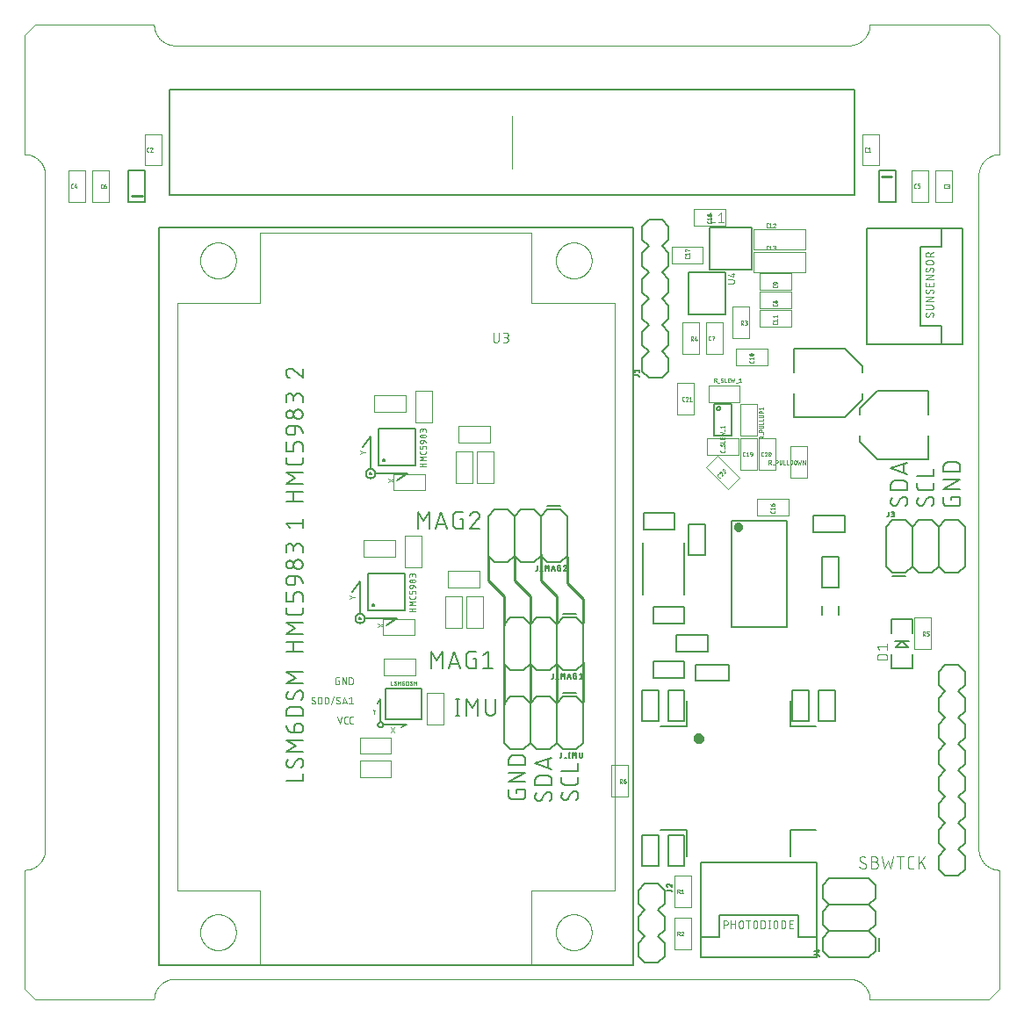
<source format=gto>
G75*
%MOIN*%
%OFA0B0*%
%FSLAX25Y25*%
%IPPOS*%
%LPD*%
%AMOC8*
5,1,8,0,0,1.08239X$1,22.5*
%
%ADD10C,0.00600*%
%ADD11C,0.01000*%
%ADD12C,0.00000*%
%ADD13C,0.00800*%
%ADD14C,0.00500*%
%ADD15C,0.02000*%
%ADD16C,0.01969*%
%ADD17C,0.00300*%
%ADD18C,0.00394*%
%ADD19C,0.00900*%
%ADD20C,0.00100*%
%ADD21C,0.00200*%
%ADD22C,0.00700*%
%ADD23C,0.00400*%
D10*
X0138982Y0100904D02*
X0138982Y0380825D01*
X0318904Y0380825D01*
X0318904Y0100904D01*
X0280400Y0100904D01*
X0177407Y0100904D01*
X0138982Y0100904D01*
X0187337Y0170889D02*
X0193737Y0170889D01*
X0193737Y0173733D01*
X0191071Y0178644D02*
X0191111Y0178708D01*
X0191154Y0178769D01*
X0191200Y0178828D01*
X0191249Y0178885D01*
X0191301Y0178939D01*
X0191355Y0178990D01*
X0191413Y0179038D01*
X0191472Y0179084D01*
X0191534Y0179126D01*
X0191599Y0179165D01*
X0191665Y0179200D01*
X0191732Y0179232D01*
X0191802Y0179261D01*
X0191872Y0179286D01*
X0191944Y0179307D01*
X0192017Y0179324D01*
X0192091Y0179338D01*
X0192165Y0179347D01*
X0192240Y0179353D01*
X0192315Y0179355D01*
X0192389Y0179353D01*
X0192464Y0179347D01*
X0192537Y0179337D01*
X0192611Y0179324D01*
X0192683Y0179307D01*
X0192754Y0179285D01*
X0192825Y0179261D01*
X0192893Y0179232D01*
X0192961Y0179200D01*
X0193026Y0179164D01*
X0193089Y0179126D01*
X0193151Y0179083D01*
X0193210Y0179038D01*
X0193267Y0178990D01*
X0193321Y0178939D01*
X0193372Y0178885D01*
X0193420Y0178828D01*
X0193465Y0178769D01*
X0193508Y0178707D01*
X0193546Y0178644D01*
X0193582Y0178579D01*
X0193614Y0178511D01*
X0193643Y0178443D01*
X0193667Y0178372D01*
X0193689Y0178301D01*
X0193706Y0178229D01*
X0193719Y0178155D01*
X0193729Y0178082D01*
X0193735Y0178007D01*
X0193737Y0177933D01*
X0191071Y0178645D02*
X0190004Y0176689D01*
X0187337Y0177400D02*
X0187339Y0177501D01*
X0187345Y0177602D01*
X0187354Y0177702D01*
X0187368Y0177802D01*
X0187385Y0177902D01*
X0187405Y0178001D01*
X0187430Y0178098D01*
X0187458Y0178195D01*
X0187490Y0178291D01*
X0187526Y0178386D01*
X0187565Y0178479D01*
X0187607Y0178570D01*
X0187653Y0178660D01*
X0187703Y0178748D01*
X0187755Y0178834D01*
X0187811Y0178918D01*
X0187870Y0179000D01*
X0190004Y0176689D02*
X0189964Y0176625D01*
X0189921Y0176564D01*
X0189875Y0176505D01*
X0189826Y0176448D01*
X0189774Y0176394D01*
X0189720Y0176343D01*
X0189662Y0176295D01*
X0189603Y0176249D01*
X0189541Y0176207D01*
X0189476Y0176168D01*
X0189410Y0176133D01*
X0189343Y0176101D01*
X0189273Y0176072D01*
X0189203Y0176047D01*
X0189131Y0176026D01*
X0189058Y0176009D01*
X0188984Y0175995D01*
X0188910Y0175986D01*
X0188835Y0175980D01*
X0188760Y0175978D01*
X0188686Y0175980D01*
X0188611Y0175986D01*
X0188538Y0175996D01*
X0188464Y0176009D01*
X0188392Y0176026D01*
X0188321Y0176048D01*
X0188250Y0176072D01*
X0188182Y0176101D01*
X0188114Y0176133D01*
X0188049Y0176169D01*
X0187986Y0176207D01*
X0187924Y0176250D01*
X0187865Y0176295D01*
X0187808Y0176343D01*
X0187754Y0176394D01*
X0187703Y0176448D01*
X0187655Y0176505D01*
X0187610Y0176564D01*
X0187567Y0176626D01*
X0187529Y0176689D01*
X0187493Y0176754D01*
X0187461Y0176822D01*
X0187432Y0176890D01*
X0187408Y0176961D01*
X0187386Y0177032D01*
X0187369Y0177104D01*
X0187356Y0177178D01*
X0187346Y0177251D01*
X0187340Y0177326D01*
X0187338Y0177400D01*
X0192848Y0175800D02*
X0192923Y0175877D01*
X0192996Y0175957D01*
X0193065Y0176040D01*
X0193132Y0176125D01*
X0193195Y0176212D01*
X0193255Y0176301D01*
X0193312Y0176393D01*
X0193366Y0176486D01*
X0193416Y0176582D01*
X0193463Y0176679D01*
X0193506Y0176778D01*
X0193546Y0176878D01*
X0193582Y0176979D01*
X0193614Y0177082D01*
X0193643Y0177186D01*
X0193668Y0177291D01*
X0193689Y0177397D01*
X0193706Y0177503D01*
X0193720Y0177610D01*
X0193729Y0177718D01*
X0193735Y0177825D01*
X0193737Y0177933D01*
X0193737Y0182009D02*
X0187337Y0182009D01*
X0190893Y0184142D01*
X0187337Y0186275D01*
X0193737Y0186275D01*
X0191960Y0189134D02*
X0190182Y0189134D01*
X0190182Y0191267D01*
X0190182Y0189134D02*
X0190076Y0189136D01*
X0189969Y0189142D01*
X0189864Y0189152D01*
X0189758Y0189166D01*
X0189653Y0189184D01*
X0189549Y0189205D01*
X0189446Y0189231D01*
X0189344Y0189260D01*
X0189243Y0189294D01*
X0189143Y0189331D01*
X0189045Y0189371D01*
X0188948Y0189416D01*
X0188853Y0189464D01*
X0188760Y0189515D01*
X0188669Y0189570D01*
X0188580Y0189628D01*
X0188493Y0189690D01*
X0188409Y0189754D01*
X0188327Y0189822D01*
X0188248Y0189893D01*
X0188171Y0189967D01*
X0188097Y0190044D01*
X0188026Y0190123D01*
X0187958Y0190205D01*
X0187894Y0190289D01*
X0187832Y0190376D01*
X0187774Y0190465D01*
X0187719Y0190556D01*
X0187668Y0190649D01*
X0187620Y0190744D01*
X0187575Y0190841D01*
X0187535Y0190939D01*
X0187498Y0191039D01*
X0187464Y0191140D01*
X0187435Y0191242D01*
X0187409Y0191345D01*
X0187388Y0191449D01*
X0187370Y0191554D01*
X0187356Y0191660D01*
X0187346Y0191765D01*
X0187340Y0191872D01*
X0187338Y0191978D01*
X0187337Y0195493D02*
X0187337Y0197271D01*
X0187337Y0195493D02*
X0193737Y0195493D01*
X0193737Y0197271D01*
X0193738Y0197271D02*
X0193736Y0197353D01*
X0193730Y0197435D01*
X0193721Y0197517D01*
X0193708Y0197598D01*
X0193691Y0197678D01*
X0193670Y0197758D01*
X0193646Y0197836D01*
X0193618Y0197913D01*
X0193587Y0197989D01*
X0193552Y0198064D01*
X0193513Y0198136D01*
X0193472Y0198207D01*
X0193427Y0198276D01*
X0193379Y0198342D01*
X0193328Y0198407D01*
X0193274Y0198469D01*
X0193217Y0198528D01*
X0193158Y0198585D01*
X0193096Y0198639D01*
X0193031Y0198690D01*
X0192965Y0198738D01*
X0192896Y0198783D01*
X0192825Y0198824D01*
X0192753Y0198863D01*
X0192678Y0198898D01*
X0192602Y0198929D01*
X0192525Y0198957D01*
X0192447Y0198981D01*
X0192367Y0199002D01*
X0192287Y0199019D01*
X0192206Y0199032D01*
X0192124Y0199041D01*
X0192042Y0199047D01*
X0191960Y0199049D01*
X0189115Y0199049D01*
X0189033Y0199047D01*
X0188951Y0199041D01*
X0188869Y0199032D01*
X0188788Y0199019D01*
X0188708Y0199002D01*
X0188628Y0198981D01*
X0188550Y0198957D01*
X0188473Y0198929D01*
X0188397Y0198898D01*
X0188322Y0198863D01*
X0188250Y0198824D01*
X0188179Y0198783D01*
X0188110Y0198738D01*
X0188044Y0198690D01*
X0187979Y0198639D01*
X0187917Y0198585D01*
X0187858Y0198528D01*
X0187801Y0198469D01*
X0187747Y0198407D01*
X0187696Y0198342D01*
X0187648Y0198276D01*
X0187603Y0198207D01*
X0187562Y0198136D01*
X0187523Y0198064D01*
X0187488Y0197989D01*
X0187457Y0197913D01*
X0187429Y0197836D01*
X0187405Y0197758D01*
X0187384Y0197678D01*
X0187367Y0197598D01*
X0187354Y0197517D01*
X0187345Y0197435D01*
X0187339Y0197353D01*
X0187337Y0197271D01*
X0190004Y0202536D02*
X0191071Y0204491D01*
X0193737Y0203780D02*
X0193735Y0203672D01*
X0193729Y0203565D01*
X0193720Y0203457D01*
X0193706Y0203350D01*
X0193689Y0203244D01*
X0193668Y0203138D01*
X0193643Y0203033D01*
X0193614Y0202929D01*
X0193582Y0202826D01*
X0193546Y0202725D01*
X0193506Y0202625D01*
X0193463Y0202526D01*
X0193416Y0202429D01*
X0193366Y0202333D01*
X0193312Y0202240D01*
X0193255Y0202148D01*
X0193195Y0202059D01*
X0193132Y0201972D01*
X0193065Y0201887D01*
X0192996Y0201804D01*
X0192923Y0201724D01*
X0192848Y0201647D01*
X0191071Y0204491D02*
X0191111Y0204555D01*
X0191154Y0204616D01*
X0191200Y0204675D01*
X0191249Y0204732D01*
X0191301Y0204786D01*
X0191355Y0204837D01*
X0191413Y0204885D01*
X0191472Y0204931D01*
X0191534Y0204973D01*
X0191599Y0205012D01*
X0191665Y0205047D01*
X0191732Y0205079D01*
X0191802Y0205108D01*
X0191872Y0205133D01*
X0191944Y0205154D01*
X0192017Y0205171D01*
X0192091Y0205185D01*
X0192165Y0205194D01*
X0192240Y0205200D01*
X0192315Y0205202D01*
X0192389Y0205200D01*
X0192464Y0205194D01*
X0192537Y0205184D01*
X0192611Y0205171D01*
X0192683Y0205154D01*
X0192754Y0205132D01*
X0192825Y0205108D01*
X0192893Y0205079D01*
X0192961Y0205047D01*
X0193026Y0205011D01*
X0193089Y0204973D01*
X0193151Y0204930D01*
X0193210Y0204885D01*
X0193267Y0204837D01*
X0193321Y0204786D01*
X0193372Y0204732D01*
X0193420Y0204675D01*
X0193465Y0204616D01*
X0193508Y0204554D01*
X0193546Y0204491D01*
X0193582Y0204426D01*
X0193614Y0204358D01*
X0193643Y0204290D01*
X0193667Y0204219D01*
X0193689Y0204148D01*
X0193706Y0204076D01*
X0193719Y0204002D01*
X0193729Y0203929D01*
X0193735Y0203854D01*
X0193737Y0203780D01*
X0187870Y0204847D02*
X0187811Y0204765D01*
X0187755Y0204681D01*
X0187703Y0204595D01*
X0187653Y0204507D01*
X0187607Y0204417D01*
X0187565Y0204326D01*
X0187526Y0204233D01*
X0187490Y0204138D01*
X0187458Y0204042D01*
X0187430Y0203945D01*
X0187405Y0203848D01*
X0187385Y0203749D01*
X0187368Y0203649D01*
X0187354Y0203549D01*
X0187345Y0203449D01*
X0187339Y0203348D01*
X0187337Y0203247D01*
X0187338Y0203247D02*
X0187340Y0203173D01*
X0187346Y0203098D01*
X0187356Y0203025D01*
X0187369Y0202951D01*
X0187386Y0202879D01*
X0187408Y0202808D01*
X0187432Y0202737D01*
X0187461Y0202669D01*
X0187493Y0202601D01*
X0187529Y0202536D01*
X0187567Y0202473D01*
X0187610Y0202411D01*
X0187655Y0202352D01*
X0187703Y0202295D01*
X0187754Y0202241D01*
X0187808Y0202190D01*
X0187865Y0202142D01*
X0187924Y0202097D01*
X0187986Y0202054D01*
X0188049Y0202016D01*
X0188114Y0201980D01*
X0188182Y0201948D01*
X0188250Y0201919D01*
X0188321Y0201895D01*
X0188392Y0201873D01*
X0188464Y0201856D01*
X0188538Y0201843D01*
X0188611Y0201833D01*
X0188686Y0201827D01*
X0188760Y0201825D01*
X0188835Y0201827D01*
X0188910Y0201833D01*
X0188984Y0201842D01*
X0189058Y0201856D01*
X0189131Y0201873D01*
X0189203Y0201894D01*
X0189273Y0201919D01*
X0189343Y0201948D01*
X0189410Y0201980D01*
X0189476Y0202015D01*
X0189541Y0202054D01*
X0189603Y0202096D01*
X0189662Y0202142D01*
X0189720Y0202190D01*
X0189774Y0202241D01*
X0189826Y0202295D01*
X0189875Y0202352D01*
X0189921Y0202411D01*
X0189964Y0202472D01*
X0190004Y0202536D01*
X0187337Y0207856D02*
X0190893Y0209989D01*
X0187337Y0212122D01*
X0193737Y0212122D01*
X0193737Y0207856D02*
X0187337Y0207856D01*
X0187164Y0220109D02*
X0193564Y0220109D01*
X0190009Y0220109D02*
X0190009Y0223665D01*
X0187164Y0223665D02*
X0193564Y0223665D01*
X0193564Y0226728D02*
X0187164Y0226728D01*
X0190720Y0228861D01*
X0187164Y0230995D01*
X0193564Y0230995D01*
X0192142Y0233838D02*
X0188586Y0233838D01*
X0188512Y0233840D01*
X0188437Y0233846D01*
X0188364Y0233856D01*
X0188290Y0233869D01*
X0188218Y0233886D01*
X0188147Y0233908D01*
X0188076Y0233932D01*
X0188008Y0233961D01*
X0187940Y0233993D01*
X0187875Y0234029D01*
X0187812Y0234067D01*
X0187750Y0234110D01*
X0187691Y0234155D01*
X0187635Y0234203D01*
X0187581Y0234254D01*
X0187529Y0234308D01*
X0187481Y0234365D01*
X0187436Y0234424D01*
X0187393Y0234486D01*
X0187355Y0234549D01*
X0187319Y0234614D01*
X0187287Y0234682D01*
X0187258Y0234750D01*
X0187234Y0234821D01*
X0187212Y0234892D01*
X0187195Y0234964D01*
X0187182Y0235038D01*
X0187172Y0235111D01*
X0187166Y0235186D01*
X0187164Y0235260D01*
X0187164Y0236682D01*
X0187164Y0238981D02*
X0187164Y0242537D01*
X0188942Y0245135D02*
X0189298Y0245135D01*
X0189298Y0245136D02*
X0189372Y0245138D01*
X0189447Y0245144D01*
X0189520Y0245154D01*
X0189594Y0245167D01*
X0189666Y0245184D01*
X0189737Y0245206D01*
X0189808Y0245230D01*
X0189876Y0245259D01*
X0189944Y0245291D01*
X0190009Y0245327D01*
X0190072Y0245365D01*
X0190134Y0245408D01*
X0190193Y0245453D01*
X0190250Y0245501D01*
X0190304Y0245552D01*
X0190355Y0245606D01*
X0190403Y0245663D01*
X0190448Y0245722D01*
X0190491Y0245784D01*
X0190529Y0245847D01*
X0190565Y0245912D01*
X0190597Y0245980D01*
X0190626Y0246048D01*
X0190650Y0246119D01*
X0190672Y0246190D01*
X0190689Y0246262D01*
X0190702Y0246336D01*
X0190712Y0246409D01*
X0190718Y0246484D01*
X0190720Y0246558D01*
X0190720Y0248691D01*
X0188942Y0248691D01*
X0188859Y0248689D01*
X0188776Y0248683D01*
X0188693Y0248673D01*
X0188610Y0248660D01*
X0188529Y0248642D01*
X0188448Y0248621D01*
X0188369Y0248596D01*
X0188291Y0248567D01*
X0188214Y0248535D01*
X0188139Y0248499D01*
X0188065Y0248460D01*
X0187994Y0248417D01*
X0187924Y0248371D01*
X0187857Y0248321D01*
X0187792Y0248269D01*
X0187730Y0248214D01*
X0187670Y0248155D01*
X0187613Y0248094D01*
X0187559Y0248031D01*
X0187508Y0247965D01*
X0187461Y0247896D01*
X0187416Y0247826D01*
X0187375Y0247753D01*
X0187338Y0247679D01*
X0187303Y0247603D01*
X0187273Y0247525D01*
X0187246Y0247447D01*
X0187223Y0247366D01*
X0187203Y0247285D01*
X0187188Y0247203D01*
X0187176Y0247121D01*
X0187168Y0247038D01*
X0187164Y0246955D01*
X0187164Y0246871D01*
X0187168Y0246788D01*
X0187176Y0246705D01*
X0187188Y0246623D01*
X0187203Y0246541D01*
X0187223Y0246460D01*
X0187246Y0246379D01*
X0187273Y0246301D01*
X0187303Y0246223D01*
X0187338Y0246147D01*
X0187375Y0246073D01*
X0187416Y0246000D01*
X0187461Y0245930D01*
X0187508Y0245861D01*
X0187559Y0245795D01*
X0187613Y0245732D01*
X0187670Y0245671D01*
X0187730Y0245612D01*
X0187792Y0245557D01*
X0187857Y0245505D01*
X0187924Y0245455D01*
X0187994Y0245409D01*
X0188065Y0245366D01*
X0188139Y0245327D01*
X0188214Y0245291D01*
X0188291Y0245259D01*
X0188369Y0245230D01*
X0188448Y0245205D01*
X0188529Y0245184D01*
X0188610Y0245166D01*
X0188693Y0245153D01*
X0188776Y0245143D01*
X0188859Y0245137D01*
X0188942Y0245135D01*
X0190720Y0248691D02*
X0190824Y0248689D01*
X0190928Y0248683D01*
X0191031Y0248674D01*
X0191134Y0248661D01*
X0191237Y0248644D01*
X0191338Y0248623D01*
X0191439Y0248599D01*
X0191539Y0248570D01*
X0191638Y0248539D01*
X0191736Y0248503D01*
X0191832Y0248464D01*
X0191927Y0248422D01*
X0192020Y0248376D01*
X0192112Y0248327D01*
X0192202Y0248275D01*
X0192289Y0248219D01*
X0192375Y0248160D01*
X0192458Y0248098D01*
X0192539Y0248033D01*
X0192618Y0247965D01*
X0192694Y0247894D01*
X0192767Y0247821D01*
X0192838Y0247745D01*
X0192906Y0247666D01*
X0192971Y0247585D01*
X0193033Y0247502D01*
X0193092Y0247416D01*
X0193148Y0247329D01*
X0193200Y0247239D01*
X0193249Y0247147D01*
X0193295Y0247054D01*
X0193337Y0246959D01*
X0193376Y0246863D01*
X0193412Y0246765D01*
X0193443Y0246666D01*
X0193472Y0246566D01*
X0193496Y0246465D01*
X0193517Y0246364D01*
X0193534Y0246261D01*
X0193547Y0246158D01*
X0193556Y0246055D01*
X0193562Y0245951D01*
X0193564Y0245847D01*
X0192142Y0242537D02*
X0191431Y0242537D01*
X0191357Y0242535D01*
X0191282Y0242529D01*
X0191209Y0242519D01*
X0191135Y0242506D01*
X0191063Y0242489D01*
X0190992Y0242467D01*
X0190921Y0242443D01*
X0190853Y0242414D01*
X0190785Y0242382D01*
X0190720Y0242346D01*
X0190657Y0242308D01*
X0190595Y0242265D01*
X0190536Y0242220D01*
X0190479Y0242172D01*
X0190425Y0242121D01*
X0190374Y0242067D01*
X0190326Y0242010D01*
X0190281Y0241951D01*
X0190238Y0241889D01*
X0190200Y0241826D01*
X0190164Y0241761D01*
X0190132Y0241693D01*
X0190103Y0241625D01*
X0190079Y0241554D01*
X0190057Y0241483D01*
X0190040Y0241411D01*
X0190027Y0241337D01*
X0190017Y0241264D01*
X0190011Y0241189D01*
X0190009Y0241115D01*
X0190009Y0238981D01*
X0187164Y0238981D01*
X0192142Y0242537D02*
X0192216Y0242535D01*
X0192291Y0242529D01*
X0192364Y0242519D01*
X0192438Y0242506D01*
X0192510Y0242489D01*
X0192581Y0242467D01*
X0192652Y0242443D01*
X0192720Y0242414D01*
X0192788Y0242382D01*
X0192853Y0242346D01*
X0192916Y0242308D01*
X0192978Y0242265D01*
X0193037Y0242220D01*
X0193094Y0242172D01*
X0193148Y0242121D01*
X0193199Y0242067D01*
X0193247Y0242010D01*
X0193292Y0241951D01*
X0193335Y0241889D01*
X0193373Y0241826D01*
X0193409Y0241761D01*
X0193441Y0241693D01*
X0193470Y0241625D01*
X0193494Y0241554D01*
X0193516Y0241483D01*
X0193533Y0241411D01*
X0193546Y0241337D01*
X0193556Y0241264D01*
X0193562Y0241189D01*
X0193564Y0241115D01*
X0193564Y0238981D01*
X0193564Y0236682D02*
X0193564Y0235260D01*
X0193562Y0235186D01*
X0193556Y0235111D01*
X0193546Y0235038D01*
X0193533Y0234964D01*
X0193516Y0234892D01*
X0193494Y0234821D01*
X0193470Y0234750D01*
X0193441Y0234682D01*
X0193409Y0234614D01*
X0193373Y0234549D01*
X0193335Y0234486D01*
X0193292Y0234424D01*
X0193247Y0234365D01*
X0193199Y0234308D01*
X0193148Y0234254D01*
X0193094Y0234203D01*
X0193037Y0234155D01*
X0192978Y0234110D01*
X0192916Y0234067D01*
X0192853Y0234029D01*
X0192788Y0233993D01*
X0192720Y0233961D01*
X0192652Y0233932D01*
X0192581Y0233908D01*
X0192510Y0233886D01*
X0192438Y0233869D01*
X0192364Y0233856D01*
X0192291Y0233846D01*
X0192216Y0233840D01*
X0192142Y0233838D01*
X0191786Y0251289D02*
X0191869Y0251291D01*
X0191952Y0251297D01*
X0192035Y0251307D01*
X0192118Y0251320D01*
X0192199Y0251338D01*
X0192280Y0251359D01*
X0192359Y0251384D01*
X0192437Y0251413D01*
X0192514Y0251445D01*
X0192589Y0251481D01*
X0192663Y0251520D01*
X0192734Y0251563D01*
X0192804Y0251609D01*
X0192871Y0251659D01*
X0192936Y0251711D01*
X0192998Y0251766D01*
X0193058Y0251825D01*
X0193115Y0251886D01*
X0193169Y0251949D01*
X0193220Y0252015D01*
X0193267Y0252084D01*
X0193312Y0252154D01*
X0193353Y0252227D01*
X0193390Y0252301D01*
X0193425Y0252377D01*
X0193455Y0252455D01*
X0193482Y0252533D01*
X0193505Y0252614D01*
X0193525Y0252695D01*
X0193540Y0252777D01*
X0193552Y0252859D01*
X0193560Y0252942D01*
X0193564Y0253025D01*
X0193564Y0253109D01*
X0193560Y0253192D01*
X0193552Y0253275D01*
X0193540Y0253357D01*
X0193525Y0253439D01*
X0193505Y0253520D01*
X0193482Y0253601D01*
X0193455Y0253679D01*
X0193425Y0253757D01*
X0193390Y0253833D01*
X0193353Y0253907D01*
X0193312Y0253980D01*
X0193267Y0254050D01*
X0193220Y0254119D01*
X0193169Y0254185D01*
X0193115Y0254248D01*
X0193058Y0254309D01*
X0192998Y0254368D01*
X0192936Y0254423D01*
X0192871Y0254475D01*
X0192804Y0254525D01*
X0192734Y0254571D01*
X0192663Y0254614D01*
X0192589Y0254653D01*
X0192514Y0254689D01*
X0192437Y0254721D01*
X0192359Y0254750D01*
X0192280Y0254775D01*
X0192199Y0254796D01*
X0192118Y0254814D01*
X0192035Y0254827D01*
X0191952Y0254837D01*
X0191869Y0254843D01*
X0191786Y0254845D01*
X0191703Y0254843D01*
X0191620Y0254837D01*
X0191537Y0254827D01*
X0191454Y0254814D01*
X0191373Y0254796D01*
X0191292Y0254775D01*
X0191213Y0254750D01*
X0191135Y0254721D01*
X0191058Y0254689D01*
X0190983Y0254653D01*
X0190909Y0254614D01*
X0190838Y0254571D01*
X0190768Y0254525D01*
X0190701Y0254475D01*
X0190636Y0254423D01*
X0190574Y0254368D01*
X0190514Y0254309D01*
X0190457Y0254248D01*
X0190403Y0254185D01*
X0190352Y0254119D01*
X0190305Y0254050D01*
X0190260Y0253980D01*
X0190219Y0253907D01*
X0190182Y0253833D01*
X0190147Y0253757D01*
X0190117Y0253679D01*
X0190090Y0253601D01*
X0190067Y0253520D01*
X0190047Y0253439D01*
X0190032Y0253357D01*
X0190020Y0253275D01*
X0190012Y0253192D01*
X0190008Y0253109D01*
X0190008Y0253025D01*
X0190012Y0252942D01*
X0190020Y0252859D01*
X0190032Y0252777D01*
X0190047Y0252695D01*
X0190067Y0252614D01*
X0190090Y0252533D01*
X0190117Y0252455D01*
X0190147Y0252377D01*
X0190182Y0252301D01*
X0190219Y0252227D01*
X0190260Y0252154D01*
X0190305Y0252084D01*
X0190352Y0252015D01*
X0190403Y0251949D01*
X0190457Y0251886D01*
X0190514Y0251825D01*
X0190574Y0251766D01*
X0190636Y0251711D01*
X0190701Y0251659D01*
X0190768Y0251609D01*
X0190838Y0251563D01*
X0190909Y0251520D01*
X0190983Y0251481D01*
X0191058Y0251445D01*
X0191135Y0251413D01*
X0191213Y0251384D01*
X0191292Y0251359D01*
X0191373Y0251338D01*
X0191454Y0251320D01*
X0191537Y0251307D01*
X0191620Y0251297D01*
X0191703Y0251291D01*
X0191786Y0251289D01*
X0188586Y0251645D02*
X0188660Y0251647D01*
X0188735Y0251653D01*
X0188808Y0251663D01*
X0188882Y0251676D01*
X0188954Y0251693D01*
X0189025Y0251715D01*
X0189096Y0251739D01*
X0189164Y0251768D01*
X0189232Y0251800D01*
X0189297Y0251836D01*
X0189360Y0251874D01*
X0189422Y0251917D01*
X0189481Y0251962D01*
X0189538Y0252010D01*
X0189592Y0252061D01*
X0189643Y0252115D01*
X0189691Y0252172D01*
X0189736Y0252231D01*
X0189779Y0252293D01*
X0189817Y0252356D01*
X0189853Y0252421D01*
X0189885Y0252489D01*
X0189914Y0252557D01*
X0189938Y0252628D01*
X0189960Y0252699D01*
X0189977Y0252771D01*
X0189990Y0252845D01*
X0190000Y0252918D01*
X0190006Y0252993D01*
X0190008Y0253067D01*
X0190006Y0253141D01*
X0190000Y0253216D01*
X0189990Y0253289D01*
X0189977Y0253363D01*
X0189960Y0253435D01*
X0189938Y0253506D01*
X0189914Y0253577D01*
X0189885Y0253645D01*
X0189853Y0253713D01*
X0189817Y0253778D01*
X0189779Y0253841D01*
X0189736Y0253903D01*
X0189691Y0253962D01*
X0189643Y0254019D01*
X0189592Y0254073D01*
X0189538Y0254124D01*
X0189481Y0254172D01*
X0189422Y0254217D01*
X0189360Y0254260D01*
X0189297Y0254298D01*
X0189232Y0254334D01*
X0189164Y0254366D01*
X0189096Y0254395D01*
X0189025Y0254419D01*
X0188954Y0254441D01*
X0188882Y0254458D01*
X0188808Y0254471D01*
X0188735Y0254481D01*
X0188660Y0254487D01*
X0188586Y0254489D01*
X0188512Y0254487D01*
X0188437Y0254481D01*
X0188364Y0254471D01*
X0188290Y0254458D01*
X0188218Y0254441D01*
X0188147Y0254419D01*
X0188076Y0254395D01*
X0188008Y0254366D01*
X0187940Y0254334D01*
X0187875Y0254298D01*
X0187812Y0254260D01*
X0187750Y0254217D01*
X0187691Y0254172D01*
X0187634Y0254124D01*
X0187580Y0254073D01*
X0187529Y0254019D01*
X0187481Y0253962D01*
X0187436Y0253903D01*
X0187393Y0253841D01*
X0187355Y0253778D01*
X0187319Y0253713D01*
X0187287Y0253645D01*
X0187258Y0253577D01*
X0187234Y0253506D01*
X0187212Y0253435D01*
X0187195Y0253363D01*
X0187182Y0253289D01*
X0187172Y0253216D01*
X0187166Y0253141D01*
X0187164Y0253067D01*
X0187166Y0252993D01*
X0187172Y0252918D01*
X0187182Y0252845D01*
X0187195Y0252771D01*
X0187212Y0252699D01*
X0187234Y0252628D01*
X0187258Y0252557D01*
X0187287Y0252489D01*
X0187319Y0252421D01*
X0187355Y0252356D01*
X0187393Y0252293D01*
X0187436Y0252231D01*
X0187481Y0252172D01*
X0187529Y0252115D01*
X0187580Y0252061D01*
X0187634Y0252010D01*
X0187691Y0251962D01*
X0187750Y0251917D01*
X0187812Y0251874D01*
X0187875Y0251836D01*
X0187940Y0251800D01*
X0188008Y0251768D01*
X0188076Y0251739D01*
X0188147Y0251715D01*
X0188218Y0251693D01*
X0188290Y0251676D01*
X0188364Y0251663D01*
X0188437Y0251653D01*
X0188512Y0251647D01*
X0188586Y0251645D01*
X0187164Y0257443D02*
X0187164Y0259577D01*
X0187166Y0259651D01*
X0187172Y0259726D01*
X0187182Y0259799D01*
X0187195Y0259873D01*
X0187212Y0259945D01*
X0187234Y0260016D01*
X0187258Y0260087D01*
X0187287Y0260155D01*
X0187319Y0260223D01*
X0187355Y0260288D01*
X0187393Y0260351D01*
X0187436Y0260413D01*
X0187481Y0260472D01*
X0187529Y0260529D01*
X0187580Y0260583D01*
X0187634Y0260634D01*
X0187691Y0260682D01*
X0187750Y0260727D01*
X0187812Y0260770D01*
X0187875Y0260808D01*
X0187940Y0260844D01*
X0188008Y0260876D01*
X0188076Y0260905D01*
X0188147Y0260929D01*
X0188218Y0260951D01*
X0188290Y0260968D01*
X0188364Y0260981D01*
X0188437Y0260991D01*
X0188512Y0260997D01*
X0188586Y0260999D01*
X0188660Y0260997D01*
X0188735Y0260991D01*
X0188808Y0260981D01*
X0188882Y0260968D01*
X0188954Y0260951D01*
X0189025Y0260929D01*
X0189096Y0260905D01*
X0189164Y0260876D01*
X0189232Y0260844D01*
X0189297Y0260808D01*
X0189360Y0260770D01*
X0189422Y0260727D01*
X0189481Y0260682D01*
X0189538Y0260634D01*
X0189592Y0260583D01*
X0189643Y0260529D01*
X0189691Y0260472D01*
X0189736Y0260413D01*
X0189779Y0260351D01*
X0189817Y0260288D01*
X0189853Y0260223D01*
X0189885Y0260155D01*
X0189914Y0260087D01*
X0189938Y0260016D01*
X0189960Y0259945D01*
X0189977Y0259873D01*
X0189990Y0259799D01*
X0190000Y0259726D01*
X0190006Y0259651D01*
X0190008Y0259577D01*
X0190009Y0259577D02*
X0190009Y0258155D01*
X0190008Y0259221D02*
X0190010Y0259304D01*
X0190016Y0259387D01*
X0190026Y0259470D01*
X0190039Y0259553D01*
X0190057Y0259634D01*
X0190078Y0259715D01*
X0190103Y0259794D01*
X0190132Y0259872D01*
X0190164Y0259949D01*
X0190200Y0260024D01*
X0190239Y0260098D01*
X0190282Y0260169D01*
X0190328Y0260239D01*
X0190378Y0260306D01*
X0190430Y0260371D01*
X0190485Y0260433D01*
X0190544Y0260493D01*
X0190605Y0260550D01*
X0190668Y0260604D01*
X0190734Y0260655D01*
X0190803Y0260702D01*
X0190873Y0260747D01*
X0190946Y0260788D01*
X0191020Y0260825D01*
X0191096Y0260860D01*
X0191174Y0260890D01*
X0191252Y0260917D01*
X0191333Y0260940D01*
X0191414Y0260960D01*
X0191496Y0260975D01*
X0191578Y0260987D01*
X0191661Y0260995D01*
X0191744Y0260999D01*
X0191828Y0260999D01*
X0191911Y0260995D01*
X0191994Y0260987D01*
X0192076Y0260975D01*
X0192158Y0260960D01*
X0192239Y0260940D01*
X0192320Y0260917D01*
X0192398Y0260890D01*
X0192476Y0260860D01*
X0192552Y0260825D01*
X0192626Y0260788D01*
X0192699Y0260747D01*
X0192769Y0260702D01*
X0192838Y0260655D01*
X0192904Y0260604D01*
X0192967Y0260550D01*
X0193028Y0260493D01*
X0193087Y0260433D01*
X0193142Y0260371D01*
X0193194Y0260306D01*
X0193244Y0260239D01*
X0193290Y0260169D01*
X0193333Y0260098D01*
X0193372Y0260024D01*
X0193408Y0259949D01*
X0193440Y0259872D01*
X0193469Y0259794D01*
X0193494Y0259715D01*
X0193515Y0259634D01*
X0193533Y0259553D01*
X0193546Y0259470D01*
X0193556Y0259387D01*
X0193562Y0259304D01*
X0193564Y0259221D01*
X0193564Y0257443D01*
X0193564Y0266880D02*
X0193564Y0270435D01*
X0193564Y0268657D02*
X0187164Y0268657D01*
X0188586Y0266880D01*
X0187164Y0277109D02*
X0193564Y0277109D01*
X0190009Y0277109D02*
X0190009Y0280665D01*
X0187164Y0280665D02*
X0193564Y0280665D01*
X0193564Y0283728D02*
X0187164Y0283728D01*
X0190720Y0285861D01*
X0187164Y0287995D01*
X0193564Y0287995D01*
X0192142Y0290838D02*
X0188586Y0290838D01*
X0188512Y0290840D01*
X0188437Y0290846D01*
X0188364Y0290856D01*
X0188290Y0290869D01*
X0188218Y0290886D01*
X0188147Y0290908D01*
X0188076Y0290932D01*
X0188008Y0290961D01*
X0187940Y0290993D01*
X0187875Y0291029D01*
X0187812Y0291067D01*
X0187750Y0291110D01*
X0187691Y0291155D01*
X0187635Y0291203D01*
X0187581Y0291254D01*
X0187529Y0291308D01*
X0187481Y0291365D01*
X0187436Y0291424D01*
X0187393Y0291486D01*
X0187355Y0291549D01*
X0187319Y0291614D01*
X0187287Y0291682D01*
X0187258Y0291750D01*
X0187234Y0291821D01*
X0187212Y0291892D01*
X0187195Y0291964D01*
X0187182Y0292038D01*
X0187172Y0292111D01*
X0187166Y0292186D01*
X0187164Y0292260D01*
X0187164Y0293682D01*
X0187164Y0295981D02*
X0187164Y0299537D01*
X0188942Y0302135D02*
X0189298Y0302135D01*
X0189298Y0302136D02*
X0189372Y0302138D01*
X0189447Y0302144D01*
X0189520Y0302154D01*
X0189594Y0302167D01*
X0189666Y0302184D01*
X0189737Y0302206D01*
X0189808Y0302230D01*
X0189876Y0302259D01*
X0189944Y0302291D01*
X0190009Y0302327D01*
X0190072Y0302365D01*
X0190134Y0302408D01*
X0190193Y0302453D01*
X0190250Y0302501D01*
X0190304Y0302552D01*
X0190355Y0302606D01*
X0190403Y0302663D01*
X0190448Y0302722D01*
X0190491Y0302784D01*
X0190529Y0302847D01*
X0190565Y0302912D01*
X0190597Y0302980D01*
X0190626Y0303048D01*
X0190650Y0303119D01*
X0190672Y0303190D01*
X0190689Y0303262D01*
X0190702Y0303336D01*
X0190712Y0303409D01*
X0190718Y0303484D01*
X0190720Y0303558D01*
X0190720Y0305691D01*
X0188942Y0305691D01*
X0188859Y0305689D01*
X0188776Y0305683D01*
X0188693Y0305673D01*
X0188610Y0305660D01*
X0188529Y0305642D01*
X0188448Y0305621D01*
X0188369Y0305596D01*
X0188291Y0305567D01*
X0188214Y0305535D01*
X0188139Y0305499D01*
X0188065Y0305460D01*
X0187994Y0305417D01*
X0187924Y0305371D01*
X0187857Y0305321D01*
X0187792Y0305269D01*
X0187730Y0305214D01*
X0187670Y0305155D01*
X0187613Y0305094D01*
X0187559Y0305031D01*
X0187508Y0304965D01*
X0187461Y0304896D01*
X0187416Y0304826D01*
X0187375Y0304753D01*
X0187338Y0304679D01*
X0187303Y0304603D01*
X0187273Y0304525D01*
X0187246Y0304447D01*
X0187223Y0304366D01*
X0187203Y0304285D01*
X0187188Y0304203D01*
X0187176Y0304121D01*
X0187168Y0304038D01*
X0187164Y0303955D01*
X0187164Y0303871D01*
X0187168Y0303788D01*
X0187176Y0303705D01*
X0187188Y0303623D01*
X0187203Y0303541D01*
X0187223Y0303460D01*
X0187246Y0303379D01*
X0187273Y0303301D01*
X0187303Y0303223D01*
X0187338Y0303147D01*
X0187375Y0303073D01*
X0187416Y0303000D01*
X0187461Y0302930D01*
X0187508Y0302861D01*
X0187559Y0302795D01*
X0187613Y0302732D01*
X0187670Y0302671D01*
X0187730Y0302612D01*
X0187792Y0302557D01*
X0187857Y0302505D01*
X0187924Y0302455D01*
X0187994Y0302409D01*
X0188065Y0302366D01*
X0188139Y0302327D01*
X0188214Y0302291D01*
X0188291Y0302259D01*
X0188369Y0302230D01*
X0188448Y0302205D01*
X0188529Y0302184D01*
X0188610Y0302166D01*
X0188693Y0302153D01*
X0188776Y0302143D01*
X0188859Y0302137D01*
X0188942Y0302135D01*
X0190720Y0305691D02*
X0190824Y0305689D01*
X0190928Y0305683D01*
X0191031Y0305674D01*
X0191134Y0305661D01*
X0191237Y0305644D01*
X0191338Y0305623D01*
X0191439Y0305599D01*
X0191539Y0305570D01*
X0191638Y0305539D01*
X0191736Y0305503D01*
X0191832Y0305464D01*
X0191927Y0305422D01*
X0192020Y0305376D01*
X0192112Y0305327D01*
X0192202Y0305275D01*
X0192289Y0305219D01*
X0192375Y0305160D01*
X0192458Y0305098D01*
X0192539Y0305033D01*
X0192618Y0304965D01*
X0192694Y0304894D01*
X0192767Y0304821D01*
X0192838Y0304745D01*
X0192906Y0304666D01*
X0192971Y0304585D01*
X0193033Y0304502D01*
X0193092Y0304416D01*
X0193148Y0304329D01*
X0193200Y0304239D01*
X0193249Y0304147D01*
X0193295Y0304054D01*
X0193337Y0303959D01*
X0193376Y0303863D01*
X0193412Y0303765D01*
X0193443Y0303666D01*
X0193472Y0303566D01*
X0193496Y0303465D01*
X0193517Y0303364D01*
X0193534Y0303261D01*
X0193547Y0303158D01*
X0193556Y0303055D01*
X0193562Y0302951D01*
X0193564Y0302847D01*
X0192142Y0299537D02*
X0191431Y0299537D01*
X0191357Y0299535D01*
X0191282Y0299529D01*
X0191209Y0299519D01*
X0191135Y0299506D01*
X0191063Y0299489D01*
X0190992Y0299467D01*
X0190921Y0299443D01*
X0190853Y0299414D01*
X0190785Y0299382D01*
X0190720Y0299346D01*
X0190657Y0299308D01*
X0190595Y0299265D01*
X0190536Y0299220D01*
X0190479Y0299172D01*
X0190425Y0299121D01*
X0190374Y0299067D01*
X0190326Y0299010D01*
X0190281Y0298951D01*
X0190238Y0298889D01*
X0190200Y0298826D01*
X0190164Y0298761D01*
X0190132Y0298693D01*
X0190103Y0298625D01*
X0190079Y0298554D01*
X0190057Y0298483D01*
X0190040Y0298411D01*
X0190027Y0298337D01*
X0190017Y0298264D01*
X0190011Y0298189D01*
X0190009Y0298115D01*
X0190009Y0295981D01*
X0187164Y0295981D01*
X0192142Y0299537D02*
X0192216Y0299535D01*
X0192291Y0299529D01*
X0192364Y0299519D01*
X0192438Y0299506D01*
X0192510Y0299489D01*
X0192581Y0299467D01*
X0192652Y0299443D01*
X0192720Y0299414D01*
X0192788Y0299382D01*
X0192853Y0299346D01*
X0192916Y0299308D01*
X0192978Y0299265D01*
X0193037Y0299220D01*
X0193094Y0299172D01*
X0193148Y0299121D01*
X0193199Y0299067D01*
X0193247Y0299010D01*
X0193292Y0298951D01*
X0193335Y0298889D01*
X0193373Y0298826D01*
X0193409Y0298761D01*
X0193441Y0298693D01*
X0193470Y0298625D01*
X0193494Y0298554D01*
X0193516Y0298483D01*
X0193533Y0298411D01*
X0193546Y0298337D01*
X0193556Y0298264D01*
X0193562Y0298189D01*
X0193564Y0298115D01*
X0193564Y0295981D01*
X0193564Y0293682D02*
X0193564Y0292260D01*
X0193562Y0292186D01*
X0193556Y0292111D01*
X0193546Y0292038D01*
X0193533Y0291964D01*
X0193516Y0291892D01*
X0193494Y0291821D01*
X0193470Y0291750D01*
X0193441Y0291682D01*
X0193409Y0291614D01*
X0193373Y0291549D01*
X0193335Y0291486D01*
X0193292Y0291424D01*
X0193247Y0291365D01*
X0193199Y0291308D01*
X0193148Y0291254D01*
X0193094Y0291203D01*
X0193037Y0291155D01*
X0192978Y0291110D01*
X0192916Y0291067D01*
X0192853Y0291029D01*
X0192788Y0290993D01*
X0192720Y0290961D01*
X0192652Y0290932D01*
X0192581Y0290908D01*
X0192510Y0290886D01*
X0192438Y0290869D01*
X0192364Y0290856D01*
X0192291Y0290846D01*
X0192216Y0290840D01*
X0192142Y0290838D01*
X0191786Y0308289D02*
X0191869Y0308291D01*
X0191952Y0308297D01*
X0192035Y0308307D01*
X0192118Y0308320D01*
X0192199Y0308338D01*
X0192280Y0308359D01*
X0192359Y0308384D01*
X0192437Y0308413D01*
X0192514Y0308445D01*
X0192589Y0308481D01*
X0192663Y0308520D01*
X0192734Y0308563D01*
X0192804Y0308609D01*
X0192871Y0308659D01*
X0192936Y0308711D01*
X0192998Y0308766D01*
X0193058Y0308825D01*
X0193115Y0308886D01*
X0193169Y0308949D01*
X0193220Y0309015D01*
X0193267Y0309084D01*
X0193312Y0309154D01*
X0193353Y0309227D01*
X0193390Y0309301D01*
X0193425Y0309377D01*
X0193455Y0309455D01*
X0193482Y0309533D01*
X0193505Y0309614D01*
X0193525Y0309695D01*
X0193540Y0309777D01*
X0193552Y0309859D01*
X0193560Y0309942D01*
X0193564Y0310025D01*
X0193564Y0310109D01*
X0193560Y0310192D01*
X0193552Y0310275D01*
X0193540Y0310357D01*
X0193525Y0310439D01*
X0193505Y0310520D01*
X0193482Y0310601D01*
X0193455Y0310679D01*
X0193425Y0310757D01*
X0193390Y0310833D01*
X0193353Y0310907D01*
X0193312Y0310980D01*
X0193267Y0311050D01*
X0193220Y0311119D01*
X0193169Y0311185D01*
X0193115Y0311248D01*
X0193058Y0311309D01*
X0192998Y0311368D01*
X0192936Y0311423D01*
X0192871Y0311475D01*
X0192804Y0311525D01*
X0192734Y0311571D01*
X0192663Y0311614D01*
X0192589Y0311653D01*
X0192514Y0311689D01*
X0192437Y0311721D01*
X0192359Y0311750D01*
X0192280Y0311775D01*
X0192199Y0311796D01*
X0192118Y0311814D01*
X0192035Y0311827D01*
X0191952Y0311837D01*
X0191869Y0311843D01*
X0191786Y0311845D01*
X0191703Y0311843D01*
X0191620Y0311837D01*
X0191537Y0311827D01*
X0191454Y0311814D01*
X0191373Y0311796D01*
X0191292Y0311775D01*
X0191213Y0311750D01*
X0191135Y0311721D01*
X0191058Y0311689D01*
X0190983Y0311653D01*
X0190909Y0311614D01*
X0190838Y0311571D01*
X0190768Y0311525D01*
X0190701Y0311475D01*
X0190636Y0311423D01*
X0190574Y0311368D01*
X0190514Y0311309D01*
X0190457Y0311248D01*
X0190403Y0311185D01*
X0190352Y0311119D01*
X0190305Y0311050D01*
X0190260Y0310980D01*
X0190219Y0310907D01*
X0190182Y0310833D01*
X0190147Y0310757D01*
X0190117Y0310679D01*
X0190090Y0310601D01*
X0190067Y0310520D01*
X0190047Y0310439D01*
X0190032Y0310357D01*
X0190020Y0310275D01*
X0190012Y0310192D01*
X0190008Y0310109D01*
X0190008Y0310025D01*
X0190012Y0309942D01*
X0190020Y0309859D01*
X0190032Y0309777D01*
X0190047Y0309695D01*
X0190067Y0309614D01*
X0190090Y0309533D01*
X0190117Y0309455D01*
X0190147Y0309377D01*
X0190182Y0309301D01*
X0190219Y0309227D01*
X0190260Y0309154D01*
X0190305Y0309084D01*
X0190352Y0309015D01*
X0190403Y0308949D01*
X0190457Y0308886D01*
X0190514Y0308825D01*
X0190574Y0308766D01*
X0190636Y0308711D01*
X0190701Y0308659D01*
X0190768Y0308609D01*
X0190838Y0308563D01*
X0190909Y0308520D01*
X0190983Y0308481D01*
X0191058Y0308445D01*
X0191135Y0308413D01*
X0191213Y0308384D01*
X0191292Y0308359D01*
X0191373Y0308338D01*
X0191454Y0308320D01*
X0191537Y0308307D01*
X0191620Y0308297D01*
X0191703Y0308291D01*
X0191786Y0308289D01*
X0188586Y0308645D02*
X0188660Y0308647D01*
X0188735Y0308653D01*
X0188808Y0308663D01*
X0188882Y0308676D01*
X0188954Y0308693D01*
X0189025Y0308715D01*
X0189096Y0308739D01*
X0189164Y0308768D01*
X0189232Y0308800D01*
X0189297Y0308836D01*
X0189360Y0308874D01*
X0189422Y0308917D01*
X0189481Y0308962D01*
X0189538Y0309010D01*
X0189592Y0309061D01*
X0189643Y0309115D01*
X0189691Y0309172D01*
X0189736Y0309231D01*
X0189779Y0309293D01*
X0189817Y0309356D01*
X0189853Y0309421D01*
X0189885Y0309489D01*
X0189914Y0309557D01*
X0189938Y0309628D01*
X0189960Y0309699D01*
X0189977Y0309771D01*
X0189990Y0309845D01*
X0190000Y0309918D01*
X0190006Y0309993D01*
X0190008Y0310067D01*
X0190006Y0310141D01*
X0190000Y0310216D01*
X0189990Y0310289D01*
X0189977Y0310363D01*
X0189960Y0310435D01*
X0189938Y0310506D01*
X0189914Y0310577D01*
X0189885Y0310645D01*
X0189853Y0310713D01*
X0189817Y0310778D01*
X0189779Y0310841D01*
X0189736Y0310903D01*
X0189691Y0310962D01*
X0189643Y0311019D01*
X0189592Y0311073D01*
X0189538Y0311124D01*
X0189481Y0311172D01*
X0189422Y0311217D01*
X0189360Y0311260D01*
X0189297Y0311298D01*
X0189232Y0311334D01*
X0189164Y0311366D01*
X0189096Y0311395D01*
X0189025Y0311419D01*
X0188954Y0311441D01*
X0188882Y0311458D01*
X0188808Y0311471D01*
X0188735Y0311481D01*
X0188660Y0311487D01*
X0188586Y0311489D01*
X0188512Y0311487D01*
X0188437Y0311481D01*
X0188364Y0311471D01*
X0188290Y0311458D01*
X0188218Y0311441D01*
X0188147Y0311419D01*
X0188076Y0311395D01*
X0188008Y0311366D01*
X0187940Y0311334D01*
X0187875Y0311298D01*
X0187812Y0311260D01*
X0187750Y0311217D01*
X0187691Y0311172D01*
X0187634Y0311124D01*
X0187580Y0311073D01*
X0187529Y0311019D01*
X0187481Y0310962D01*
X0187436Y0310903D01*
X0187393Y0310841D01*
X0187355Y0310778D01*
X0187319Y0310713D01*
X0187287Y0310645D01*
X0187258Y0310577D01*
X0187234Y0310506D01*
X0187212Y0310435D01*
X0187195Y0310363D01*
X0187182Y0310289D01*
X0187172Y0310216D01*
X0187166Y0310141D01*
X0187164Y0310067D01*
X0187166Y0309993D01*
X0187172Y0309918D01*
X0187182Y0309845D01*
X0187195Y0309771D01*
X0187212Y0309699D01*
X0187234Y0309628D01*
X0187258Y0309557D01*
X0187287Y0309489D01*
X0187319Y0309421D01*
X0187355Y0309356D01*
X0187393Y0309293D01*
X0187436Y0309231D01*
X0187481Y0309172D01*
X0187529Y0309115D01*
X0187580Y0309061D01*
X0187634Y0309010D01*
X0187691Y0308962D01*
X0187750Y0308917D01*
X0187812Y0308874D01*
X0187875Y0308836D01*
X0187940Y0308800D01*
X0188008Y0308768D01*
X0188076Y0308739D01*
X0188147Y0308715D01*
X0188218Y0308693D01*
X0188290Y0308676D01*
X0188364Y0308663D01*
X0188437Y0308653D01*
X0188512Y0308647D01*
X0188586Y0308645D01*
X0187164Y0314443D02*
X0187164Y0316577D01*
X0187166Y0316651D01*
X0187172Y0316726D01*
X0187182Y0316799D01*
X0187195Y0316873D01*
X0187212Y0316945D01*
X0187234Y0317016D01*
X0187258Y0317087D01*
X0187287Y0317155D01*
X0187319Y0317223D01*
X0187355Y0317288D01*
X0187393Y0317351D01*
X0187436Y0317413D01*
X0187481Y0317472D01*
X0187529Y0317529D01*
X0187580Y0317583D01*
X0187634Y0317634D01*
X0187691Y0317682D01*
X0187750Y0317727D01*
X0187812Y0317770D01*
X0187875Y0317808D01*
X0187940Y0317844D01*
X0188008Y0317876D01*
X0188076Y0317905D01*
X0188147Y0317929D01*
X0188218Y0317951D01*
X0188290Y0317968D01*
X0188364Y0317981D01*
X0188437Y0317991D01*
X0188512Y0317997D01*
X0188586Y0317999D01*
X0188660Y0317997D01*
X0188735Y0317991D01*
X0188808Y0317981D01*
X0188882Y0317968D01*
X0188954Y0317951D01*
X0189025Y0317929D01*
X0189096Y0317905D01*
X0189164Y0317876D01*
X0189232Y0317844D01*
X0189297Y0317808D01*
X0189360Y0317770D01*
X0189422Y0317727D01*
X0189481Y0317682D01*
X0189538Y0317634D01*
X0189592Y0317583D01*
X0189643Y0317529D01*
X0189691Y0317472D01*
X0189736Y0317413D01*
X0189779Y0317351D01*
X0189817Y0317288D01*
X0189853Y0317223D01*
X0189885Y0317155D01*
X0189914Y0317087D01*
X0189938Y0317016D01*
X0189960Y0316945D01*
X0189977Y0316873D01*
X0189990Y0316799D01*
X0190000Y0316726D01*
X0190006Y0316651D01*
X0190008Y0316577D01*
X0190009Y0316577D02*
X0190009Y0315155D01*
X0190008Y0316221D02*
X0190010Y0316304D01*
X0190016Y0316387D01*
X0190026Y0316470D01*
X0190039Y0316553D01*
X0190057Y0316634D01*
X0190078Y0316715D01*
X0190103Y0316794D01*
X0190132Y0316872D01*
X0190164Y0316949D01*
X0190200Y0317024D01*
X0190239Y0317098D01*
X0190282Y0317169D01*
X0190328Y0317239D01*
X0190378Y0317306D01*
X0190430Y0317371D01*
X0190485Y0317433D01*
X0190544Y0317493D01*
X0190605Y0317550D01*
X0190668Y0317604D01*
X0190734Y0317655D01*
X0190803Y0317702D01*
X0190873Y0317747D01*
X0190946Y0317788D01*
X0191020Y0317825D01*
X0191096Y0317860D01*
X0191174Y0317890D01*
X0191252Y0317917D01*
X0191333Y0317940D01*
X0191414Y0317960D01*
X0191496Y0317975D01*
X0191578Y0317987D01*
X0191661Y0317995D01*
X0191744Y0317999D01*
X0191828Y0317999D01*
X0191911Y0317995D01*
X0191994Y0317987D01*
X0192076Y0317975D01*
X0192158Y0317960D01*
X0192239Y0317940D01*
X0192320Y0317917D01*
X0192398Y0317890D01*
X0192476Y0317860D01*
X0192552Y0317825D01*
X0192626Y0317788D01*
X0192699Y0317747D01*
X0192769Y0317702D01*
X0192838Y0317655D01*
X0192904Y0317604D01*
X0192967Y0317550D01*
X0193028Y0317493D01*
X0193087Y0317433D01*
X0193142Y0317371D01*
X0193194Y0317306D01*
X0193244Y0317239D01*
X0193290Y0317169D01*
X0193333Y0317098D01*
X0193372Y0317024D01*
X0193408Y0316949D01*
X0193440Y0316872D01*
X0193469Y0316794D01*
X0193494Y0316715D01*
X0193515Y0316634D01*
X0193533Y0316553D01*
X0193546Y0316470D01*
X0193556Y0316387D01*
X0193562Y0316304D01*
X0193564Y0316221D01*
X0193564Y0314443D01*
X0193564Y0323880D02*
X0190009Y0326902D01*
X0187164Y0325835D02*
X0187166Y0325746D01*
X0187172Y0325657D01*
X0187181Y0325568D01*
X0187195Y0325480D01*
X0187212Y0325393D01*
X0187233Y0325306D01*
X0187258Y0325220D01*
X0187286Y0325136D01*
X0187319Y0325053D01*
X0187354Y0324971D01*
X0187394Y0324891D01*
X0187436Y0324813D01*
X0187482Y0324736D01*
X0187531Y0324662D01*
X0187584Y0324590D01*
X0187639Y0324520D01*
X0187698Y0324453D01*
X0187759Y0324388D01*
X0187823Y0324326D01*
X0187890Y0324267D01*
X0187959Y0324211D01*
X0188031Y0324158D01*
X0188105Y0324108D01*
X0188181Y0324061D01*
X0188258Y0324018D01*
X0188338Y0323978D01*
X0188419Y0323941D01*
X0188502Y0323908D01*
X0188587Y0323879D01*
X0190009Y0326903D02*
X0189951Y0326960D01*
X0189890Y0327016D01*
X0189827Y0327068D01*
X0189762Y0327117D01*
X0189694Y0327163D01*
X0189624Y0327205D01*
X0189552Y0327245D01*
X0189479Y0327280D01*
X0189403Y0327313D01*
X0189327Y0327341D01*
X0189249Y0327366D01*
X0189170Y0327387D01*
X0189090Y0327405D01*
X0189009Y0327418D01*
X0188928Y0327428D01*
X0188846Y0327434D01*
X0188764Y0327436D01*
X0188764Y0327435D02*
X0188685Y0327433D01*
X0188607Y0327427D01*
X0188529Y0327418D01*
X0188452Y0327404D01*
X0188375Y0327387D01*
X0188300Y0327366D01*
X0188225Y0327341D01*
X0188152Y0327313D01*
X0188080Y0327281D01*
X0188010Y0327246D01*
X0187941Y0327207D01*
X0187875Y0327165D01*
X0187811Y0327120D01*
X0187749Y0327072D01*
X0187690Y0327021D01*
X0187633Y0326966D01*
X0187578Y0326909D01*
X0187527Y0326850D01*
X0187479Y0326788D01*
X0187434Y0326724D01*
X0187392Y0326658D01*
X0187353Y0326589D01*
X0187318Y0326519D01*
X0187286Y0326447D01*
X0187258Y0326374D01*
X0187233Y0326299D01*
X0187212Y0326224D01*
X0187195Y0326147D01*
X0187181Y0326070D01*
X0187172Y0325992D01*
X0187166Y0325914D01*
X0187164Y0325835D01*
X0193564Y0327435D02*
X0193564Y0323880D01*
X0237205Y0273104D02*
X0239338Y0269548D01*
X0241471Y0273104D01*
X0241471Y0266704D01*
X0243974Y0266704D02*
X0246107Y0273104D01*
X0248241Y0266704D01*
X0247707Y0268304D02*
X0244507Y0268304D01*
X0250689Y0268126D02*
X0250689Y0271681D01*
X0250691Y0271755D01*
X0250697Y0271830D01*
X0250707Y0271903D01*
X0250720Y0271977D01*
X0250737Y0272049D01*
X0250759Y0272120D01*
X0250783Y0272191D01*
X0250812Y0272259D01*
X0250844Y0272327D01*
X0250880Y0272392D01*
X0250918Y0272455D01*
X0250961Y0272517D01*
X0251006Y0272576D01*
X0251054Y0272632D01*
X0251105Y0272687D01*
X0251159Y0272738D01*
X0251216Y0272786D01*
X0251275Y0272831D01*
X0251337Y0272874D01*
X0251400Y0272912D01*
X0251465Y0272948D01*
X0251533Y0272980D01*
X0251601Y0273009D01*
X0251672Y0273033D01*
X0251743Y0273055D01*
X0251815Y0273072D01*
X0251889Y0273085D01*
X0251962Y0273095D01*
X0252037Y0273101D01*
X0252111Y0273103D01*
X0252111Y0273104D02*
X0254244Y0273104D01*
X0254244Y0270259D02*
X0254244Y0266704D01*
X0252111Y0266704D01*
X0252037Y0266706D01*
X0251962Y0266712D01*
X0251889Y0266722D01*
X0251815Y0266735D01*
X0251743Y0266752D01*
X0251672Y0266774D01*
X0251601Y0266798D01*
X0251533Y0266827D01*
X0251465Y0266859D01*
X0251400Y0266895D01*
X0251337Y0266933D01*
X0251275Y0266976D01*
X0251216Y0267021D01*
X0251159Y0267069D01*
X0251105Y0267120D01*
X0251054Y0267174D01*
X0251006Y0267231D01*
X0250961Y0267290D01*
X0250918Y0267352D01*
X0250880Y0267415D01*
X0250844Y0267480D01*
X0250812Y0267548D01*
X0250783Y0267616D01*
X0250759Y0267687D01*
X0250737Y0267758D01*
X0250720Y0267830D01*
X0250707Y0267904D01*
X0250697Y0267977D01*
X0250691Y0268052D01*
X0250689Y0268126D01*
X0253178Y0270259D02*
X0254244Y0270259D01*
X0257048Y0266704D02*
X0260604Y0266704D01*
X0257048Y0266704D02*
X0260070Y0270259D01*
X0259004Y0273104D02*
X0258915Y0273102D01*
X0258826Y0273096D01*
X0258737Y0273087D01*
X0258649Y0273073D01*
X0258562Y0273056D01*
X0258475Y0273035D01*
X0258389Y0273010D01*
X0258305Y0272982D01*
X0258222Y0272949D01*
X0258140Y0272914D01*
X0258060Y0272874D01*
X0257982Y0272832D01*
X0257905Y0272786D01*
X0257831Y0272737D01*
X0257759Y0272684D01*
X0257689Y0272629D01*
X0257622Y0272570D01*
X0257557Y0272509D01*
X0257495Y0272445D01*
X0257436Y0272378D01*
X0257380Y0272309D01*
X0257327Y0272237D01*
X0257277Y0272163D01*
X0257230Y0272087D01*
X0257187Y0272010D01*
X0257147Y0271930D01*
X0257110Y0271849D01*
X0257077Y0271766D01*
X0257048Y0271681D01*
X0260071Y0270259D02*
X0260128Y0270317D01*
X0260184Y0270378D01*
X0260236Y0270441D01*
X0260285Y0270506D01*
X0260331Y0270574D01*
X0260373Y0270644D01*
X0260413Y0270716D01*
X0260448Y0270789D01*
X0260481Y0270865D01*
X0260509Y0270941D01*
X0260534Y0271019D01*
X0260555Y0271098D01*
X0260573Y0271178D01*
X0260586Y0271259D01*
X0260596Y0271340D01*
X0260602Y0271422D01*
X0260604Y0271504D01*
X0260602Y0271583D01*
X0260596Y0271661D01*
X0260587Y0271739D01*
X0260573Y0271816D01*
X0260556Y0271893D01*
X0260535Y0271968D01*
X0260510Y0272043D01*
X0260482Y0272116D01*
X0260450Y0272188D01*
X0260415Y0272258D01*
X0260376Y0272327D01*
X0260334Y0272393D01*
X0260289Y0272457D01*
X0260241Y0272519D01*
X0260190Y0272578D01*
X0260135Y0272635D01*
X0260078Y0272690D01*
X0260019Y0272741D01*
X0259957Y0272789D01*
X0259893Y0272834D01*
X0259827Y0272876D01*
X0259758Y0272915D01*
X0259688Y0272950D01*
X0259616Y0272982D01*
X0259543Y0273010D01*
X0259468Y0273035D01*
X0259393Y0273056D01*
X0259316Y0273073D01*
X0259239Y0273087D01*
X0259161Y0273096D01*
X0259083Y0273102D01*
X0259004Y0273104D01*
X0237205Y0273104D02*
X0237205Y0266704D01*
X0242205Y0220104D02*
X0244338Y0216548D01*
X0246471Y0220104D01*
X0246471Y0213704D01*
X0248974Y0213704D02*
X0251107Y0220104D01*
X0253241Y0213704D01*
X0252707Y0215304D02*
X0249507Y0215304D01*
X0255689Y0215126D02*
X0255689Y0218681D01*
X0255691Y0218755D01*
X0255697Y0218830D01*
X0255707Y0218903D01*
X0255720Y0218977D01*
X0255737Y0219049D01*
X0255759Y0219120D01*
X0255783Y0219191D01*
X0255812Y0219259D01*
X0255844Y0219327D01*
X0255880Y0219392D01*
X0255918Y0219455D01*
X0255961Y0219517D01*
X0256006Y0219576D01*
X0256054Y0219632D01*
X0256105Y0219687D01*
X0256159Y0219738D01*
X0256216Y0219786D01*
X0256275Y0219831D01*
X0256337Y0219874D01*
X0256400Y0219912D01*
X0256465Y0219948D01*
X0256533Y0219980D01*
X0256601Y0220009D01*
X0256672Y0220033D01*
X0256743Y0220055D01*
X0256815Y0220072D01*
X0256889Y0220085D01*
X0256962Y0220095D01*
X0257037Y0220101D01*
X0257111Y0220103D01*
X0257111Y0220104D02*
X0259244Y0220104D01*
X0259244Y0217259D02*
X0259244Y0213704D01*
X0257111Y0213704D01*
X0257037Y0213706D01*
X0256962Y0213712D01*
X0256889Y0213722D01*
X0256815Y0213735D01*
X0256743Y0213752D01*
X0256672Y0213774D01*
X0256601Y0213798D01*
X0256533Y0213827D01*
X0256465Y0213859D01*
X0256400Y0213895D01*
X0256337Y0213933D01*
X0256275Y0213976D01*
X0256216Y0214021D01*
X0256159Y0214069D01*
X0256105Y0214120D01*
X0256054Y0214174D01*
X0256006Y0214231D01*
X0255961Y0214290D01*
X0255918Y0214352D01*
X0255880Y0214415D01*
X0255844Y0214480D01*
X0255812Y0214548D01*
X0255783Y0214616D01*
X0255759Y0214687D01*
X0255737Y0214758D01*
X0255720Y0214830D01*
X0255707Y0214904D01*
X0255697Y0214977D01*
X0255691Y0215052D01*
X0255689Y0215126D01*
X0258178Y0217259D02*
X0259244Y0217259D01*
X0262048Y0218681D02*
X0263826Y0220104D01*
X0263826Y0213704D01*
X0262048Y0213704D02*
X0265604Y0213704D01*
X0266604Y0202104D02*
X0266604Y0197481D01*
X0266602Y0197398D01*
X0266596Y0197315D01*
X0266586Y0197232D01*
X0266573Y0197149D01*
X0266555Y0197068D01*
X0266534Y0196987D01*
X0266509Y0196908D01*
X0266480Y0196830D01*
X0266448Y0196753D01*
X0266412Y0196678D01*
X0266373Y0196604D01*
X0266330Y0196533D01*
X0266284Y0196463D01*
X0266234Y0196396D01*
X0266182Y0196331D01*
X0266127Y0196269D01*
X0266068Y0196209D01*
X0266007Y0196152D01*
X0265944Y0196098D01*
X0265878Y0196047D01*
X0265809Y0196000D01*
X0265739Y0195955D01*
X0265666Y0195914D01*
X0265592Y0195877D01*
X0265516Y0195842D01*
X0265438Y0195812D01*
X0265360Y0195785D01*
X0265279Y0195762D01*
X0265198Y0195742D01*
X0265116Y0195727D01*
X0265034Y0195715D01*
X0264951Y0195707D01*
X0264868Y0195703D01*
X0264784Y0195703D01*
X0264701Y0195707D01*
X0264618Y0195715D01*
X0264536Y0195727D01*
X0264454Y0195742D01*
X0264373Y0195762D01*
X0264292Y0195785D01*
X0264214Y0195812D01*
X0264136Y0195842D01*
X0264060Y0195877D01*
X0263986Y0195914D01*
X0263913Y0195955D01*
X0263843Y0196000D01*
X0263774Y0196047D01*
X0263708Y0196098D01*
X0263645Y0196152D01*
X0263584Y0196209D01*
X0263525Y0196269D01*
X0263470Y0196331D01*
X0263418Y0196396D01*
X0263368Y0196463D01*
X0263322Y0196533D01*
X0263279Y0196604D01*
X0263240Y0196678D01*
X0263204Y0196753D01*
X0263172Y0196830D01*
X0263143Y0196908D01*
X0263118Y0196987D01*
X0263097Y0197068D01*
X0263079Y0197149D01*
X0263066Y0197232D01*
X0263056Y0197315D01*
X0263050Y0197398D01*
X0263048Y0197481D01*
X0263048Y0202104D01*
X0259985Y0202104D02*
X0257851Y0198548D01*
X0255718Y0202104D01*
X0255718Y0195704D01*
X0253024Y0195704D02*
X0251601Y0195704D01*
X0252313Y0195704D02*
X0252313Y0202104D01*
X0253024Y0202104D02*
X0251601Y0202104D01*
X0259985Y0202104D02*
X0259985Y0195704D01*
X0273481Y0180604D02*
X0276326Y0180604D01*
X0276408Y0180602D01*
X0276490Y0180596D01*
X0276572Y0180587D01*
X0276653Y0180574D01*
X0276733Y0180557D01*
X0276813Y0180536D01*
X0276891Y0180512D01*
X0276968Y0180484D01*
X0277044Y0180453D01*
X0277119Y0180418D01*
X0277191Y0180379D01*
X0277262Y0180338D01*
X0277331Y0180293D01*
X0277397Y0180245D01*
X0277462Y0180194D01*
X0277524Y0180140D01*
X0277583Y0180083D01*
X0277640Y0180024D01*
X0277694Y0179962D01*
X0277745Y0179897D01*
X0277793Y0179831D01*
X0277838Y0179762D01*
X0277879Y0179691D01*
X0277918Y0179619D01*
X0277953Y0179544D01*
X0277984Y0179468D01*
X0278012Y0179391D01*
X0278036Y0179313D01*
X0278057Y0179233D01*
X0278074Y0179153D01*
X0278087Y0179072D01*
X0278096Y0178990D01*
X0278102Y0178908D01*
X0278104Y0178826D01*
X0278104Y0177048D01*
X0271704Y0177048D01*
X0271704Y0178826D01*
X0271703Y0178826D02*
X0271705Y0178908D01*
X0271711Y0178990D01*
X0271720Y0179072D01*
X0271733Y0179153D01*
X0271750Y0179233D01*
X0271771Y0179313D01*
X0271795Y0179391D01*
X0271823Y0179468D01*
X0271854Y0179544D01*
X0271889Y0179619D01*
X0271928Y0179691D01*
X0271969Y0179762D01*
X0272014Y0179831D01*
X0272062Y0179897D01*
X0272113Y0179962D01*
X0272167Y0180024D01*
X0272224Y0180083D01*
X0272283Y0180140D01*
X0272345Y0180194D01*
X0272410Y0180245D01*
X0272476Y0180293D01*
X0272545Y0180338D01*
X0272616Y0180379D01*
X0272688Y0180418D01*
X0272763Y0180453D01*
X0272839Y0180484D01*
X0272916Y0180512D01*
X0272994Y0180536D01*
X0273074Y0180557D01*
X0273154Y0180574D01*
X0273235Y0180587D01*
X0273317Y0180596D01*
X0273399Y0180602D01*
X0273481Y0180604D01*
X0281704Y0177470D02*
X0288104Y0179604D01*
X0286504Y0179070D02*
X0286504Y0175870D01*
X0288104Y0175337D02*
X0281704Y0177470D01*
X0283481Y0172889D02*
X0286326Y0172889D01*
X0286408Y0172887D01*
X0286490Y0172881D01*
X0286572Y0172872D01*
X0286653Y0172859D01*
X0286733Y0172842D01*
X0286813Y0172821D01*
X0286891Y0172797D01*
X0286968Y0172769D01*
X0287044Y0172738D01*
X0287119Y0172703D01*
X0287191Y0172664D01*
X0287262Y0172623D01*
X0287331Y0172578D01*
X0287397Y0172530D01*
X0287462Y0172479D01*
X0287524Y0172425D01*
X0287583Y0172368D01*
X0287640Y0172309D01*
X0287694Y0172247D01*
X0287745Y0172182D01*
X0287793Y0172116D01*
X0287838Y0172047D01*
X0287879Y0171976D01*
X0287918Y0171904D01*
X0287953Y0171829D01*
X0287984Y0171753D01*
X0288012Y0171676D01*
X0288036Y0171598D01*
X0288057Y0171518D01*
X0288074Y0171438D01*
X0288087Y0171357D01*
X0288096Y0171275D01*
X0288102Y0171193D01*
X0288104Y0171111D01*
X0288104Y0169333D01*
X0281704Y0169333D01*
X0281704Y0171111D01*
X0281703Y0171111D02*
X0281705Y0171193D01*
X0281711Y0171275D01*
X0281720Y0171357D01*
X0281733Y0171438D01*
X0281750Y0171518D01*
X0281771Y0171598D01*
X0281795Y0171676D01*
X0281823Y0171753D01*
X0281854Y0171829D01*
X0281889Y0171904D01*
X0281928Y0171976D01*
X0281969Y0172047D01*
X0282014Y0172116D01*
X0282062Y0172182D01*
X0282113Y0172247D01*
X0282167Y0172309D01*
X0282224Y0172368D01*
X0282283Y0172425D01*
X0282345Y0172479D01*
X0282410Y0172530D01*
X0282476Y0172578D01*
X0282545Y0172623D01*
X0282616Y0172664D01*
X0282688Y0172703D01*
X0282763Y0172738D01*
X0282839Y0172769D01*
X0282916Y0172797D01*
X0282994Y0172821D01*
X0283074Y0172842D01*
X0283154Y0172859D01*
X0283235Y0172872D01*
X0283317Y0172881D01*
X0283399Y0172887D01*
X0283481Y0172889D01*
X0278104Y0174039D02*
X0271704Y0174039D01*
X0271704Y0170484D02*
X0278104Y0174039D01*
X0278104Y0170484D02*
X0271704Y0170484D01*
X0271704Y0167475D02*
X0271704Y0165342D01*
X0271706Y0165268D01*
X0271712Y0165193D01*
X0271722Y0165120D01*
X0271735Y0165046D01*
X0271752Y0164974D01*
X0271774Y0164903D01*
X0271798Y0164832D01*
X0271827Y0164764D01*
X0271859Y0164696D01*
X0271895Y0164631D01*
X0271933Y0164568D01*
X0271976Y0164506D01*
X0272021Y0164447D01*
X0272069Y0164390D01*
X0272121Y0164336D01*
X0272175Y0164285D01*
X0272231Y0164237D01*
X0272290Y0164192D01*
X0272352Y0164149D01*
X0272415Y0164111D01*
X0272480Y0164075D01*
X0272548Y0164043D01*
X0272616Y0164014D01*
X0272687Y0163990D01*
X0272758Y0163968D01*
X0272830Y0163951D01*
X0272904Y0163938D01*
X0272977Y0163928D01*
X0273052Y0163922D01*
X0273126Y0163920D01*
X0273126Y0163919D02*
X0276681Y0163919D01*
X0276681Y0163920D02*
X0276755Y0163922D01*
X0276830Y0163928D01*
X0276903Y0163938D01*
X0276977Y0163951D01*
X0277049Y0163968D01*
X0277120Y0163990D01*
X0277191Y0164014D01*
X0277259Y0164043D01*
X0277327Y0164075D01*
X0277392Y0164111D01*
X0277455Y0164149D01*
X0277517Y0164192D01*
X0277576Y0164237D01*
X0277633Y0164285D01*
X0277687Y0164336D01*
X0277738Y0164390D01*
X0277786Y0164447D01*
X0277831Y0164506D01*
X0277874Y0164568D01*
X0277912Y0164631D01*
X0277948Y0164696D01*
X0277980Y0164764D01*
X0278009Y0164832D01*
X0278033Y0164903D01*
X0278055Y0164974D01*
X0278072Y0165046D01*
X0278085Y0165120D01*
X0278095Y0165193D01*
X0278101Y0165268D01*
X0278103Y0165342D01*
X0278104Y0165342D02*
X0278104Y0167475D01*
X0274548Y0167475D01*
X0274548Y0166408D01*
X0283126Y0163357D02*
X0283201Y0163359D01*
X0283276Y0163365D01*
X0283350Y0163374D01*
X0283424Y0163388D01*
X0283497Y0163405D01*
X0283569Y0163426D01*
X0283639Y0163451D01*
X0283709Y0163480D01*
X0283776Y0163512D01*
X0283842Y0163547D01*
X0283907Y0163586D01*
X0283969Y0163628D01*
X0284028Y0163674D01*
X0284086Y0163722D01*
X0284140Y0163773D01*
X0284192Y0163827D01*
X0284241Y0163884D01*
X0284287Y0163943D01*
X0284330Y0164004D01*
X0284370Y0164068D01*
X0285437Y0166024D01*
X0288103Y0165313D02*
X0288101Y0165205D01*
X0288095Y0165098D01*
X0288086Y0164990D01*
X0288072Y0164883D01*
X0288055Y0164777D01*
X0288034Y0164671D01*
X0288009Y0164566D01*
X0287980Y0164462D01*
X0287948Y0164359D01*
X0287912Y0164258D01*
X0287872Y0164158D01*
X0287829Y0164059D01*
X0287782Y0163962D01*
X0287732Y0163866D01*
X0287678Y0163773D01*
X0287621Y0163681D01*
X0287561Y0163592D01*
X0287498Y0163505D01*
X0287431Y0163420D01*
X0287362Y0163337D01*
X0287289Y0163257D01*
X0287214Y0163180D01*
X0285437Y0166023D02*
X0285477Y0166087D01*
X0285520Y0166148D01*
X0285566Y0166207D01*
X0285615Y0166264D01*
X0285667Y0166318D01*
X0285721Y0166369D01*
X0285779Y0166417D01*
X0285838Y0166463D01*
X0285900Y0166505D01*
X0285965Y0166544D01*
X0286031Y0166579D01*
X0286098Y0166611D01*
X0286168Y0166640D01*
X0286238Y0166665D01*
X0286310Y0166686D01*
X0286383Y0166703D01*
X0286457Y0166717D01*
X0286531Y0166726D01*
X0286606Y0166732D01*
X0286681Y0166734D01*
X0286681Y0166735D02*
X0286755Y0166733D01*
X0286830Y0166727D01*
X0286903Y0166717D01*
X0286977Y0166704D01*
X0287049Y0166687D01*
X0287120Y0166665D01*
X0287191Y0166641D01*
X0287259Y0166612D01*
X0287327Y0166580D01*
X0287392Y0166544D01*
X0287455Y0166506D01*
X0287517Y0166463D01*
X0287576Y0166418D01*
X0287633Y0166370D01*
X0287687Y0166319D01*
X0287738Y0166265D01*
X0287786Y0166208D01*
X0287831Y0166149D01*
X0287874Y0166087D01*
X0287912Y0166024D01*
X0287948Y0165959D01*
X0287980Y0165891D01*
X0288009Y0165823D01*
X0288033Y0165752D01*
X0288055Y0165681D01*
X0288072Y0165609D01*
X0288085Y0165535D01*
X0288095Y0165462D01*
X0288101Y0165387D01*
X0288103Y0165313D01*
X0282236Y0166379D02*
X0282177Y0166297D01*
X0282121Y0166213D01*
X0282069Y0166127D01*
X0282019Y0166039D01*
X0281973Y0165949D01*
X0281931Y0165858D01*
X0281892Y0165765D01*
X0281856Y0165670D01*
X0281824Y0165574D01*
X0281796Y0165477D01*
X0281771Y0165380D01*
X0281751Y0165281D01*
X0281734Y0165181D01*
X0281720Y0165081D01*
X0281711Y0164981D01*
X0281705Y0164880D01*
X0281703Y0164779D01*
X0281704Y0164779D02*
X0281706Y0164705D01*
X0281712Y0164630D01*
X0281722Y0164557D01*
X0281735Y0164483D01*
X0281752Y0164411D01*
X0281774Y0164340D01*
X0281798Y0164269D01*
X0281827Y0164201D01*
X0281859Y0164133D01*
X0281895Y0164068D01*
X0281933Y0164005D01*
X0281976Y0163943D01*
X0282021Y0163884D01*
X0282069Y0163827D01*
X0282120Y0163773D01*
X0282174Y0163722D01*
X0282231Y0163674D01*
X0282290Y0163629D01*
X0282352Y0163586D01*
X0282415Y0163548D01*
X0282480Y0163512D01*
X0282548Y0163480D01*
X0282616Y0163451D01*
X0282687Y0163427D01*
X0282758Y0163405D01*
X0282830Y0163388D01*
X0282904Y0163375D01*
X0282977Y0163365D01*
X0283052Y0163359D01*
X0283126Y0163357D01*
X0291704Y0165065D02*
X0291706Y0164991D01*
X0291712Y0164916D01*
X0291722Y0164843D01*
X0291735Y0164769D01*
X0291752Y0164697D01*
X0291774Y0164626D01*
X0291798Y0164555D01*
X0291827Y0164487D01*
X0291859Y0164419D01*
X0291895Y0164354D01*
X0291933Y0164291D01*
X0291976Y0164229D01*
X0292021Y0164170D01*
X0292069Y0164113D01*
X0292120Y0164059D01*
X0292174Y0164008D01*
X0292231Y0163960D01*
X0292290Y0163915D01*
X0292352Y0163872D01*
X0292415Y0163834D01*
X0292480Y0163798D01*
X0292548Y0163766D01*
X0292616Y0163737D01*
X0292687Y0163713D01*
X0292758Y0163691D01*
X0292830Y0163674D01*
X0292904Y0163661D01*
X0292977Y0163651D01*
X0293052Y0163645D01*
X0293126Y0163643D01*
X0294370Y0164354D02*
X0295437Y0166309D01*
X0298103Y0165598D02*
X0298101Y0165490D01*
X0298095Y0165383D01*
X0298086Y0165275D01*
X0298072Y0165168D01*
X0298055Y0165062D01*
X0298034Y0164956D01*
X0298009Y0164851D01*
X0297980Y0164747D01*
X0297948Y0164644D01*
X0297912Y0164543D01*
X0297872Y0164443D01*
X0297829Y0164344D01*
X0297782Y0164247D01*
X0297732Y0164151D01*
X0297678Y0164058D01*
X0297621Y0163966D01*
X0297561Y0163877D01*
X0297498Y0163790D01*
X0297431Y0163705D01*
X0297362Y0163622D01*
X0297289Y0163542D01*
X0297214Y0163465D01*
X0295437Y0166309D02*
X0295477Y0166373D01*
X0295520Y0166434D01*
X0295566Y0166493D01*
X0295615Y0166550D01*
X0295667Y0166604D01*
X0295721Y0166655D01*
X0295779Y0166703D01*
X0295838Y0166749D01*
X0295900Y0166791D01*
X0295965Y0166830D01*
X0296031Y0166865D01*
X0296098Y0166897D01*
X0296168Y0166926D01*
X0296238Y0166951D01*
X0296310Y0166972D01*
X0296383Y0166989D01*
X0296457Y0167003D01*
X0296531Y0167012D01*
X0296606Y0167018D01*
X0296681Y0167020D01*
X0296755Y0167018D01*
X0296830Y0167012D01*
X0296903Y0167002D01*
X0296977Y0166989D01*
X0297049Y0166972D01*
X0297120Y0166950D01*
X0297191Y0166926D01*
X0297259Y0166897D01*
X0297327Y0166865D01*
X0297392Y0166829D01*
X0297455Y0166791D01*
X0297517Y0166748D01*
X0297576Y0166703D01*
X0297633Y0166655D01*
X0297687Y0166604D01*
X0297738Y0166550D01*
X0297786Y0166493D01*
X0297831Y0166434D01*
X0297874Y0166372D01*
X0297912Y0166309D01*
X0297948Y0166244D01*
X0297980Y0166176D01*
X0298009Y0166108D01*
X0298033Y0166037D01*
X0298055Y0165966D01*
X0298072Y0165894D01*
X0298085Y0165820D01*
X0298095Y0165747D01*
X0298101Y0165672D01*
X0298103Y0165598D01*
X0292236Y0166665D02*
X0292177Y0166583D01*
X0292121Y0166499D01*
X0292069Y0166413D01*
X0292019Y0166325D01*
X0291973Y0166235D01*
X0291931Y0166144D01*
X0291892Y0166051D01*
X0291856Y0165956D01*
X0291824Y0165860D01*
X0291796Y0165763D01*
X0291771Y0165666D01*
X0291751Y0165567D01*
X0291734Y0165467D01*
X0291720Y0165367D01*
X0291711Y0165267D01*
X0291705Y0165166D01*
X0291703Y0165065D01*
X0293126Y0163643D02*
X0293201Y0163645D01*
X0293276Y0163651D01*
X0293350Y0163660D01*
X0293424Y0163674D01*
X0293497Y0163691D01*
X0293569Y0163712D01*
X0293639Y0163737D01*
X0293709Y0163766D01*
X0293776Y0163798D01*
X0293842Y0163833D01*
X0293907Y0163872D01*
X0293969Y0163914D01*
X0294028Y0163960D01*
X0294086Y0164008D01*
X0294140Y0164059D01*
X0294192Y0164113D01*
X0294241Y0164170D01*
X0294287Y0164229D01*
X0294330Y0164290D01*
X0294370Y0164354D01*
X0293126Y0169398D02*
X0296681Y0169398D01*
X0296681Y0169399D02*
X0296755Y0169401D01*
X0296830Y0169407D01*
X0296903Y0169417D01*
X0296977Y0169430D01*
X0297049Y0169447D01*
X0297120Y0169469D01*
X0297191Y0169493D01*
X0297259Y0169522D01*
X0297327Y0169554D01*
X0297392Y0169590D01*
X0297455Y0169628D01*
X0297517Y0169671D01*
X0297576Y0169716D01*
X0297633Y0169764D01*
X0297687Y0169815D01*
X0297738Y0169869D01*
X0297786Y0169926D01*
X0297831Y0169985D01*
X0297874Y0170047D01*
X0297912Y0170110D01*
X0297948Y0170175D01*
X0297980Y0170243D01*
X0298009Y0170311D01*
X0298033Y0170382D01*
X0298055Y0170453D01*
X0298072Y0170525D01*
X0298085Y0170599D01*
X0298095Y0170672D01*
X0298101Y0170747D01*
X0298103Y0170821D01*
X0298104Y0170821D02*
X0298104Y0172243D01*
X0298104Y0174759D02*
X0291704Y0174759D01*
X0291704Y0172243D02*
X0291704Y0170821D01*
X0291706Y0170747D01*
X0291712Y0170672D01*
X0291722Y0170599D01*
X0291735Y0170525D01*
X0291752Y0170453D01*
X0291774Y0170382D01*
X0291798Y0170311D01*
X0291827Y0170243D01*
X0291859Y0170175D01*
X0291895Y0170110D01*
X0291933Y0170047D01*
X0291976Y0169985D01*
X0292021Y0169926D01*
X0292069Y0169869D01*
X0292121Y0169815D01*
X0292175Y0169764D01*
X0292231Y0169716D01*
X0292290Y0169671D01*
X0292352Y0169628D01*
X0292415Y0169590D01*
X0292480Y0169554D01*
X0292548Y0169522D01*
X0292616Y0169493D01*
X0292687Y0169469D01*
X0292758Y0169447D01*
X0292830Y0169430D01*
X0292904Y0169417D01*
X0292977Y0169407D01*
X0293052Y0169401D01*
X0293126Y0169399D01*
X0298104Y0174759D02*
X0298104Y0177604D01*
X0242205Y0213704D02*
X0242205Y0220104D01*
X0191960Y0192689D02*
X0191604Y0192689D01*
X0191530Y0192687D01*
X0191455Y0192681D01*
X0191382Y0192671D01*
X0191308Y0192658D01*
X0191236Y0192641D01*
X0191165Y0192619D01*
X0191094Y0192595D01*
X0191026Y0192566D01*
X0190958Y0192534D01*
X0190893Y0192498D01*
X0190830Y0192460D01*
X0190768Y0192417D01*
X0190709Y0192372D01*
X0190652Y0192324D01*
X0190598Y0192273D01*
X0190547Y0192219D01*
X0190499Y0192162D01*
X0190454Y0192103D01*
X0190411Y0192041D01*
X0190373Y0191978D01*
X0190337Y0191913D01*
X0190305Y0191845D01*
X0190276Y0191777D01*
X0190252Y0191706D01*
X0190230Y0191635D01*
X0190213Y0191563D01*
X0190200Y0191489D01*
X0190190Y0191416D01*
X0190184Y0191341D01*
X0190182Y0191267D01*
X0191960Y0192690D02*
X0192043Y0192688D01*
X0192126Y0192682D01*
X0192209Y0192672D01*
X0192292Y0192659D01*
X0192373Y0192641D01*
X0192454Y0192620D01*
X0192533Y0192595D01*
X0192611Y0192566D01*
X0192688Y0192534D01*
X0192763Y0192498D01*
X0192837Y0192459D01*
X0192908Y0192416D01*
X0192978Y0192370D01*
X0193045Y0192320D01*
X0193110Y0192268D01*
X0193172Y0192213D01*
X0193232Y0192154D01*
X0193289Y0192093D01*
X0193343Y0192030D01*
X0193394Y0191964D01*
X0193441Y0191895D01*
X0193486Y0191825D01*
X0193527Y0191752D01*
X0193564Y0191678D01*
X0193599Y0191602D01*
X0193629Y0191524D01*
X0193656Y0191446D01*
X0193679Y0191365D01*
X0193699Y0191284D01*
X0193714Y0191202D01*
X0193726Y0191120D01*
X0193734Y0191037D01*
X0193738Y0190954D01*
X0193738Y0190870D01*
X0193734Y0190787D01*
X0193726Y0190704D01*
X0193714Y0190622D01*
X0193699Y0190540D01*
X0193679Y0190459D01*
X0193656Y0190378D01*
X0193629Y0190300D01*
X0193599Y0190222D01*
X0193564Y0190146D01*
X0193527Y0190072D01*
X0193486Y0189999D01*
X0193441Y0189929D01*
X0193394Y0189860D01*
X0193343Y0189794D01*
X0193289Y0189731D01*
X0193232Y0189670D01*
X0193172Y0189611D01*
X0193110Y0189556D01*
X0193045Y0189504D01*
X0192978Y0189454D01*
X0192908Y0189408D01*
X0192837Y0189365D01*
X0192763Y0189326D01*
X0192688Y0189290D01*
X0192611Y0189258D01*
X0192533Y0189229D01*
X0192454Y0189204D01*
X0192373Y0189183D01*
X0192292Y0189165D01*
X0192209Y0189152D01*
X0192126Y0189142D01*
X0192043Y0189136D01*
X0191960Y0189134D01*
X0340014Y0348030D02*
X0353793Y0348030D01*
X0353793Y0363778D01*
X0340014Y0363778D01*
X0340014Y0348030D01*
X0348030Y0365030D02*
X0348030Y0380778D01*
X0363778Y0380778D01*
X0363778Y0365030D01*
X0348030Y0365030D01*
X0416704Y0289495D02*
X0423104Y0291628D01*
X0421504Y0291095D02*
X0421504Y0287895D01*
X0423104Y0287361D02*
X0416704Y0289495D01*
X0418481Y0284913D02*
X0421326Y0284913D01*
X0421408Y0284911D01*
X0421490Y0284905D01*
X0421572Y0284896D01*
X0421653Y0284883D01*
X0421733Y0284866D01*
X0421813Y0284845D01*
X0421891Y0284821D01*
X0421968Y0284793D01*
X0422044Y0284762D01*
X0422119Y0284727D01*
X0422191Y0284688D01*
X0422262Y0284647D01*
X0422331Y0284602D01*
X0422397Y0284554D01*
X0422462Y0284503D01*
X0422524Y0284449D01*
X0422583Y0284392D01*
X0422640Y0284333D01*
X0422694Y0284271D01*
X0422745Y0284206D01*
X0422793Y0284140D01*
X0422838Y0284071D01*
X0422879Y0284000D01*
X0422918Y0283928D01*
X0422953Y0283853D01*
X0422984Y0283777D01*
X0423012Y0283700D01*
X0423036Y0283622D01*
X0423057Y0283542D01*
X0423074Y0283462D01*
X0423087Y0283381D01*
X0423096Y0283299D01*
X0423102Y0283217D01*
X0423104Y0283135D01*
X0423104Y0281358D01*
X0416704Y0281358D01*
X0416704Y0283135D01*
X0416703Y0283135D02*
X0416705Y0283217D01*
X0416711Y0283299D01*
X0416720Y0283381D01*
X0416733Y0283462D01*
X0416750Y0283542D01*
X0416771Y0283622D01*
X0416795Y0283700D01*
X0416823Y0283777D01*
X0416854Y0283853D01*
X0416889Y0283928D01*
X0416928Y0284000D01*
X0416969Y0284071D01*
X0417014Y0284140D01*
X0417062Y0284206D01*
X0417113Y0284271D01*
X0417167Y0284333D01*
X0417224Y0284392D01*
X0417283Y0284449D01*
X0417345Y0284503D01*
X0417410Y0284554D01*
X0417476Y0284602D01*
X0417545Y0284647D01*
X0417616Y0284688D01*
X0417688Y0284727D01*
X0417763Y0284762D01*
X0417839Y0284793D01*
X0417916Y0284821D01*
X0417994Y0284845D01*
X0418074Y0284866D01*
X0418154Y0284883D01*
X0418235Y0284896D01*
X0418317Y0284905D01*
X0418399Y0284911D01*
X0418481Y0284913D01*
X0420437Y0278048D02*
X0419370Y0276092D01*
X0416703Y0276804D02*
X0416705Y0276905D01*
X0416711Y0277006D01*
X0416720Y0277106D01*
X0416734Y0277206D01*
X0416751Y0277306D01*
X0416771Y0277405D01*
X0416796Y0277502D01*
X0416824Y0277599D01*
X0416856Y0277695D01*
X0416892Y0277790D01*
X0416931Y0277883D01*
X0416973Y0277974D01*
X0417019Y0278064D01*
X0417069Y0278152D01*
X0417121Y0278238D01*
X0417177Y0278322D01*
X0417236Y0278404D01*
X0419370Y0276093D02*
X0419330Y0276029D01*
X0419287Y0275968D01*
X0419241Y0275909D01*
X0419192Y0275852D01*
X0419140Y0275798D01*
X0419086Y0275747D01*
X0419028Y0275699D01*
X0418969Y0275653D01*
X0418907Y0275611D01*
X0418842Y0275572D01*
X0418776Y0275537D01*
X0418709Y0275505D01*
X0418639Y0275476D01*
X0418569Y0275451D01*
X0418497Y0275430D01*
X0418424Y0275413D01*
X0418350Y0275399D01*
X0418276Y0275390D01*
X0418201Y0275384D01*
X0418126Y0275382D01*
X0418052Y0275384D01*
X0417977Y0275390D01*
X0417904Y0275400D01*
X0417830Y0275413D01*
X0417758Y0275430D01*
X0417687Y0275452D01*
X0417616Y0275476D01*
X0417548Y0275505D01*
X0417480Y0275537D01*
X0417415Y0275573D01*
X0417352Y0275611D01*
X0417290Y0275654D01*
X0417231Y0275699D01*
X0417174Y0275747D01*
X0417120Y0275798D01*
X0417069Y0275852D01*
X0417021Y0275909D01*
X0416976Y0275968D01*
X0416933Y0276030D01*
X0416895Y0276093D01*
X0416859Y0276158D01*
X0416827Y0276226D01*
X0416798Y0276294D01*
X0416774Y0276365D01*
X0416752Y0276436D01*
X0416735Y0276508D01*
X0416722Y0276582D01*
X0416712Y0276655D01*
X0416706Y0276730D01*
X0416704Y0276804D01*
X0422214Y0275204D02*
X0422289Y0275281D01*
X0422362Y0275361D01*
X0422431Y0275444D01*
X0422498Y0275529D01*
X0422561Y0275616D01*
X0422621Y0275705D01*
X0422678Y0275797D01*
X0422732Y0275890D01*
X0422782Y0275986D01*
X0422829Y0276083D01*
X0422872Y0276182D01*
X0422912Y0276282D01*
X0422948Y0276383D01*
X0422980Y0276486D01*
X0423009Y0276590D01*
X0423034Y0276695D01*
X0423055Y0276801D01*
X0423072Y0276907D01*
X0423086Y0277014D01*
X0423095Y0277122D01*
X0423101Y0277229D01*
X0423103Y0277337D01*
X0423101Y0277411D01*
X0423095Y0277486D01*
X0423085Y0277559D01*
X0423072Y0277633D01*
X0423055Y0277705D01*
X0423033Y0277776D01*
X0423009Y0277847D01*
X0422980Y0277915D01*
X0422948Y0277983D01*
X0422912Y0278048D01*
X0422874Y0278111D01*
X0422831Y0278173D01*
X0422786Y0278232D01*
X0422738Y0278289D01*
X0422687Y0278343D01*
X0422633Y0278394D01*
X0422576Y0278442D01*
X0422517Y0278487D01*
X0422455Y0278530D01*
X0422392Y0278568D01*
X0422327Y0278604D01*
X0422259Y0278636D01*
X0422191Y0278665D01*
X0422120Y0278689D01*
X0422049Y0278711D01*
X0421977Y0278728D01*
X0421903Y0278741D01*
X0421830Y0278751D01*
X0421755Y0278757D01*
X0421681Y0278759D01*
X0421606Y0278757D01*
X0421531Y0278751D01*
X0421457Y0278742D01*
X0421383Y0278728D01*
X0421310Y0278711D01*
X0421238Y0278690D01*
X0421168Y0278665D01*
X0421098Y0278636D01*
X0421031Y0278604D01*
X0420965Y0278569D01*
X0420900Y0278530D01*
X0420838Y0278488D01*
X0420779Y0278442D01*
X0420721Y0278394D01*
X0420667Y0278343D01*
X0420615Y0278289D01*
X0420566Y0278232D01*
X0420520Y0278173D01*
X0420477Y0278112D01*
X0420437Y0278048D01*
X0426704Y0282559D02*
X0426704Y0283981D01*
X0426704Y0282559D02*
X0426706Y0282485D01*
X0426712Y0282410D01*
X0426722Y0282337D01*
X0426735Y0282263D01*
X0426752Y0282191D01*
X0426774Y0282120D01*
X0426798Y0282049D01*
X0426827Y0281981D01*
X0426859Y0281913D01*
X0426895Y0281848D01*
X0426933Y0281785D01*
X0426976Y0281723D01*
X0427021Y0281664D01*
X0427069Y0281607D01*
X0427121Y0281553D01*
X0427175Y0281502D01*
X0427231Y0281454D01*
X0427290Y0281409D01*
X0427352Y0281366D01*
X0427415Y0281328D01*
X0427480Y0281292D01*
X0427548Y0281260D01*
X0427616Y0281231D01*
X0427687Y0281207D01*
X0427758Y0281185D01*
X0427830Y0281168D01*
X0427904Y0281155D01*
X0427977Y0281145D01*
X0428052Y0281139D01*
X0428126Y0281137D01*
X0431681Y0281137D01*
X0431755Y0281139D01*
X0431830Y0281145D01*
X0431903Y0281155D01*
X0431977Y0281168D01*
X0432049Y0281185D01*
X0432120Y0281207D01*
X0432191Y0281231D01*
X0432259Y0281260D01*
X0432327Y0281292D01*
X0432392Y0281328D01*
X0432455Y0281366D01*
X0432517Y0281409D01*
X0432576Y0281454D01*
X0432633Y0281502D01*
X0432687Y0281553D01*
X0432738Y0281607D01*
X0432786Y0281664D01*
X0432831Y0281723D01*
X0432874Y0281785D01*
X0432912Y0281848D01*
X0432948Y0281913D01*
X0432980Y0281981D01*
X0433009Y0282049D01*
X0433033Y0282120D01*
X0433055Y0282191D01*
X0433072Y0282263D01*
X0433085Y0282337D01*
X0433095Y0282410D01*
X0433101Y0282485D01*
X0433103Y0282559D01*
X0433104Y0282559D02*
X0433104Y0283981D01*
X0433104Y0286498D02*
X0433104Y0289342D01*
X0433104Y0286498D02*
X0426704Y0286498D01*
X0430437Y0278048D02*
X0429370Y0276092D01*
X0426703Y0276804D02*
X0426705Y0276905D01*
X0426711Y0277006D01*
X0426720Y0277106D01*
X0426734Y0277206D01*
X0426751Y0277306D01*
X0426771Y0277405D01*
X0426796Y0277502D01*
X0426824Y0277599D01*
X0426856Y0277695D01*
X0426892Y0277790D01*
X0426931Y0277883D01*
X0426973Y0277974D01*
X0427019Y0278064D01*
X0427069Y0278152D01*
X0427121Y0278238D01*
X0427177Y0278322D01*
X0427236Y0278404D01*
X0429370Y0276093D02*
X0429330Y0276029D01*
X0429287Y0275968D01*
X0429241Y0275909D01*
X0429192Y0275852D01*
X0429140Y0275798D01*
X0429086Y0275747D01*
X0429028Y0275699D01*
X0428969Y0275653D01*
X0428907Y0275611D01*
X0428842Y0275572D01*
X0428776Y0275537D01*
X0428709Y0275505D01*
X0428639Y0275476D01*
X0428569Y0275451D01*
X0428497Y0275430D01*
X0428424Y0275413D01*
X0428350Y0275399D01*
X0428276Y0275390D01*
X0428201Y0275384D01*
X0428126Y0275382D01*
X0428052Y0275384D01*
X0427977Y0275390D01*
X0427904Y0275400D01*
X0427830Y0275413D01*
X0427758Y0275430D01*
X0427687Y0275452D01*
X0427616Y0275476D01*
X0427548Y0275505D01*
X0427480Y0275537D01*
X0427415Y0275573D01*
X0427352Y0275611D01*
X0427290Y0275654D01*
X0427231Y0275699D01*
X0427174Y0275747D01*
X0427120Y0275798D01*
X0427069Y0275852D01*
X0427021Y0275909D01*
X0426976Y0275968D01*
X0426933Y0276030D01*
X0426895Y0276093D01*
X0426859Y0276158D01*
X0426827Y0276226D01*
X0426798Y0276294D01*
X0426774Y0276365D01*
X0426752Y0276436D01*
X0426735Y0276508D01*
X0426722Y0276582D01*
X0426712Y0276655D01*
X0426706Y0276730D01*
X0426704Y0276804D01*
X0432214Y0275204D02*
X0432289Y0275281D01*
X0432362Y0275361D01*
X0432431Y0275444D01*
X0432498Y0275529D01*
X0432561Y0275616D01*
X0432621Y0275705D01*
X0432678Y0275797D01*
X0432732Y0275890D01*
X0432782Y0275986D01*
X0432829Y0276083D01*
X0432872Y0276182D01*
X0432912Y0276282D01*
X0432948Y0276383D01*
X0432980Y0276486D01*
X0433009Y0276590D01*
X0433034Y0276695D01*
X0433055Y0276801D01*
X0433072Y0276907D01*
X0433086Y0277014D01*
X0433095Y0277122D01*
X0433101Y0277229D01*
X0433103Y0277337D01*
X0433101Y0277411D01*
X0433095Y0277486D01*
X0433085Y0277559D01*
X0433072Y0277633D01*
X0433055Y0277705D01*
X0433033Y0277776D01*
X0433009Y0277847D01*
X0432980Y0277915D01*
X0432948Y0277983D01*
X0432912Y0278048D01*
X0432874Y0278111D01*
X0432831Y0278173D01*
X0432786Y0278232D01*
X0432738Y0278289D01*
X0432687Y0278343D01*
X0432633Y0278394D01*
X0432576Y0278442D01*
X0432517Y0278487D01*
X0432455Y0278530D01*
X0432392Y0278568D01*
X0432327Y0278604D01*
X0432259Y0278636D01*
X0432191Y0278665D01*
X0432120Y0278689D01*
X0432049Y0278711D01*
X0431977Y0278728D01*
X0431903Y0278741D01*
X0431830Y0278751D01*
X0431755Y0278757D01*
X0431681Y0278759D01*
X0431606Y0278757D01*
X0431531Y0278751D01*
X0431457Y0278742D01*
X0431383Y0278728D01*
X0431310Y0278711D01*
X0431238Y0278690D01*
X0431168Y0278665D01*
X0431098Y0278636D01*
X0431031Y0278604D01*
X0430965Y0278569D01*
X0430900Y0278530D01*
X0430838Y0278488D01*
X0430779Y0278442D01*
X0430721Y0278394D01*
X0430667Y0278343D01*
X0430615Y0278289D01*
X0430566Y0278232D01*
X0430520Y0278173D01*
X0430477Y0278112D01*
X0430437Y0278048D01*
X0436704Y0278759D02*
X0436704Y0276626D01*
X0436706Y0276552D01*
X0436712Y0276477D01*
X0436722Y0276404D01*
X0436735Y0276330D01*
X0436752Y0276258D01*
X0436774Y0276187D01*
X0436798Y0276116D01*
X0436827Y0276048D01*
X0436859Y0275980D01*
X0436895Y0275915D01*
X0436933Y0275852D01*
X0436976Y0275790D01*
X0437021Y0275731D01*
X0437069Y0275674D01*
X0437121Y0275620D01*
X0437175Y0275569D01*
X0437231Y0275521D01*
X0437290Y0275476D01*
X0437352Y0275433D01*
X0437415Y0275395D01*
X0437480Y0275359D01*
X0437548Y0275327D01*
X0437616Y0275298D01*
X0437687Y0275274D01*
X0437758Y0275252D01*
X0437830Y0275235D01*
X0437904Y0275222D01*
X0437977Y0275212D01*
X0438052Y0275206D01*
X0438126Y0275204D01*
X0441681Y0275204D01*
X0441755Y0275206D01*
X0441830Y0275212D01*
X0441903Y0275222D01*
X0441977Y0275235D01*
X0442049Y0275252D01*
X0442120Y0275274D01*
X0442191Y0275298D01*
X0442259Y0275327D01*
X0442327Y0275359D01*
X0442392Y0275395D01*
X0442455Y0275433D01*
X0442517Y0275476D01*
X0442576Y0275521D01*
X0442633Y0275569D01*
X0442687Y0275620D01*
X0442738Y0275674D01*
X0442786Y0275731D01*
X0442831Y0275790D01*
X0442874Y0275852D01*
X0442912Y0275915D01*
X0442948Y0275980D01*
X0442980Y0276048D01*
X0443009Y0276116D01*
X0443033Y0276187D01*
X0443055Y0276258D01*
X0443072Y0276330D01*
X0443085Y0276404D01*
X0443095Y0276477D01*
X0443101Y0276552D01*
X0443103Y0276626D01*
X0443104Y0276626D02*
X0443104Y0278759D01*
X0439548Y0278759D01*
X0439548Y0277692D01*
X0436704Y0281768D02*
X0443104Y0285323D01*
X0436704Y0285323D01*
X0436704Y0288332D02*
X0436704Y0290110D01*
X0436703Y0290110D02*
X0436705Y0290192D01*
X0436711Y0290274D01*
X0436720Y0290356D01*
X0436733Y0290437D01*
X0436750Y0290517D01*
X0436771Y0290597D01*
X0436795Y0290675D01*
X0436823Y0290752D01*
X0436854Y0290828D01*
X0436889Y0290903D01*
X0436928Y0290975D01*
X0436969Y0291046D01*
X0437014Y0291115D01*
X0437062Y0291181D01*
X0437113Y0291246D01*
X0437167Y0291308D01*
X0437224Y0291367D01*
X0437283Y0291424D01*
X0437345Y0291478D01*
X0437410Y0291529D01*
X0437476Y0291577D01*
X0437545Y0291622D01*
X0437616Y0291663D01*
X0437688Y0291702D01*
X0437763Y0291737D01*
X0437839Y0291768D01*
X0437916Y0291796D01*
X0437994Y0291820D01*
X0438074Y0291841D01*
X0438154Y0291858D01*
X0438235Y0291871D01*
X0438317Y0291880D01*
X0438399Y0291886D01*
X0438481Y0291888D01*
X0441326Y0291888D01*
X0441408Y0291886D01*
X0441490Y0291880D01*
X0441572Y0291871D01*
X0441653Y0291858D01*
X0441733Y0291841D01*
X0441813Y0291820D01*
X0441891Y0291796D01*
X0441968Y0291768D01*
X0442044Y0291737D01*
X0442119Y0291702D01*
X0442191Y0291663D01*
X0442262Y0291622D01*
X0442331Y0291577D01*
X0442397Y0291529D01*
X0442462Y0291478D01*
X0442524Y0291424D01*
X0442583Y0291367D01*
X0442640Y0291308D01*
X0442694Y0291246D01*
X0442745Y0291181D01*
X0442793Y0291115D01*
X0442838Y0291046D01*
X0442879Y0290975D01*
X0442918Y0290903D01*
X0442953Y0290828D01*
X0442984Y0290752D01*
X0443012Y0290675D01*
X0443036Y0290597D01*
X0443057Y0290517D01*
X0443074Y0290437D01*
X0443087Y0290356D01*
X0443096Y0290274D01*
X0443102Y0290192D01*
X0443104Y0290110D01*
X0443104Y0288332D01*
X0436704Y0288332D01*
X0436704Y0281768D02*
X0443104Y0281768D01*
D11*
X0299904Y0239904D02*
X0299904Y0230904D01*
X0299904Y0239904D02*
X0293904Y0245904D01*
X0293904Y0255904D01*
X0283904Y0256904D02*
X0283904Y0246904D01*
X0289904Y0240904D01*
X0289904Y0230904D01*
X0279904Y0230904D02*
X0279904Y0240904D01*
X0273904Y0246904D01*
X0273904Y0255904D01*
X0263904Y0255904D02*
X0263904Y0246904D01*
X0269904Y0240904D01*
X0269904Y0229904D01*
X0269904Y0214904D02*
X0269904Y0199904D01*
X0279904Y0200904D02*
X0279904Y0214904D01*
X0289904Y0214904D02*
X0289904Y0200904D01*
X0299904Y0200904D02*
X0299904Y0215904D01*
D12*
X0091801Y0087864D02*
X0087864Y0091801D01*
X0087864Y0137077D01*
X0088054Y0137079D01*
X0088244Y0137086D01*
X0088434Y0137098D01*
X0088624Y0137114D01*
X0088813Y0137134D01*
X0089002Y0137160D01*
X0089190Y0137189D01*
X0089377Y0137224D01*
X0089563Y0137263D01*
X0089748Y0137306D01*
X0089933Y0137354D01*
X0090116Y0137406D01*
X0090297Y0137462D01*
X0090477Y0137523D01*
X0090656Y0137589D01*
X0090833Y0137658D01*
X0091009Y0137732D01*
X0091182Y0137810D01*
X0091354Y0137893D01*
X0091523Y0137979D01*
X0091691Y0138069D01*
X0091856Y0138164D01*
X0092019Y0138262D01*
X0092179Y0138365D01*
X0092337Y0138471D01*
X0092492Y0138581D01*
X0092645Y0138694D01*
X0092795Y0138812D01*
X0092941Y0138933D01*
X0093085Y0139057D01*
X0093226Y0139185D01*
X0093364Y0139316D01*
X0093499Y0139451D01*
X0093630Y0139589D01*
X0093758Y0139730D01*
X0093882Y0139874D01*
X0094003Y0140020D01*
X0094121Y0140170D01*
X0094234Y0140323D01*
X0094344Y0140478D01*
X0094450Y0140636D01*
X0094553Y0140796D01*
X0094651Y0140959D01*
X0094746Y0141124D01*
X0094836Y0141292D01*
X0094922Y0141461D01*
X0095005Y0141633D01*
X0095083Y0141806D01*
X0095157Y0141982D01*
X0095226Y0142159D01*
X0095292Y0142338D01*
X0095353Y0142518D01*
X0095409Y0142699D01*
X0095461Y0142882D01*
X0095509Y0143067D01*
X0095552Y0143252D01*
X0095591Y0143438D01*
X0095626Y0143625D01*
X0095655Y0143813D01*
X0095681Y0144002D01*
X0095701Y0144191D01*
X0095717Y0144381D01*
X0095729Y0144571D01*
X0095736Y0144761D01*
X0095738Y0144951D01*
X0095738Y0400856D01*
X0095736Y0401046D01*
X0095729Y0401236D01*
X0095717Y0401426D01*
X0095701Y0401616D01*
X0095681Y0401805D01*
X0095655Y0401994D01*
X0095626Y0402182D01*
X0095591Y0402369D01*
X0095552Y0402555D01*
X0095509Y0402740D01*
X0095461Y0402925D01*
X0095409Y0403108D01*
X0095353Y0403289D01*
X0095292Y0403469D01*
X0095226Y0403648D01*
X0095157Y0403825D01*
X0095083Y0404001D01*
X0095005Y0404174D01*
X0094922Y0404346D01*
X0094836Y0404515D01*
X0094746Y0404683D01*
X0094651Y0404848D01*
X0094553Y0405011D01*
X0094450Y0405171D01*
X0094344Y0405329D01*
X0094234Y0405484D01*
X0094121Y0405637D01*
X0094003Y0405787D01*
X0093882Y0405933D01*
X0093758Y0406077D01*
X0093630Y0406218D01*
X0093499Y0406356D01*
X0093364Y0406491D01*
X0093226Y0406622D01*
X0093085Y0406750D01*
X0092941Y0406874D01*
X0092795Y0406995D01*
X0092645Y0407113D01*
X0092492Y0407226D01*
X0092337Y0407336D01*
X0092179Y0407442D01*
X0092019Y0407545D01*
X0091856Y0407643D01*
X0091691Y0407738D01*
X0091523Y0407828D01*
X0091354Y0407914D01*
X0091182Y0407997D01*
X0091009Y0408075D01*
X0090833Y0408149D01*
X0090656Y0408218D01*
X0090477Y0408284D01*
X0090297Y0408345D01*
X0090116Y0408401D01*
X0089933Y0408453D01*
X0089748Y0408501D01*
X0089563Y0408544D01*
X0089377Y0408583D01*
X0089190Y0408618D01*
X0089002Y0408647D01*
X0088813Y0408673D01*
X0088624Y0408693D01*
X0088434Y0408709D01*
X0088244Y0408721D01*
X0088054Y0408728D01*
X0087864Y0408730D01*
X0087864Y0454006D01*
X0091801Y0457943D01*
X0137077Y0457943D01*
X0137079Y0457753D01*
X0137086Y0457563D01*
X0137098Y0457373D01*
X0137114Y0457183D01*
X0137134Y0456994D01*
X0137160Y0456805D01*
X0137189Y0456617D01*
X0137224Y0456430D01*
X0137263Y0456244D01*
X0137306Y0456059D01*
X0137354Y0455874D01*
X0137406Y0455691D01*
X0137462Y0455510D01*
X0137523Y0455330D01*
X0137589Y0455151D01*
X0137658Y0454974D01*
X0137732Y0454798D01*
X0137810Y0454625D01*
X0137893Y0454453D01*
X0137979Y0454284D01*
X0138069Y0454116D01*
X0138164Y0453951D01*
X0138262Y0453788D01*
X0138365Y0453628D01*
X0138471Y0453470D01*
X0138581Y0453315D01*
X0138694Y0453162D01*
X0138812Y0453012D01*
X0138933Y0452866D01*
X0139057Y0452722D01*
X0139185Y0452581D01*
X0139316Y0452443D01*
X0139451Y0452308D01*
X0139589Y0452177D01*
X0139730Y0452049D01*
X0139874Y0451925D01*
X0140020Y0451804D01*
X0140170Y0451686D01*
X0140323Y0451573D01*
X0140478Y0451463D01*
X0140636Y0451357D01*
X0140796Y0451254D01*
X0140959Y0451156D01*
X0141124Y0451061D01*
X0141292Y0450971D01*
X0141461Y0450885D01*
X0141633Y0450802D01*
X0141806Y0450724D01*
X0141982Y0450650D01*
X0142159Y0450581D01*
X0142338Y0450515D01*
X0142518Y0450454D01*
X0142699Y0450398D01*
X0142882Y0450346D01*
X0143067Y0450298D01*
X0143252Y0450255D01*
X0143438Y0450216D01*
X0143625Y0450181D01*
X0143813Y0450152D01*
X0144002Y0450126D01*
X0144191Y0450106D01*
X0144381Y0450090D01*
X0144571Y0450078D01*
X0144761Y0450071D01*
X0144951Y0450069D01*
X0400856Y0450069D01*
X0401046Y0450071D01*
X0401236Y0450078D01*
X0401426Y0450090D01*
X0401616Y0450106D01*
X0401805Y0450126D01*
X0401994Y0450152D01*
X0402182Y0450181D01*
X0402369Y0450216D01*
X0402555Y0450255D01*
X0402740Y0450298D01*
X0402925Y0450346D01*
X0403108Y0450398D01*
X0403289Y0450454D01*
X0403469Y0450515D01*
X0403648Y0450581D01*
X0403825Y0450650D01*
X0404001Y0450724D01*
X0404174Y0450802D01*
X0404346Y0450885D01*
X0404515Y0450971D01*
X0404683Y0451061D01*
X0404848Y0451156D01*
X0405011Y0451254D01*
X0405171Y0451357D01*
X0405329Y0451463D01*
X0405484Y0451573D01*
X0405637Y0451686D01*
X0405787Y0451804D01*
X0405933Y0451925D01*
X0406077Y0452049D01*
X0406218Y0452177D01*
X0406356Y0452308D01*
X0406491Y0452443D01*
X0406622Y0452581D01*
X0406750Y0452722D01*
X0406874Y0452866D01*
X0406995Y0453012D01*
X0407113Y0453162D01*
X0407226Y0453315D01*
X0407336Y0453470D01*
X0407442Y0453628D01*
X0407545Y0453788D01*
X0407643Y0453951D01*
X0407738Y0454116D01*
X0407828Y0454284D01*
X0407914Y0454453D01*
X0407997Y0454625D01*
X0408075Y0454798D01*
X0408149Y0454974D01*
X0408218Y0455151D01*
X0408284Y0455330D01*
X0408345Y0455510D01*
X0408401Y0455691D01*
X0408453Y0455874D01*
X0408501Y0456059D01*
X0408544Y0456244D01*
X0408583Y0456430D01*
X0408618Y0456617D01*
X0408647Y0456805D01*
X0408673Y0456994D01*
X0408693Y0457183D01*
X0408709Y0457373D01*
X0408721Y0457563D01*
X0408728Y0457753D01*
X0408730Y0457943D01*
X0454006Y0457943D01*
X0457943Y0454006D01*
X0457943Y0408730D01*
X0457753Y0408728D01*
X0457563Y0408721D01*
X0457373Y0408709D01*
X0457183Y0408693D01*
X0456994Y0408673D01*
X0456805Y0408647D01*
X0456617Y0408618D01*
X0456430Y0408583D01*
X0456244Y0408544D01*
X0456059Y0408501D01*
X0455874Y0408453D01*
X0455691Y0408401D01*
X0455510Y0408345D01*
X0455330Y0408284D01*
X0455151Y0408218D01*
X0454974Y0408149D01*
X0454798Y0408075D01*
X0454625Y0407997D01*
X0454453Y0407914D01*
X0454284Y0407828D01*
X0454116Y0407738D01*
X0453951Y0407643D01*
X0453788Y0407545D01*
X0453628Y0407442D01*
X0453470Y0407336D01*
X0453315Y0407226D01*
X0453162Y0407113D01*
X0453012Y0406995D01*
X0452866Y0406874D01*
X0452722Y0406750D01*
X0452581Y0406622D01*
X0452443Y0406491D01*
X0452308Y0406356D01*
X0452177Y0406218D01*
X0452049Y0406077D01*
X0451925Y0405933D01*
X0451804Y0405787D01*
X0451686Y0405637D01*
X0451573Y0405484D01*
X0451463Y0405329D01*
X0451357Y0405171D01*
X0451254Y0405011D01*
X0451156Y0404848D01*
X0451061Y0404683D01*
X0450971Y0404515D01*
X0450885Y0404346D01*
X0450802Y0404174D01*
X0450724Y0404001D01*
X0450650Y0403825D01*
X0450581Y0403648D01*
X0450515Y0403469D01*
X0450454Y0403289D01*
X0450398Y0403108D01*
X0450346Y0402925D01*
X0450298Y0402740D01*
X0450255Y0402555D01*
X0450216Y0402369D01*
X0450181Y0402182D01*
X0450152Y0401994D01*
X0450126Y0401805D01*
X0450106Y0401616D01*
X0450090Y0401426D01*
X0450078Y0401236D01*
X0450071Y0401046D01*
X0450069Y0400856D01*
X0450069Y0144951D01*
X0450071Y0144761D01*
X0450078Y0144571D01*
X0450090Y0144381D01*
X0450106Y0144191D01*
X0450126Y0144002D01*
X0450152Y0143813D01*
X0450181Y0143625D01*
X0450216Y0143438D01*
X0450255Y0143252D01*
X0450298Y0143067D01*
X0450346Y0142882D01*
X0450398Y0142699D01*
X0450454Y0142518D01*
X0450515Y0142338D01*
X0450581Y0142159D01*
X0450650Y0141982D01*
X0450724Y0141806D01*
X0450802Y0141633D01*
X0450885Y0141461D01*
X0450971Y0141292D01*
X0451061Y0141124D01*
X0451156Y0140959D01*
X0451254Y0140796D01*
X0451357Y0140636D01*
X0451463Y0140478D01*
X0451573Y0140323D01*
X0451686Y0140170D01*
X0451804Y0140020D01*
X0451925Y0139874D01*
X0452049Y0139730D01*
X0452177Y0139589D01*
X0452308Y0139451D01*
X0452443Y0139316D01*
X0452581Y0139185D01*
X0452722Y0139057D01*
X0452866Y0138933D01*
X0453012Y0138812D01*
X0453162Y0138694D01*
X0453315Y0138581D01*
X0453470Y0138471D01*
X0453628Y0138365D01*
X0453788Y0138262D01*
X0453951Y0138164D01*
X0454116Y0138069D01*
X0454284Y0137979D01*
X0454453Y0137893D01*
X0454625Y0137810D01*
X0454798Y0137732D01*
X0454974Y0137658D01*
X0455151Y0137589D01*
X0455330Y0137523D01*
X0455510Y0137462D01*
X0455691Y0137406D01*
X0455874Y0137354D01*
X0456059Y0137306D01*
X0456244Y0137263D01*
X0456430Y0137224D01*
X0456617Y0137189D01*
X0456805Y0137160D01*
X0456994Y0137134D01*
X0457183Y0137114D01*
X0457373Y0137098D01*
X0457563Y0137086D01*
X0457753Y0137079D01*
X0457943Y0137077D01*
X0457943Y0091801D01*
X0454006Y0087864D01*
X0408730Y0087864D01*
X0408728Y0088054D01*
X0408721Y0088244D01*
X0408709Y0088434D01*
X0408693Y0088624D01*
X0408673Y0088813D01*
X0408647Y0089002D01*
X0408618Y0089190D01*
X0408583Y0089377D01*
X0408544Y0089563D01*
X0408501Y0089748D01*
X0408453Y0089933D01*
X0408401Y0090116D01*
X0408345Y0090297D01*
X0408284Y0090477D01*
X0408218Y0090656D01*
X0408149Y0090833D01*
X0408075Y0091009D01*
X0407997Y0091182D01*
X0407914Y0091354D01*
X0407828Y0091523D01*
X0407738Y0091691D01*
X0407643Y0091856D01*
X0407545Y0092019D01*
X0407442Y0092179D01*
X0407336Y0092337D01*
X0407226Y0092492D01*
X0407113Y0092645D01*
X0406995Y0092795D01*
X0406874Y0092941D01*
X0406750Y0093085D01*
X0406622Y0093226D01*
X0406491Y0093364D01*
X0406356Y0093499D01*
X0406218Y0093630D01*
X0406077Y0093758D01*
X0405933Y0093882D01*
X0405787Y0094003D01*
X0405637Y0094121D01*
X0405484Y0094234D01*
X0405329Y0094344D01*
X0405171Y0094450D01*
X0405011Y0094553D01*
X0404848Y0094651D01*
X0404683Y0094746D01*
X0404515Y0094836D01*
X0404346Y0094922D01*
X0404174Y0095005D01*
X0404001Y0095083D01*
X0403825Y0095157D01*
X0403648Y0095226D01*
X0403469Y0095292D01*
X0403289Y0095353D01*
X0403108Y0095409D01*
X0402925Y0095461D01*
X0402740Y0095509D01*
X0402555Y0095552D01*
X0402369Y0095591D01*
X0402182Y0095626D01*
X0401994Y0095655D01*
X0401805Y0095681D01*
X0401616Y0095701D01*
X0401426Y0095717D01*
X0401236Y0095729D01*
X0401046Y0095736D01*
X0400856Y0095738D01*
X0144951Y0095738D01*
X0144761Y0095736D01*
X0144571Y0095729D01*
X0144381Y0095717D01*
X0144191Y0095701D01*
X0144002Y0095681D01*
X0143813Y0095655D01*
X0143625Y0095626D01*
X0143438Y0095591D01*
X0143252Y0095552D01*
X0143067Y0095509D01*
X0142882Y0095461D01*
X0142699Y0095409D01*
X0142518Y0095353D01*
X0142338Y0095292D01*
X0142159Y0095226D01*
X0141982Y0095157D01*
X0141806Y0095083D01*
X0141633Y0095005D01*
X0141461Y0094922D01*
X0141292Y0094836D01*
X0141124Y0094746D01*
X0140959Y0094651D01*
X0140796Y0094553D01*
X0140636Y0094450D01*
X0140478Y0094344D01*
X0140323Y0094234D01*
X0140170Y0094121D01*
X0140020Y0094003D01*
X0139874Y0093882D01*
X0139730Y0093758D01*
X0139589Y0093630D01*
X0139451Y0093499D01*
X0139316Y0093364D01*
X0139185Y0093226D01*
X0139057Y0093085D01*
X0138933Y0092941D01*
X0138812Y0092795D01*
X0138694Y0092645D01*
X0138581Y0092492D01*
X0138471Y0092337D01*
X0138365Y0092179D01*
X0138262Y0092019D01*
X0138164Y0091856D01*
X0138069Y0091691D01*
X0137979Y0091523D01*
X0137893Y0091354D01*
X0137810Y0091182D01*
X0137732Y0091009D01*
X0137658Y0090833D01*
X0137589Y0090656D01*
X0137523Y0090477D01*
X0137462Y0090297D01*
X0137406Y0090116D01*
X0137354Y0089933D01*
X0137306Y0089748D01*
X0137263Y0089563D01*
X0137224Y0089377D01*
X0137189Y0089190D01*
X0137160Y0089002D01*
X0137134Y0088813D01*
X0137114Y0088624D01*
X0137098Y0088434D01*
X0137086Y0088244D01*
X0137079Y0088054D01*
X0137077Y0087864D01*
X0091801Y0087864D01*
X0154593Y0113423D02*
X0154595Y0113590D01*
X0154601Y0113756D01*
X0154611Y0113923D01*
X0154626Y0114089D01*
X0154644Y0114254D01*
X0154667Y0114419D01*
X0154693Y0114584D01*
X0154723Y0114748D01*
X0154758Y0114911D01*
X0154797Y0115073D01*
X0154839Y0115234D01*
X0154885Y0115394D01*
X0154936Y0115553D01*
X0154990Y0115711D01*
X0155048Y0115867D01*
X0155110Y0116022D01*
X0155176Y0116175D01*
X0155245Y0116327D01*
X0155318Y0116476D01*
X0155395Y0116624D01*
X0155475Y0116770D01*
X0155559Y0116914D01*
X0155647Y0117056D01*
X0155737Y0117196D01*
X0155832Y0117333D01*
X0155929Y0117468D01*
X0156030Y0117601D01*
X0156134Y0117731D01*
X0156242Y0117859D01*
X0156352Y0117984D01*
X0156466Y0118106D01*
X0156582Y0118225D01*
X0156701Y0118341D01*
X0156823Y0118455D01*
X0156948Y0118565D01*
X0157076Y0118673D01*
X0157206Y0118777D01*
X0157339Y0118878D01*
X0157474Y0118975D01*
X0157611Y0119070D01*
X0157751Y0119160D01*
X0157893Y0119248D01*
X0158037Y0119332D01*
X0158183Y0119412D01*
X0158331Y0119489D01*
X0158480Y0119562D01*
X0158632Y0119631D01*
X0158785Y0119697D01*
X0158940Y0119759D01*
X0159096Y0119817D01*
X0159254Y0119871D01*
X0159413Y0119922D01*
X0159573Y0119968D01*
X0159734Y0120010D01*
X0159896Y0120049D01*
X0160059Y0120084D01*
X0160223Y0120114D01*
X0160388Y0120140D01*
X0160553Y0120163D01*
X0160718Y0120181D01*
X0160884Y0120196D01*
X0161051Y0120206D01*
X0161217Y0120212D01*
X0161384Y0120214D01*
X0161551Y0120212D01*
X0161717Y0120206D01*
X0161884Y0120196D01*
X0162050Y0120181D01*
X0162215Y0120163D01*
X0162380Y0120140D01*
X0162545Y0120114D01*
X0162709Y0120084D01*
X0162872Y0120049D01*
X0163034Y0120010D01*
X0163195Y0119968D01*
X0163355Y0119922D01*
X0163514Y0119871D01*
X0163672Y0119817D01*
X0163828Y0119759D01*
X0163983Y0119697D01*
X0164136Y0119631D01*
X0164288Y0119562D01*
X0164437Y0119489D01*
X0164585Y0119412D01*
X0164731Y0119332D01*
X0164875Y0119248D01*
X0165017Y0119160D01*
X0165157Y0119070D01*
X0165294Y0118975D01*
X0165429Y0118878D01*
X0165562Y0118777D01*
X0165692Y0118673D01*
X0165820Y0118565D01*
X0165945Y0118455D01*
X0166067Y0118341D01*
X0166186Y0118225D01*
X0166302Y0118106D01*
X0166416Y0117984D01*
X0166526Y0117859D01*
X0166634Y0117731D01*
X0166738Y0117601D01*
X0166839Y0117468D01*
X0166936Y0117333D01*
X0167031Y0117196D01*
X0167121Y0117056D01*
X0167209Y0116914D01*
X0167293Y0116770D01*
X0167373Y0116624D01*
X0167450Y0116476D01*
X0167523Y0116327D01*
X0167592Y0116175D01*
X0167658Y0116022D01*
X0167720Y0115867D01*
X0167778Y0115711D01*
X0167832Y0115553D01*
X0167883Y0115394D01*
X0167929Y0115234D01*
X0167971Y0115073D01*
X0168010Y0114911D01*
X0168045Y0114748D01*
X0168075Y0114584D01*
X0168101Y0114419D01*
X0168124Y0114254D01*
X0168142Y0114089D01*
X0168157Y0113923D01*
X0168167Y0113756D01*
X0168173Y0113590D01*
X0168175Y0113423D01*
X0168173Y0113256D01*
X0168167Y0113090D01*
X0168157Y0112923D01*
X0168142Y0112757D01*
X0168124Y0112592D01*
X0168101Y0112427D01*
X0168075Y0112262D01*
X0168045Y0112098D01*
X0168010Y0111935D01*
X0167971Y0111773D01*
X0167929Y0111612D01*
X0167883Y0111452D01*
X0167832Y0111293D01*
X0167778Y0111135D01*
X0167720Y0110979D01*
X0167658Y0110824D01*
X0167592Y0110671D01*
X0167523Y0110519D01*
X0167450Y0110370D01*
X0167373Y0110222D01*
X0167293Y0110076D01*
X0167209Y0109932D01*
X0167121Y0109790D01*
X0167031Y0109650D01*
X0166936Y0109513D01*
X0166839Y0109378D01*
X0166738Y0109245D01*
X0166634Y0109115D01*
X0166526Y0108987D01*
X0166416Y0108862D01*
X0166302Y0108740D01*
X0166186Y0108621D01*
X0166067Y0108505D01*
X0165945Y0108391D01*
X0165820Y0108281D01*
X0165692Y0108173D01*
X0165562Y0108069D01*
X0165429Y0107968D01*
X0165294Y0107871D01*
X0165157Y0107776D01*
X0165017Y0107686D01*
X0164875Y0107598D01*
X0164731Y0107514D01*
X0164585Y0107434D01*
X0164437Y0107357D01*
X0164288Y0107284D01*
X0164136Y0107215D01*
X0163983Y0107149D01*
X0163828Y0107087D01*
X0163672Y0107029D01*
X0163514Y0106975D01*
X0163355Y0106924D01*
X0163195Y0106878D01*
X0163034Y0106836D01*
X0162872Y0106797D01*
X0162709Y0106762D01*
X0162545Y0106732D01*
X0162380Y0106706D01*
X0162215Y0106683D01*
X0162050Y0106665D01*
X0161884Y0106650D01*
X0161717Y0106640D01*
X0161551Y0106634D01*
X0161384Y0106632D01*
X0161217Y0106634D01*
X0161051Y0106640D01*
X0160884Y0106650D01*
X0160718Y0106665D01*
X0160553Y0106683D01*
X0160388Y0106706D01*
X0160223Y0106732D01*
X0160059Y0106762D01*
X0159896Y0106797D01*
X0159734Y0106836D01*
X0159573Y0106878D01*
X0159413Y0106924D01*
X0159254Y0106975D01*
X0159096Y0107029D01*
X0158940Y0107087D01*
X0158785Y0107149D01*
X0158632Y0107215D01*
X0158480Y0107284D01*
X0158331Y0107357D01*
X0158183Y0107434D01*
X0158037Y0107514D01*
X0157893Y0107598D01*
X0157751Y0107686D01*
X0157611Y0107776D01*
X0157474Y0107871D01*
X0157339Y0107968D01*
X0157206Y0108069D01*
X0157076Y0108173D01*
X0156948Y0108281D01*
X0156823Y0108391D01*
X0156701Y0108505D01*
X0156582Y0108621D01*
X0156466Y0108740D01*
X0156352Y0108862D01*
X0156242Y0108987D01*
X0156134Y0109115D01*
X0156030Y0109245D01*
X0155929Y0109378D01*
X0155832Y0109513D01*
X0155737Y0109650D01*
X0155647Y0109790D01*
X0155559Y0109932D01*
X0155475Y0110076D01*
X0155395Y0110222D01*
X0155318Y0110370D01*
X0155245Y0110519D01*
X0155176Y0110671D01*
X0155110Y0110824D01*
X0155048Y0110979D01*
X0154990Y0111135D01*
X0154936Y0111293D01*
X0154885Y0111452D01*
X0154839Y0111612D01*
X0154797Y0111773D01*
X0154758Y0111935D01*
X0154723Y0112098D01*
X0154693Y0112262D01*
X0154667Y0112427D01*
X0154644Y0112592D01*
X0154626Y0112757D01*
X0154611Y0112923D01*
X0154601Y0113090D01*
X0154595Y0113256D01*
X0154593Y0113423D01*
X0289593Y0113423D02*
X0289595Y0113590D01*
X0289601Y0113756D01*
X0289611Y0113923D01*
X0289626Y0114089D01*
X0289644Y0114254D01*
X0289667Y0114419D01*
X0289693Y0114584D01*
X0289723Y0114748D01*
X0289758Y0114911D01*
X0289797Y0115073D01*
X0289839Y0115234D01*
X0289885Y0115394D01*
X0289936Y0115553D01*
X0289990Y0115711D01*
X0290048Y0115867D01*
X0290110Y0116022D01*
X0290176Y0116175D01*
X0290245Y0116327D01*
X0290318Y0116476D01*
X0290395Y0116624D01*
X0290475Y0116770D01*
X0290559Y0116914D01*
X0290647Y0117056D01*
X0290737Y0117196D01*
X0290832Y0117333D01*
X0290929Y0117468D01*
X0291030Y0117601D01*
X0291134Y0117731D01*
X0291242Y0117859D01*
X0291352Y0117984D01*
X0291466Y0118106D01*
X0291582Y0118225D01*
X0291701Y0118341D01*
X0291823Y0118455D01*
X0291948Y0118565D01*
X0292076Y0118673D01*
X0292206Y0118777D01*
X0292339Y0118878D01*
X0292474Y0118975D01*
X0292611Y0119070D01*
X0292751Y0119160D01*
X0292893Y0119248D01*
X0293037Y0119332D01*
X0293183Y0119412D01*
X0293331Y0119489D01*
X0293480Y0119562D01*
X0293632Y0119631D01*
X0293785Y0119697D01*
X0293940Y0119759D01*
X0294096Y0119817D01*
X0294254Y0119871D01*
X0294413Y0119922D01*
X0294573Y0119968D01*
X0294734Y0120010D01*
X0294896Y0120049D01*
X0295059Y0120084D01*
X0295223Y0120114D01*
X0295388Y0120140D01*
X0295553Y0120163D01*
X0295718Y0120181D01*
X0295884Y0120196D01*
X0296051Y0120206D01*
X0296217Y0120212D01*
X0296384Y0120214D01*
X0296551Y0120212D01*
X0296717Y0120206D01*
X0296884Y0120196D01*
X0297050Y0120181D01*
X0297215Y0120163D01*
X0297380Y0120140D01*
X0297545Y0120114D01*
X0297709Y0120084D01*
X0297872Y0120049D01*
X0298034Y0120010D01*
X0298195Y0119968D01*
X0298355Y0119922D01*
X0298514Y0119871D01*
X0298672Y0119817D01*
X0298828Y0119759D01*
X0298983Y0119697D01*
X0299136Y0119631D01*
X0299288Y0119562D01*
X0299437Y0119489D01*
X0299585Y0119412D01*
X0299731Y0119332D01*
X0299875Y0119248D01*
X0300017Y0119160D01*
X0300157Y0119070D01*
X0300294Y0118975D01*
X0300429Y0118878D01*
X0300562Y0118777D01*
X0300692Y0118673D01*
X0300820Y0118565D01*
X0300945Y0118455D01*
X0301067Y0118341D01*
X0301186Y0118225D01*
X0301302Y0118106D01*
X0301416Y0117984D01*
X0301526Y0117859D01*
X0301634Y0117731D01*
X0301738Y0117601D01*
X0301839Y0117468D01*
X0301936Y0117333D01*
X0302031Y0117196D01*
X0302121Y0117056D01*
X0302209Y0116914D01*
X0302293Y0116770D01*
X0302373Y0116624D01*
X0302450Y0116476D01*
X0302523Y0116327D01*
X0302592Y0116175D01*
X0302658Y0116022D01*
X0302720Y0115867D01*
X0302778Y0115711D01*
X0302832Y0115553D01*
X0302883Y0115394D01*
X0302929Y0115234D01*
X0302971Y0115073D01*
X0303010Y0114911D01*
X0303045Y0114748D01*
X0303075Y0114584D01*
X0303101Y0114419D01*
X0303124Y0114254D01*
X0303142Y0114089D01*
X0303157Y0113923D01*
X0303167Y0113756D01*
X0303173Y0113590D01*
X0303175Y0113423D01*
X0303173Y0113256D01*
X0303167Y0113090D01*
X0303157Y0112923D01*
X0303142Y0112757D01*
X0303124Y0112592D01*
X0303101Y0112427D01*
X0303075Y0112262D01*
X0303045Y0112098D01*
X0303010Y0111935D01*
X0302971Y0111773D01*
X0302929Y0111612D01*
X0302883Y0111452D01*
X0302832Y0111293D01*
X0302778Y0111135D01*
X0302720Y0110979D01*
X0302658Y0110824D01*
X0302592Y0110671D01*
X0302523Y0110519D01*
X0302450Y0110370D01*
X0302373Y0110222D01*
X0302293Y0110076D01*
X0302209Y0109932D01*
X0302121Y0109790D01*
X0302031Y0109650D01*
X0301936Y0109513D01*
X0301839Y0109378D01*
X0301738Y0109245D01*
X0301634Y0109115D01*
X0301526Y0108987D01*
X0301416Y0108862D01*
X0301302Y0108740D01*
X0301186Y0108621D01*
X0301067Y0108505D01*
X0300945Y0108391D01*
X0300820Y0108281D01*
X0300692Y0108173D01*
X0300562Y0108069D01*
X0300429Y0107968D01*
X0300294Y0107871D01*
X0300157Y0107776D01*
X0300017Y0107686D01*
X0299875Y0107598D01*
X0299731Y0107514D01*
X0299585Y0107434D01*
X0299437Y0107357D01*
X0299288Y0107284D01*
X0299136Y0107215D01*
X0298983Y0107149D01*
X0298828Y0107087D01*
X0298672Y0107029D01*
X0298514Y0106975D01*
X0298355Y0106924D01*
X0298195Y0106878D01*
X0298034Y0106836D01*
X0297872Y0106797D01*
X0297709Y0106762D01*
X0297545Y0106732D01*
X0297380Y0106706D01*
X0297215Y0106683D01*
X0297050Y0106665D01*
X0296884Y0106650D01*
X0296717Y0106640D01*
X0296551Y0106634D01*
X0296384Y0106632D01*
X0296217Y0106634D01*
X0296051Y0106640D01*
X0295884Y0106650D01*
X0295718Y0106665D01*
X0295553Y0106683D01*
X0295388Y0106706D01*
X0295223Y0106732D01*
X0295059Y0106762D01*
X0294896Y0106797D01*
X0294734Y0106836D01*
X0294573Y0106878D01*
X0294413Y0106924D01*
X0294254Y0106975D01*
X0294096Y0107029D01*
X0293940Y0107087D01*
X0293785Y0107149D01*
X0293632Y0107215D01*
X0293480Y0107284D01*
X0293331Y0107357D01*
X0293183Y0107434D01*
X0293037Y0107514D01*
X0292893Y0107598D01*
X0292751Y0107686D01*
X0292611Y0107776D01*
X0292474Y0107871D01*
X0292339Y0107968D01*
X0292206Y0108069D01*
X0292076Y0108173D01*
X0291948Y0108281D01*
X0291823Y0108391D01*
X0291701Y0108505D01*
X0291582Y0108621D01*
X0291466Y0108740D01*
X0291352Y0108862D01*
X0291242Y0108987D01*
X0291134Y0109115D01*
X0291030Y0109245D01*
X0290929Y0109378D01*
X0290832Y0109513D01*
X0290737Y0109650D01*
X0290647Y0109790D01*
X0290559Y0109932D01*
X0290475Y0110076D01*
X0290395Y0110222D01*
X0290318Y0110370D01*
X0290245Y0110519D01*
X0290176Y0110671D01*
X0290110Y0110824D01*
X0290048Y0110979D01*
X0289990Y0111135D01*
X0289936Y0111293D01*
X0289885Y0111452D01*
X0289839Y0111612D01*
X0289797Y0111773D01*
X0289758Y0111935D01*
X0289723Y0112098D01*
X0289693Y0112262D01*
X0289667Y0112427D01*
X0289644Y0112592D01*
X0289626Y0112757D01*
X0289611Y0112923D01*
X0289601Y0113090D01*
X0289595Y0113256D01*
X0289593Y0113423D01*
X0289593Y0368423D02*
X0289595Y0368590D01*
X0289601Y0368756D01*
X0289611Y0368923D01*
X0289626Y0369089D01*
X0289644Y0369254D01*
X0289667Y0369419D01*
X0289693Y0369584D01*
X0289723Y0369748D01*
X0289758Y0369911D01*
X0289797Y0370073D01*
X0289839Y0370234D01*
X0289885Y0370394D01*
X0289936Y0370553D01*
X0289990Y0370711D01*
X0290048Y0370867D01*
X0290110Y0371022D01*
X0290176Y0371175D01*
X0290245Y0371327D01*
X0290318Y0371476D01*
X0290395Y0371624D01*
X0290475Y0371770D01*
X0290559Y0371914D01*
X0290647Y0372056D01*
X0290737Y0372196D01*
X0290832Y0372333D01*
X0290929Y0372468D01*
X0291030Y0372601D01*
X0291134Y0372731D01*
X0291242Y0372859D01*
X0291352Y0372984D01*
X0291466Y0373106D01*
X0291582Y0373225D01*
X0291701Y0373341D01*
X0291823Y0373455D01*
X0291948Y0373565D01*
X0292076Y0373673D01*
X0292206Y0373777D01*
X0292339Y0373878D01*
X0292474Y0373975D01*
X0292611Y0374070D01*
X0292751Y0374160D01*
X0292893Y0374248D01*
X0293037Y0374332D01*
X0293183Y0374412D01*
X0293331Y0374489D01*
X0293480Y0374562D01*
X0293632Y0374631D01*
X0293785Y0374697D01*
X0293940Y0374759D01*
X0294096Y0374817D01*
X0294254Y0374871D01*
X0294413Y0374922D01*
X0294573Y0374968D01*
X0294734Y0375010D01*
X0294896Y0375049D01*
X0295059Y0375084D01*
X0295223Y0375114D01*
X0295388Y0375140D01*
X0295553Y0375163D01*
X0295718Y0375181D01*
X0295884Y0375196D01*
X0296051Y0375206D01*
X0296217Y0375212D01*
X0296384Y0375214D01*
X0296551Y0375212D01*
X0296717Y0375206D01*
X0296884Y0375196D01*
X0297050Y0375181D01*
X0297215Y0375163D01*
X0297380Y0375140D01*
X0297545Y0375114D01*
X0297709Y0375084D01*
X0297872Y0375049D01*
X0298034Y0375010D01*
X0298195Y0374968D01*
X0298355Y0374922D01*
X0298514Y0374871D01*
X0298672Y0374817D01*
X0298828Y0374759D01*
X0298983Y0374697D01*
X0299136Y0374631D01*
X0299288Y0374562D01*
X0299437Y0374489D01*
X0299585Y0374412D01*
X0299731Y0374332D01*
X0299875Y0374248D01*
X0300017Y0374160D01*
X0300157Y0374070D01*
X0300294Y0373975D01*
X0300429Y0373878D01*
X0300562Y0373777D01*
X0300692Y0373673D01*
X0300820Y0373565D01*
X0300945Y0373455D01*
X0301067Y0373341D01*
X0301186Y0373225D01*
X0301302Y0373106D01*
X0301416Y0372984D01*
X0301526Y0372859D01*
X0301634Y0372731D01*
X0301738Y0372601D01*
X0301839Y0372468D01*
X0301936Y0372333D01*
X0302031Y0372196D01*
X0302121Y0372056D01*
X0302209Y0371914D01*
X0302293Y0371770D01*
X0302373Y0371624D01*
X0302450Y0371476D01*
X0302523Y0371327D01*
X0302592Y0371175D01*
X0302658Y0371022D01*
X0302720Y0370867D01*
X0302778Y0370711D01*
X0302832Y0370553D01*
X0302883Y0370394D01*
X0302929Y0370234D01*
X0302971Y0370073D01*
X0303010Y0369911D01*
X0303045Y0369748D01*
X0303075Y0369584D01*
X0303101Y0369419D01*
X0303124Y0369254D01*
X0303142Y0369089D01*
X0303157Y0368923D01*
X0303167Y0368756D01*
X0303173Y0368590D01*
X0303175Y0368423D01*
X0303173Y0368256D01*
X0303167Y0368090D01*
X0303157Y0367923D01*
X0303142Y0367757D01*
X0303124Y0367592D01*
X0303101Y0367427D01*
X0303075Y0367262D01*
X0303045Y0367098D01*
X0303010Y0366935D01*
X0302971Y0366773D01*
X0302929Y0366612D01*
X0302883Y0366452D01*
X0302832Y0366293D01*
X0302778Y0366135D01*
X0302720Y0365979D01*
X0302658Y0365824D01*
X0302592Y0365671D01*
X0302523Y0365519D01*
X0302450Y0365370D01*
X0302373Y0365222D01*
X0302293Y0365076D01*
X0302209Y0364932D01*
X0302121Y0364790D01*
X0302031Y0364650D01*
X0301936Y0364513D01*
X0301839Y0364378D01*
X0301738Y0364245D01*
X0301634Y0364115D01*
X0301526Y0363987D01*
X0301416Y0363862D01*
X0301302Y0363740D01*
X0301186Y0363621D01*
X0301067Y0363505D01*
X0300945Y0363391D01*
X0300820Y0363281D01*
X0300692Y0363173D01*
X0300562Y0363069D01*
X0300429Y0362968D01*
X0300294Y0362871D01*
X0300157Y0362776D01*
X0300017Y0362686D01*
X0299875Y0362598D01*
X0299731Y0362514D01*
X0299585Y0362434D01*
X0299437Y0362357D01*
X0299288Y0362284D01*
X0299136Y0362215D01*
X0298983Y0362149D01*
X0298828Y0362087D01*
X0298672Y0362029D01*
X0298514Y0361975D01*
X0298355Y0361924D01*
X0298195Y0361878D01*
X0298034Y0361836D01*
X0297872Y0361797D01*
X0297709Y0361762D01*
X0297545Y0361732D01*
X0297380Y0361706D01*
X0297215Y0361683D01*
X0297050Y0361665D01*
X0296884Y0361650D01*
X0296717Y0361640D01*
X0296551Y0361634D01*
X0296384Y0361632D01*
X0296217Y0361634D01*
X0296051Y0361640D01*
X0295884Y0361650D01*
X0295718Y0361665D01*
X0295553Y0361683D01*
X0295388Y0361706D01*
X0295223Y0361732D01*
X0295059Y0361762D01*
X0294896Y0361797D01*
X0294734Y0361836D01*
X0294573Y0361878D01*
X0294413Y0361924D01*
X0294254Y0361975D01*
X0294096Y0362029D01*
X0293940Y0362087D01*
X0293785Y0362149D01*
X0293632Y0362215D01*
X0293480Y0362284D01*
X0293331Y0362357D01*
X0293183Y0362434D01*
X0293037Y0362514D01*
X0292893Y0362598D01*
X0292751Y0362686D01*
X0292611Y0362776D01*
X0292474Y0362871D01*
X0292339Y0362968D01*
X0292206Y0363069D01*
X0292076Y0363173D01*
X0291948Y0363281D01*
X0291823Y0363391D01*
X0291701Y0363505D01*
X0291582Y0363621D01*
X0291466Y0363740D01*
X0291352Y0363862D01*
X0291242Y0363987D01*
X0291134Y0364115D01*
X0291030Y0364245D01*
X0290929Y0364378D01*
X0290832Y0364513D01*
X0290737Y0364650D01*
X0290647Y0364790D01*
X0290559Y0364932D01*
X0290475Y0365076D01*
X0290395Y0365222D01*
X0290318Y0365370D01*
X0290245Y0365519D01*
X0290176Y0365671D01*
X0290110Y0365824D01*
X0290048Y0365979D01*
X0289990Y0366135D01*
X0289936Y0366293D01*
X0289885Y0366452D01*
X0289839Y0366612D01*
X0289797Y0366773D01*
X0289758Y0366935D01*
X0289723Y0367098D01*
X0289693Y0367262D01*
X0289667Y0367427D01*
X0289644Y0367592D01*
X0289626Y0367757D01*
X0289611Y0367923D01*
X0289601Y0368090D01*
X0289595Y0368256D01*
X0289593Y0368423D01*
X0272904Y0403415D02*
X0272904Y0423415D01*
X0154593Y0368423D02*
X0154595Y0368590D01*
X0154601Y0368756D01*
X0154611Y0368923D01*
X0154626Y0369089D01*
X0154644Y0369254D01*
X0154667Y0369419D01*
X0154693Y0369584D01*
X0154723Y0369748D01*
X0154758Y0369911D01*
X0154797Y0370073D01*
X0154839Y0370234D01*
X0154885Y0370394D01*
X0154936Y0370553D01*
X0154990Y0370711D01*
X0155048Y0370867D01*
X0155110Y0371022D01*
X0155176Y0371175D01*
X0155245Y0371327D01*
X0155318Y0371476D01*
X0155395Y0371624D01*
X0155475Y0371770D01*
X0155559Y0371914D01*
X0155647Y0372056D01*
X0155737Y0372196D01*
X0155832Y0372333D01*
X0155929Y0372468D01*
X0156030Y0372601D01*
X0156134Y0372731D01*
X0156242Y0372859D01*
X0156352Y0372984D01*
X0156466Y0373106D01*
X0156582Y0373225D01*
X0156701Y0373341D01*
X0156823Y0373455D01*
X0156948Y0373565D01*
X0157076Y0373673D01*
X0157206Y0373777D01*
X0157339Y0373878D01*
X0157474Y0373975D01*
X0157611Y0374070D01*
X0157751Y0374160D01*
X0157893Y0374248D01*
X0158037Y0374332D01*
X0158183Y0374412D01*
X0158331Y0374489D01*
X0158480Y0374562D01*
X0158632Y0374631D01*
X0158785Y0374697D01*
X0158940Y0374759D01*
X0159096Y0374817D01*
X0159254Y0374871D01*
X0159413Y0374922D01*
X0159573Y0374968D01*
X0159734Y0375010D01*
X0159896Y0375049D01*
X0160059Y0375084D01*
X0160223Y0375114D01*
X0160388Y0375140D01*
X0160553Y0375163D01*
X0160718Y0375181D01*
X0160884Y0375196D01*
X0161051Y0375206D01*
X0161217Y0375212D01*
X0161384Y0375214D01*
X0161551Y0375212D01*
X0161717Y0375206D01*
X0161884Y0375196D01*
X0162050Y0375181D01*
X0162215Y0375163D01*
X0162380Y0375140D01*
X0162545Y0375114D01*
X0162709Y0375084D01*
X0162872Y0375049D01*
X0163034Y0375010D01*
X0163195Y0374968D01*
X0163355Y0374922D01*
X0163514Y0374871D01*
X0163672Y0374817D01*
X0163828Y0374759D01*
X0163983Y0374697D01*
X0164136Y0374631D01*
X0164288Y0374562D01*
X0164437Y0374489D01*
X0164585Y0374412D01*
X0164731Y0374332D01*
X0164875Y0374248D01*
X0165017Y0374160D01*
X0165157Y0374070D01*
X0165294Y0373975D01*
X0165429Y0373878D01*
X0165562Y0373777D01*
X0165692Y0373673D01*
X0165820Y0373565D01*
X0165945Y0373455D01*
X0166067Y0373341D01*
X0166186Y0373225D01*
X0166302Y0373106D01*
X0166416Y0372984D01*
X0166526Y0372859D01*
X0166634Y0372731D01*
X0166738Y0372601D01*
X0166839Y0372468D01*
X0166936Y0372333D01*
X0167031Y0372196D01*
X0167121Y0372056D01*
X0167209Y0371914D01*
X0167293Y0371770D01*
X0167373Y0371624D01*
X0167450Y0371476D01*
X0167523Y0371327D01*
X0167592Y0371175D01*
X0167658Y0371022D01*
X0167720Y0370867D01*
X0167778Y0370711D01*
X0167832Y0370553D01*
X0167883Y0370394D01*
X0167929Y0370234D01*
X0167971Y0370073D01*
X0168010Y0369911D01*
X0168045Y0369748D01*
X0168075Y0369584D01*
X0168101Y0369419D01*
X0168124Y0369254D01*
X0168142Y0369089D01*
X0168157Y0368923D01*
X0168167Y0368756D01*
X0168173Y0368590D01*
X0168175Y0368423D01*
X0168173Y0368256D01*
X0168167Y0368090D01*
X0168157Y0367923D01*
X0168142Y0367757D01*
X0168124Y0367592D01*
X0168101Y0367427D01*
X0168075Y0367262D01*
X0168045Y0367098D01*
X0168010Y0366935D01*
X0167971Y0366773D01*
X0167929Y0366612D01*
X0167883Y0366452D01*
X0167832Y0366293D01*
X0167778Y0366135D01*
X0167720Y0365979D01*
X0167658Y0365824D01*
X0167592Y0365671D01*
X0167523Y0365519D01*
X0167450Y0365370D01*
X0167373Y0365222D01*
X0167293Y0365076D01*
X0167209Y0364932D01*
X0167121Y0364790D01*
X0167031Y0364650D01*
X0166936Y0364513D01*
X0166839Y0364378D01*
X0166738Y0364245D01*
X0166634Y0364115D01*
X0166526Y0363987D01*
X0166416Y0363862D01*
X0166302Y0363740D01*
X0166186Y0363621D01*
X0166067Y0363505D01*
X0165945Y0363391D01*
X0165820Y0363281D01*
X0165692Y0363173D01*
X0165562Y0363069D01*
X0165429Y0362968D01*
X0165294Y0362871D01*
X0165157Y0362776D01*
X0165017Y0362686D01*
X0164875Y0362598D01*
X0164731Y0362514D01*
X0164585Y0362434D01*
X0164437Y0362357D01*
X0164288Y0362284D01*
X0164136Y0362215D01*
X0163983Y0362149D01*
X0163828Y0362087D01*
X0163672Y0362029D01*
X0163514Y0361975D01*
X0163355Y0361924D01*
X0163195Y0361878D01*
X0163034Y0361836D01*
X0162872Y0361797D01*
X0162709Y0361762D01*
X0162545Y0361732D01*
X0162380Y0361706D01*
X0162215Y0361683D01*
X0162050Y0361665D01*
X0161884Y0361650D01*
X0161717Y0361640D01*
X0161551Y0361634D01*
X0161384Y0361632D01*
X0161217Y0361634D01*
X0161051Y0361640D01*
X0160884Y0361650D01*
X0160718Y0361665D01*
X0160553Y0361683D01*
X0160388Y0361706D01*
X0160223Y0361732D01*
X0160059Y0361762D01*
X0159896Y0361797D01*
X0159734Y0361836D01*
X0159573Y0361878D01*
X0159413Y0361924D01*
X0159254Y0361975D01*
X0159096Y0362029D01*
X0158940Y0362087D01*
X0158785Y0362149D01*
X0158632Y0362215D01*
X0158480Y0362284D01*
X0158331Y0362357D01*
X0158183Y0362434D01*
X0158037Y0362514D01*
X0157893Y0362598D01*
X0157751Y0362686D01*
X0157611Y0362776D01*
X0157474Y0362871D01*
X0157339Y0362968D01*
X0157206Y0363069D01*
X0157076Y0363173D01*
X0156948Y0363281D01*
X0156823Y0363391D01*
X0156701Y0363505D01*
X0156582Y0363621D01*
X0156466Y0363740D01*
X0156352Y0363862D01*
X0156242Y0363987D01*
X0156134Y0364115D01*
X0156030Y0364245D01*
X0155929Y0364378D01*
X0155832Y0364513D01*
X0155737Y0364650D01*
X0155647Y0364790D01*
X0155559Y0364932D01*
X0155475Y0365076D01*
X0155395Y0365222D01*
X0155318Y0365370D01*
X0155245Y0365519D01*
X0155176Y0365671D01*
X0155110Y0365824D01*
X0155048Y0365979D01*
X0154990Y0366135D01*
X0154936Y0366293D01*
X0154885Y0366452D01*
X0154839Y0366612D01*
X0154797Y0366773D01*
X0154758Y0366935D01*
X0154723Y0367098D01*
X0154693Y0367262D01*
X0154667Y0367427D01*
X0154644Y0367592D01*
X0154626Y0367757D01*
X0154611Y0367923D01*
X0154601Y0368090D01*
X0154595Y0368256D01*
X0154593Y0368423D01*
X0142904Y0393415D02*
X0402904Y0393415D01*
X0402904Y0433415D01*
X0142904Y0433415D01*
X0142904Y0393415D01*
D13*
X0402904Y0393415D01*
X0402904Y0433415D01*
X0142904Y0433415D01*
X0142904Y0393415D01*
X0263904Y0271404D02*
X0266404Y0273904D01*
X0271404Y0273904D01*
X0273904Y0271404D01*
X0273904Y0256404D01*
X0271404Y0253904D01*
X0266404Y0253904D01*
X0263904Y0256404D01*
X0263904Y0271404D01*
X0273904Y0271404D02*
X0276404Y0273904D01*
X0281404Y0273904D01*
X0283904Y0271404D01*
X0283904Y0256404D01*
X0281404Y0253904D01*
X0276404Y0253904D01*
X0273904Y0256404D01*
X0283904Y0256404D02*
X0286404Y0253904D01*
X0291404Y0253904D01*
X0293904Y0256404D01*
X0293904Y0271404D01*
X0291404Y0273904D01*
X0286404Y0273904D01*
X0283904Y0271404D01*
X0286404Y0275222D02*
X0291404Y0275222D01*
X0292404Y0234222D02*
X0297404Y0234222D01*
X0297404Y0232904D02*
X0292404Y0232904D01*
X0289904Y0230404D01*
X0289904Y0215404D01*
X0287404Y0212904D01*
X0282404Y0212904D01*
X0279904Y0215404D01*
X0279904Y0230404D01*
X0277404Y0232904D01*
X0272404Y0232904D01*
X0269904Y0230404D01*
X0269904Y0215404D01*
X0272404Y0212904D01*
X0277404Y0212904D01*
X0279904Y0215404D01*
X0289904Y0215404D02*
X0292404Y0212904D01*
X0297404Y0212904D01*
X0299904Y0215404D01*
X0299904Y0230404D01*
X0297404Y0232904D01*
X0289904Y0230404D02*
X0287404Y0232904D01*
X0282404Y0232904D01*
X0279904Y0230404D01*
X0282404Y0202904D02*
X0287404Y0202904D01*
X0289904Y0200404D01*
X0289904Y0185404D01*
X0287404Y0182904D01*
X0282404Y0182904D01*
X0279904Y0185404D01*
X0279904Y0200404D01*
X0277404Y0202904D01*
X0272404Y0202904D01*
X0269904Y0200404D01*
X0269904Y0185404D01*
X0272404Y0182904D01*
X0277404Y0182904D01*
X0279904Y0185404D01*
X0289904Y0185404D02*
X0292404Y0182904D01*
X0297404Y0182904D01*
X0299904Y0185404D01*
X0299904Y0200404D01*
X0297404Y0202904D01*
X0292404Y0202904D01*
X0289904Y0200404D01*
X0292404Y0204222D02*
X0297404Y0204222D01*
X0282404Y0202904D02*
X0279904Y0200404D01*
X0323404Y0131904D02*
X0320904Y0129404D01*
X0320904Y0124404D01*
X0323404Y0121904D01*
X0320904Y0119404D01*
X0320904Y0114404D01*
X0323404Y0111904D01*
X0320904Y0109404D01*
X0320904Y0104404D01*
X0323404Y0101904D01*
X0328404Y0101904D01*
X0330904Y0104404D01*
X0330904Y0109404D01*
X0328404Y0111904D01*
X0330904Y0114404D01*
X0330904Y0119404D01*
X0328404Y0121904D01*
X0330904Y0124404D01*
X0330904Y0129404D01*
X0328404Y0131904D01*
X0323404Y0131904D01*
X0390904Y0131404D02*
X0390904Y0126404D01*
X0393404Y0123904D01*
X0408404Y0123904D01*
X0410904Y0126404D01*
X0410904Y0131404D01*
X0408404Y0133904D01*
X0393404Y0133904D01*
X0390904Y0131404D01*
X0393404Y0123904D02*
X0390904Y0121404D01*
X0390904Y0116404D01*
X0393404Y0113904D01*
X0408404Y0113904D01*
X0410904Y0116404D01*
X0410904Y0121404D01*
X0408404Y0123904D01*
X0408404Y0113904D02*
X0410904Y0111404D01*
X0410904Y0106404D01*
X0408404Y0103904D01*
X0393404Y0103904D01*
X0390904Y0106404D01*
X0390904Y0111404D01*
X0393404Y0113904D01*
X0412222Y0111404D02*
X0412222Y0106404D01*
X0437404Y0134904D02*
X0434904Y0137404D01*
X0434904Y0142404D01*
X0437404Y0144904D01*
X0434904Y0147404D01*
X0434904Y0152404D01*
X0437404Y0154904D01*
X0434904Y0157404D01*
X0434904Y0162404D01*
X0437404Y0164904D01*
X0434904Y0167404D01*
X0434904Y0172404D01*
X0437404Y0174904D01*
X0434904Y0177404D01*
X0434904Y0182404D01*
X0437404Y0184904D01*
X0434904Y0187404D01*
X0434904Y0192404D01*
X0437404Y0194904D01*
X0434904Y0197404D01*
X0434904Y0202404D01*
X0437404Y0204904D01*
X0434904Y0207404D01*
X0434904Y0212404D01*
X0437404Y0214904D01*
X0442404Y0214904D01*
X0444904Y0212404D01*
X0444904Y0207404D01*
X0442404Y0204904D01*
X0444904Y0202404D01*
X0444904Y0197404D01*
X0442404Y0194904D01*
X0444904Y0192404D01*
X0444904Y0187404D01*
X0442404Y0184904D01*
X0444904Y0182404D01*
X0444904Y0177404D01*
X0442404Y0174904D01*
X0444904Y0172404D01*
X0444904Y0167404D01*
X0442404Y0164904D01*
X0444904Y0162404D01*
X0444904Y0157404D01*
X0442404Y0154904D01*
X0444904Y0152404D01*
X0444904Y0147404D01*
X0442404Y0144904D01*
X0444904Y0142404D01*
X0444904Y0137404D01*
X0442404Y0134904D01*
X0437404Y0134904D01*
X0424841Y0213455D02*
X0416967Y0213455D01*
X0416967Y0218967D01*
X0418541Y0221722D02*
X0423266Y0221722D01*
X0420904Y0224085D01*
X0418541Y0221722D01*
X0418148Y0224085D02*
X0420904Y0224085D01*
X0423659Y0224085D01*
X0424841Y0226841D02*
X0424841Y0232352D01*
X0416967Y0232352D01*
X0416967Y0226841D01*
X0424841Y0218967D02*
X0424841Y0213455D01*
X0422404Y0248585D02*
X0417404Y0248585D01*
X0417404Y0249904D02*
X0422404Y0249904D01*
X0424904Y0252404D01*
X0424904Y0267404D01*
X0427404Y0269904D01*
X0432404Y0269904D01*
X0434904Y0267404D01*
X0434904Y0252404D01*
X0437404Y0249904D01*
X0442404Y0249904D01*
X0444904Y0252404D01*
X0444904Y0267404D01*
X0442404Y0269904D01*
X0437404Y0269904D01*
X0434904Y0267404D01*
X0424904Y0267404D02*
X0422404Y0269904D01*
X0417404Y0269904D01*
X0414904Y0267404D01*
X0414904Y0252404D01*
X0417404Y0249904D01*
X0424904Y0252404D02*
X0427404Y0249904D01*
X0432404Y0249904D01*
X0434904Y0252404D01*
X0332404Y0326404D02*
X0329904Y0323904D01*
X0324904Y0323904D01*
X0322404Y0326404D01*
X0322404Y0331404D01*
X0324904Y0333904D01*
X0322404Y0336404D01*
X0322404Y0341404D01*
X0324904Y0343904D01*
X0322404Y0346404D01*
X0322404Y0351404D01*
X0324904Y0353904D01*
X0322404Y0356404D01*
X0322404Y0361404D01*
X0324904Y0363904D01*
X0322404Y0366404D01*
X0322404Y0371404D01*
X0324904Y0373904D01*
X0322404Y0376404D01*
X0322404Y0381404D01*
X0324904Y0383904D01*
X0329904Y0383904D01*
X0332404Y0381404D01*
X0332404Y0376404D01*
X0329904Y0373904D01*
X0332404Y0371404D01*
X0332404Y0366404D01*
X0329904Y0363904D01*
X0332404Y0361404D01*
X0332404Y0356404D01*
X0329904Y0353904D01*
X0332404Y0351404D01*
X0332404Y0346404D01*
X0329904Y0343904D01*
X0332404Y0341404D01*
X0332404Y0336404D01*
X0329904Y0333904D01*
X0332404Y0331404D01*
X0332404Y0326404D01*
D14*
X0321154Y0326475D02*
X0319254Y0326475D01*
X0319676Y0325947D01*
X0319254Y0324787D02*
X0320731Y0324787D01*
X0320770Y0324785D01*
X0320809Y0324780D01*
X0320846Y0324771D01*
X0320883Y0324759D01*
X0320919Y0324743D01*
X0320953Y0324724D01*
X0320985Y0324702D01*
X0321015Y0324677D01*
X0321043Y0324649D01*
X0321068Y0324619D01*
X0321090Y0324587D01*
X0321109Y0324553D01*
X0321125Y0324517D01*
X0321137Y0324480D01*
X0321146Y0324443D01*
X0321151Y0324404D01*
X0321153Y0324365D01*
X0321154Y0324365D02*
X0321154Y0324154D01*
X0321154Y0325947D02*
X0321154Y0327003D01*
X0349656Y0313809D02*
X0349656Y0301998D01*
X0356152Y0301998D01*
X0356152Y0313809D01*
X0349656Y0313809D01*
X0350714Y0312348D02*
X0350716Y0312398D01*
X0350722Y0312448D01*
X0350732Y0312497D01*
X0350745Y0312545D01*
X0350763Y0312592D01*
X0350784Y0312638D01*
X0350808Y0312681D01*
X0350836Y0312723D01*
X0350867Y0312762D01*
X0350901Y0312799D01*
X0350938Y0312833D01*
X0350977Y0312864D01*
X0351019Y0312892D01*
X0351062Y0312916D01*
X0351108Y0312937D01*
X0351155Y0312955D01*
X0351203Y0312968D01*
X0351252Y0312978D01*
X0351302Y0312984D01*
X0351352Y0312986D01*
X0351402Y0312984D01*
X0351452Y0312978D01*
X0351501Y0312968D01*
X0351549Y0312955D01*
X0351596Y0312937D01*
X0351642Y0312916D01*
X0351685Y0312892D01*
X0351727Y0312864D01*
X0351766Y0312833D01*
X0351803Y0312799D01*
X0351837Y0312762D01*
X0351868Y0312723D01*
X0351896Y0312681D01*
X0351920Y0312638D01*
X0351941Y0312592D01*
X0351959Y0312545D01*
X0351972Y0312497D01*
X0351982Y0312448D01*
X0351988Y0312398D01*
X0351990Y0312348D01*
X0351988Y0312298D01*
X0351982Y0312248D01*
X0351972Y0312199D01*
X0351959Y0312151D01*
X0351941Y0312104D01*
X0351920Y0312058D01*
X0351896Y0312015D01*
X0351868Y0311973D01*
X0351837Y0311934D01*
X0351803Y0311897D01*
X0351766Y0311863D01*
X0351727Y0311832D01*
X0351685Y0311804D01*
X0351642Y0311780D01*
X0351596Y0311759D01*
X0351549Y0311741D01*
X0351501Y0311728D01*
X0351452Y0311718D01*
X0351402Y0311712D01*
X0351352Y0311710D01*
X0351302Y0311712D01*
X0351252Y0311718D01*
X0351203Y0311728D01*
X0351155Y0311741D01*
X0351108Y0311759D01*
X0351062Y0311780D01*
X0351019Y0311804D01*
X0350977Y0311832D01*
X0350938Y0311863D01*
X0350901Y0311897D01*
X0350867Y0311934D01*
X0350836Y0311973D01*
X0350808Y0312015D01*
X0350784Y0312058D01*
X0350763Y0312104D01*
X0350745Y0312151D01*
X0350732Y0312199D01*
X0350722Y0312248D01*
X0350716Y0312298D01*
X0350714Y0312348D01*
X0334711Y0272494D02*
X0322900Y0272494D01*
X0322900Y0266195D01*
X0334711Y0266195D01*
X0334711Y0272494D01*
X0340104Y0268380D02*
X0346404Y0268380D01*
X0346404Y0256569D01*
X0340104Y0256569D01*
X0340104Y0268380D01*
X0338313Y0261392D02*
X0338313Y0241707D01*
X0338313Y0237061D02*
X0338313Y0230762D01*
X0326502Y0230762D01*
X0326502Y0237061D01*
X0338313Y0237061D01*
X0335360Y0226234D02*
X0347171Y0226234D01*
X0347171Y0219935D01*
X0335360Y0219935D01*
X0335360Y0226234D01*
X0338313Y0216392D02*
X0326502Y0216392D01*
X0326502Y0210093D01*
X0338313Y0210093D01*
X0338313Y0216392D01*
X0342604Y0214856D02*
X0342604Y0208951D01*
X0355203Y0208951D01*
X0355203Y0214856D01*
X0342604Y0214856D01*
X0338431Y0205289D02*
X0332132Y0205289D01*
X0332132Y0193478D01*
X0338431Y0193478D01*
X0338431Y0205289D01*
X0339219Y0201431D02*
X0339219Y0191589D01*
X0329376Y0191589D01*
X0328589Y0193478D02*
X0322289Y0193478D01*
X0322289Y0205289D01*
X0328589Y0205289D01*
X0328589Y0193478D01*
X0299654Y0181654D02*
X0299654Y0180281D01*
X0299652Y0180236D01*
X0299646Y0180192D01*
X0299637Y0180148D01*
X0299624Y0180105D01*
X0299607Y0180064D01*
X0299587Y0180023D01*
X0299563Y0179985D01*
X0299537Y0179949D01*
X0299507Y0179916D01*
X0299475Y0179885D01*
X0299440Y0179856D01*
X0299403Y0179831D01*
X0299364Y0179810D01*
X0299323Y0179791D01*
X0299281Y0179776D01*
X0299237Y0179765D01*
X0299193Y0179757D01*
X0299148Y0179753D01*
X0299104Y0179753D01*
X0299059Y0179757D01*
X0299015Y0179765D01*
X0298971Y0179776D01*
X0298929Y0179791D01*
X0298888Y0179810D01*
X0298849Y0179831D01*
X0298812Y0179856D01*
X0298777Y0179885D01*
X0298745Y0179916D01*
X0298715Y0179949D01*
X0298689Y0179985D01*
X0298665Y0180023D01*
X0298645Y0180064D01*
X0298628Y0180105D01*
X0298615Y0180148D01*
X0298606Y0180192D01*
X0298600Y0180236D01*
X0298598Y0180281D01*
X0298598Y0181654D01*
X0297311Y0181654D02*
X0297311Y0179754D01*
X0296678Y0180598D02*
X0297311Y0181654D01*
X0296678Y0180598D02*
X0296044Y0181654D01*
X0296044Y0179754D01*
X0294945Y0179754D02*
X0294523Y0179754D01*
X0294734Y0179754D02*
X0294734Y0181654D01*
X0294523Y0181654D02*
X0294945Y0181654D01*
X0293644Y0179542D02*
X0292800Y0179542D01*
X0291749Y0180176D02*
X0291749Y0181654D01*
X0291749Y0180176D02*
X0291747Y0180137D01*
X0291742Y0180098D01*
X0291733Y0180061D01*
X0291721Y0180024D01*
X0291705Y0179988D01*
X0291686Y0179954D01*
X0291664Y0179922D01*
X0291639Y0179892D01*
X0291611Y0179864D01*
X0291581Y0179839D01*
X0291549Y0179817D01*
X0291515Y0179798D01*
X0291479Y0179782D01*
X0291442Y0179770D01*
X0291405Y0179761D01*
X0291366Y0179756D01*
X0291327Y0179754D01*
X0291116Y0179754D01*
X0290548Y0209542D02*
X0289704Y0209542D01*
X0288653Y0210176D02*
X0288653Y0211654D01*
X0288653Y0210176D02*
X0288651Y0210137D01*
X0288646Y0210098D01*
X0288637Y0210061D01*
X0288625Y0210024D01*
X0288609Y0209988D01*
X0288590Y0209954D01*
X0288568Y0209922D01*
X0288543Y0209892D01*
X0288515Y0209864D01*
X0288485Y0209839D01*
X0288453Y0209817D01*
X0288419Y0209798D01*
X0288383Y0209782D01*
X0288346Y0209770D01*
X0288309Y0209761D01*
X0288270Y0209756D01*
X0288231Y0209754D01*
X0288020Y0209754D01*
X0291652Y0209754D02*
X0291652Y0211654D01*
X0292286Y0210598D01*
X0292919Y0211654D01*
X0292919Y0209754D01*
X0294028Y0209754D02*
X0294662Y0211654D01*
X0295295Y0209754D01*
X0295137Y0210229D02*
X0294187Y0210229D01*
X0296366Y0210176D02*
X0296366Y0211231D01*
X0296368Y0211270D01*
X0296373Y0211309D01*
X0296382Y0211346D01*
X0296394Y0211383D01*
X0296410Y0211419D01*
X0296429Y0211453D01*
X0296451Y0211485D01*
X0296476Y0211515D01*
X0296504Y0211543D01*
X0296534Y0211568D01*
X0296566Y0211590D01*
X0296600Y0211609D01*
X0296636Y0211624D01*
X0296673Y0211637D01*
X0296710Y0211646D01*
X0296749Y0211651D01*
X0296788Y0211653D01*
X0296788Y0211654D02*
X0297422Y0211654D01*
X0297422Y0210809D02*
X0297422Y0209754D01*
X0296788Y0209754D01*
X0296749Y0209756D01*
X0296710Y0209761D01*
X0296673Y0209770D01*
X0296636Y0209782D01*
X0296600Y0209798D01*
X0296566Y0209817D01*
X0296534Y0209839D01*
X0296504Y0209864D01*
X0296476Y0209892D01*
X0296451Y0209922D01*
X0296429Y0209954D01*
X0296410Y0209988D01*
X0296394Y0210024D01*
X0296382Y0210061D01*
X0296373Y0210098D01*
X0296368Y0210137D01*
X0296366Y0210176D01*
X0297105Y0210809D02*
X0297422Y0210809D01*
X0298598Y0211231D02*
X0299126Y0211654D01*
X0299126Y0209754D01*
X0298598Y0209754D02*
X0299654Y0209754D01*
X0322565Y0241707D02*
X0322565Y0261392D01*
X0293495Y0251809D02*
X0292598Y0250754D01*
X0293654Y0250754D01*
X0292599Y0252231D02*
X0292615Y0252276D01*
X0292635Y0252319D01*
X0292659Y0252361D01*
X0292685Y0252401D01*
X0292715Y0252439D01*
X0292747Y0252474D01*
X0292783Y0252507D01*
X0292820Y0252536D01*
X0292860Y0252563D01*
X0292902Y0252586D01*
X0292945Y0252606D01*
X0292990Y0252623D01*
X0293036Y0252636D01*
X0293084Y0252645D01*
X0293131Y0252651D01*
X0293179Y0252653D01*
X0293179Y0252654D02*
X0293220Y0252652D01*
X0293261Y0252647D01*
X0293302Y0252638D01*
X0293341Y0252625D01*
X0293380Y0252609D01*
X0293417Y0252590D01*
X0293451Y0252568D01*
X0293484Y0252543D01*
X0293515Y0252515D01*
X0293543Y0252484D01*
X0293568Y0252451D01*
X0293590Y0252417D01*
X0293609Y0252380D01*
X0293625Y0252341D01*
X0293638Y0252302D01*
X0293647Y0252261D01*
X0293652Y0252220D01*
X0293654Y0252179D01*
X0293653Y0252179D02*
X0293651Y0252138D01*
X0293646Y0252097D01*
X0293638Y0252056D01*
X0293626Y0252017D01*
X0293612Y0251978D01*
X0293594Y0251941D01*
X0293573Y0251905D01*
X0293550Y0251871D01*
X0293523Y0251839D01*
X0293495Y0251810D01*
X0291422Y0251809D02*
X0291422Y0250754D01*
X0290788Y0250754D01*
X0290749Y0250756D01*
X0290710Y0250761D01*
X0290673Y0250770D01*
X0290636Y0250782D01*
X0290600Y0250798D01*
X0290566Y0250817D01*
X0290534Y0250839D01*
X0290504Y0250864D01*
X0290476Y0250892D01*
X0290451Y0250922D01*
X0290429Y0250954D01*
X0290410Y0250988D01*
X0290394Y0251024D01*
X0290382Y0251061D01*
X0290373Y0251098D01*
X0290368Y0251137D01*
X0290366Y0251176D01*
X0290366Y0252231D01*
X0290368Y0252270D01*
X0290373Y0252309D01*
X0290382Y0252346D01*
X0290394Y0252383D01*
X0290410Y0252419D01*
X0290429Y0252453D01*
X0290451Y0252485D01*
X0290476Y0252515D01*
X0290504Y0252543D01*
X0290534Y0252568D01*
X0290566Y0252590D01*
X0290600Y0252609D01*
X0290636Y0252624D01*
X0290673Y0252637D01*
X0290710Y0252646D01*
X0290749Y0252651D01*
X0290788Y0252653D01*
X0290788Y0252654D02*
X0291422Y0252654D01*
X0291422Y0251809D02*
X0291105Y0251809D01*
X0289137Y0251229D02*
X0288187Y0251229D01*
X0288028Y0250754D02*
X0288662Y0252654D01*
X0289295Y0250754D01*
X0286919Y0250754D02*
X0286919Y0252654D01*
X0286286Y0251598D01*
X0285652Y0252654D01*
X0285652Y0250754D01*
X0284548Y0250542D02*
X0283704Y0250542D01*
X0282653Y0251176D02*
X0282653Y0252654D01*
X0282653Y0251176D02*
X0282651Y0251137D01*
X0282646Y0251098D01*
X0282637Y0251061D01*
X0282625Y0251024D01*
X0282609Y0250988D01*
X0282590Y0250954D01*
X0282568Y0250922D01*
X0282543Y0250892D01*
X0282515Y0250864D01*
X0282485Y0250839D01*
X0282453Y0250817D01*
X0282419Y0250798D01*
X0282383Y0250782D01*
X0282346Y0250770D01*
X0282309Y0250761D01*
X0282270Y0250756D01*
X0282231Y0250754D01*
X0282020Y0250754D01*
X0236187Y0290707D02*
X0222407Y0290707D01*
X0222407Y0304486D01*
X0236187Y0304486D01*
X0236187Y0290707D01*
X0233234Y0287557D02*
X0229297Y0284998D01*
X0233234Y0287557D02*
X0221423Y0287557D01*
X0218980Y0287557D02*
X0218982Y0287590D01*
X0218988Y0287622D01*
X0218997Y0287654D01*
X0219011Y0287684D01*
X0219027Y0287712D01*
X0219047Y0287738D01*
X0219070Y0287762D01*
X0219096Y0287783D01*
X0219124Y0287800D01*
X0219154Y0287815D01*
X0219185Y0287825D01*
X0219217Y0287832D01*
X0219250Y0287835D01*
X0219283Y0287834D01*
X0219315Y0287829D01*
X0219347Y0287820D01*
X0219378Y0287808D01*
X0219406Y0287792D01*
X0219433Y0287773D01*
X0219457Y0287751D01*
X0219479Y0287726D01*
X0219497Y0287698D01*
X0219512Y0287669D01*
X0219524Y0287638D01*
X0219532Y0287606D01*
X0219536Y0287573D01*
X0219536Y0287541D01*
X0219532Y0287508D01*
X0219524Y0287476D01*
X0219512Y0287445D01*
X0219497Y0287416D01*
X0219479Y0287388D01*
X0219457Y0287363D01*
X0219433Y0287341D01*
X0219406Y0287322D01*
X0219378Y0287306D01*
X0219347Y0287294D01*
X0219315Y0287285D01*
X0219283Y0287280D01*
X0219250Y0287279D01*
X0219217Y0287282D01*
X0219185Y0287289D01*
X0219154Y0287299D01*
X0219124Y0287314D01*
X0219096Y0287331D01*
X0219070Y0287352D01*
X0219047Y0287376D01*
X0219027Y0287402D01*
X0219011Y0287430D01*
X0218997Y0287460D01*
X0218988Y0287492D01*
X0218982Y0287524D01*
X0218980Y0287557D01*
X0217475Y0287557D02*
X0217477Y0287641D01*
X0217483Y0287725D01*
X0217493Y0287809D01*
X0217507Y0287892D01*
X0217525Y0287974D01*
X0217546Y0288056D01*
X0217572Y0288136D01*
X0217601Y0288215D01*
X0217634Y0288292D01*
X0217670Y0288368D01*
X0217710Y0288442D01*
X0217754Y0288515D01*
X0217801Y0288584D01*
X0217851Y0288652D01*
X0217904Y0288717D01*
X0217961Y0288780D01*
X0218020Y0288840D01*
X0218082Y0288897D01*
X0218146Y0288951D01*
X0218213Y0289002D01*
X0218283Y0289050D01*
X0218354Y0289094D01*
X0218428Y0289135D01*
X0218503Y0289172D01*
X0218581Y0289206D01*
X0218659Y0289236D01*
X0218739Y0289263D01*
X0218820Y0289285D01*
X0218902Y0289304D01*
X0218985Y0289319D01*
X0219069Y0289330D01*
X0219153Y0289337D01*
X0219237Y0289340D01*
X0219321Y0289339D01*
X0219405Y0289334D01*
X0219489Y0289325D01*
X0219572Y0289312D01*
X0219655Y0289295D01*
X0219736Y0289275D01*
X0219817Y0289250D01*
X0219896Y0289222D01*
X0219974Y0289190D01*
X0220051Y0289154D01*
X0220125Y0289115D01*
X0220198Y0289072D01*
X0220268Y0289026D01*
X0220336Y0288977D01*
X0220402Y0288924D01*
X0220466Y0288869D01*
X0220526Y0288810D01*
X0220584Y0288749D01*
X0220639Y0288685D01*
X0220691Y0288619D01*
X0220739Y0288550D01*
X0220784Y0288479D01*
X0220826Y0288406D01*
X0220864Y0288331D01*
X0220899Y0288254D01*
X0220930Y0288176D01*
X0220958Y0288096D01*
X0220981Y0288015D01*
X0221001Y0287933D01*
X0221017Y0287850D01*
X0221029Y0287767D01*
X0221037Y0287683D01*
X0221041Y0287599D01*
X0221041Y0287515D01*
X0221037Y0287431D01*
X0221029Y0287347D01*
X0221017Y0287264D01*
X0221001Y0287181D01*
X0220981Y0287099D01*
X0220958Y0287018D01*
X0220930Y0286938D01*
X0220899Y0286860D01*
X0220864Y0286783D01*
X0220826Y0286708D01*
X0220784Y0286635D01*
X0220739Y0286564D01*
X0220691Y0286495D01*
X0220639Y0286429D01*
X0220584Y0286365D01*
X0220526Y0286304D01*
X0220466Y0286245D01*
X0220402Y0286190D01*
X0220336Y0286137D01*
X0220268Y0286088D01*
X0220198Y0286042D01*
X0220125Y0285999D01*
X0220051Y0285960D01*
X0219974Y0285924D01*
X0219896Y0285892D01*
X0219817Y0285864D01*
X0219736Y0285839D01*
X0219655Y0285819D01*
X0219572Y0285802D01*
X0219489Y0285789D01*
X0219405Y0285780D01*
X0219321Y0285775D01*
X0219237Y0285774D01*
X0219153Y0285777D01*
X0219069Y0285784D01*
X0218985Y0285795D01*
X0218902Y0285810D01*
X0218820Y0285829D01*
X0218739Y0285851D01*
X0218659Y0285878D01*
X0218581Y0285908D01*
X0218503Y0285942D01*
X0218428Y0285979D01*
X0218354Y0286020D01*
X0218283Y0286064D01*
X0218213Y0286112D01*
X0218146Y0286163D01*
X0218082Y0286217D01*
X0218020Y0286274D01*
X0217961Y0286334D01*
X0217904Y0286397D01*
X0217851Y0286462D01*
X0217801Y0286530D01*
X0217754Y0286599D01*
X0217710Y0286672D01*
X0217670Y0286746D01*
X0217634Y0286822D01*
X0217601Y0286899D01*
X0217572Y0286978D01*
X0217546Y0287058D01*
X0217525Y0287140D01*
X0217507Y0287222D01*
X0217493Y0287305D01*
X0217483Y0287389D01*
X0217477Y0287473D01*
X0217475Y0287557D01*
X0219258Y0289722D02*
X0219258Y0301533D01*
X0216305Y0297596D01*
X0223967Y0292577D02*
X0223969Y0292612D01*
X0223975Y0292646D01*
X0223984Y0292680D01*
X0223998Y0292712D01*
X0224015Y0292742D01*
X0224035Y0292771D01*
X0224058Y0292797D01*
X0224084Y0292820D01*
X0224113Y0292840D01*
X0224143Y0292857D01*
X0224175Y0292871D01*
X0224209Y0292880D01*
X0224243Y0292886D01*
X0224278Y0292888D01*
X0224313Y0292886D01*
X0224347Y0292880D01*
X0224381Y0292871D01*
X0224413Y0292857D01*
X0224443Y0292840D01*
X0224472Y0292820D01*
X0224498Y0292797D01*
X0224521Y0292771D01*
X0224541Y0292742D01*
X0224558Y0292712D01*
X0224572Y0292680D01*
X0224581Y0292646D01*
X0224587Y0292612D01*
X0224589Y0292577D01*
X0224587Y0292542D01*
X0224581Y0292508D01*
X0224572Y0292474D01*
X0224558Y0292442D01*
X0224541Y0292412D01*
X0224521Y0292383D01*
X0224498Y0292357D01*
X0224472Y0292334D01*
X0224443Y0292314D01*
X0224413Y0292297D01*
X0224381Y0292283D01*
X0224347Y0292274D01*
X0224313Y0292268D01*
X0224278Y0292266D01*
X0224243Y0292268D01*
X0224209Y0292274D01*
X0224175Y0292283D01*
X0224143Y0292297D01*
X0224113Y0292314D01*
X0224084Y0292334D01*
X0224058Y0292357D01*
X0224035Y0292383D01*
X0224015Y0292412D01*
X0223998Y0292442D01*
X0223984Y0292474D01*
X0223975Y0292508D01*
X0223969Y0292542D01*
X0223967Y0292577D01*
X0218407Y0249486D02*
X0232187Y0249486D01*
X0232187Y0235707D01*
X0218407Y0235707D01*
X0218407Y0249486D01*
X0215258Y0246533D02*
X0212305Y0242596D01*
X0215258Y0246533D02*
X0215258Y0234722D01*
X0214980Y0232557D02*
X0214982Y0232590D01*
X0214988Y0232622D01*
X0214997Y0232654D01*
X0215011Y0232684D01*
X0215027Y0232712D01*
X0215047Y0232738D01*
X0215070Y0232762D01*
X0215096Y0232783D01*
X0215124Y0232800D01*
X0215154Y0232815D01*
X0215185Y0232825D01*
X0215217Y0232832D01*
X0215250Y0232835D01*
X0215283Y0232834D01*
X0215315Y0232829D01*
X0215347Y0232820D01*
X0215378Y0232808D01*
X0215406Y0232792D01*
X0215433Y0232773D01*
X0215457Y0232751D01*
X0215479Y0232726D01*
X0215497Y0232698D01*
X0215512Y0232669D01*
X0215524Y0232638D01*
X0215532Y0232606D01*
X0215536Y0232573D01*
X0215536Y0232541D01*
X0215532Y0232508D01*
X0215524Y0232476D01*
X0215512Y0232445D01*
X0215497Y0232416D01*
X0215479Y0232388D01*
X0215457Y0232363D01*
X0215433Y0232341D01*
X0215406Y0232322D01*
X0215378Y0232306D01*
X0215347Y0232294D01*
X0215315Y0232285D01*
X0215283Y0232280D01*
X0215250Y0232279D01*
X0215217Y0232282D01*
X0215185Y0232289D01*
X0215154Y0232299D01*
X0215124Y0232314D01*
X0215096Y0232331D01*
X0215070Y0232352D01*
X0215047Y0232376D01*
X0215027Y0232402D01*
X0215011Y0232430D01*
X0214997Y0232460D01*
X0214988Y0232492D01*
X0214982Y0232524D01*
X0214980Y0232557D01*
X0213475Y0232557D02*
X0213477Y0232641D01*
X0213483Y0232725D01*
X0213493Y0232809D01*
X0213507Y0232892D01*
X0213525Y0232974D01*
X0213546Y0233056D01*
X0213572Y0233136D01*
X0213601Y0233215D01*
X0213634Y0233292D01*
X0213670Y0233368D01*
X0213710Y0233442D01*
X0213754Y0233515D01*
X0213801Y0233584D01*
X0213851Y0233652D01*
X0213904Y0233717D01*
X0213961Y0233780D01*
X0214020Y0233840D01*
X0214082Y0233897D01*
X0214146Y0233951D01*
X0214213Y0234002D01*
X0214283Y0234050D01*
X0214354Y0234094D01*
X0214428Y0234135D01*
X0214503Y0234172D01*
X0214581Y0234206D01*
X0214659Y0234236D01*
X0214739Y0234263D01*
X0214820Y0234285D01*
X0214902Y0234304D01*
X0214985Y0234319D01*
X0215069Y0234330D01*
X0215153Y0234337D01*
X0215237Y0234340D01*
X0215321Y0234339D01*
X0215405Y0234334D01*
X0215489Y0234325D01*
X0215572Y0234312D01*
X0215655Y0234295D01*
X0215736Y0234275D01*
X0215817Y0234250D01*
X0215896Y0234222D01*
X0215974Y0234190D01*
X0216051Y0234154D01*
X0216125Y0234115D01*
X0216198Y0234072D01*
X0216268Y0234026D01*
X0216336Y0233977D01*
X0216402Y0233924D01*
X0216466Y0233869D01*
X0216526Y0233810D01*
X0216584Y0233749D01*
X0216639Y0233685D01*
X0216691Y0233619D01*
X0216739Y0233550D01*
X0216784Y0233479D01*
X0216826Y0233406D01*
X0216864Y0233331D01*
X0216899Y0233254D01*
X0216930Y0233176D01*
X0216958Y0233096D01*
X0216981Y0233015D01*
X0217001Y0232933D01*
X0217017Y0232850D01*
X0217029Y0232767D01*
X0217037Y0232683D01*
X0217041Y0232599D01*
X0217041Y0232515D01*
X0217037Y0232431D01*
X0217029Y0232347D01*
X0217017Y0232264D01*
X0217001Y0232181D01*
X0216981Y0232099D01*
X0216958Y0232018D01*
X0216930Y0231938D01*
X0216899Y0231860D01*
X0216864Y0231783D01*
X0216826Y0231708D01*
X0216784Y0231635D01*
X0216739Y0231564D01*
X0216691Y0231495D01*
X0216639Y0231429D01*
X0216584Y0231365D01*
X0216526Y0231304D01*
X0216466Y0231245D01*
X0216402Y0231190D01*
X0216336Y0231137D01*
X0216268Y0231088D01*
X0216198Y0231042D01*
X0216125Y0230999D01*
X0216051Y0230960D01*
X0215974Y0230924D01*
X0215896Y0230892D01*
X0215817Y0230864D01*
X0215736Y0230839D01*
X0215655Y0230819D01*
X0215572Y0230802D01*
X0215489Y0230789D01*
X0215405Y0230780D01*
X0215321Y0230775D01*
X0215237Y0230774D01*
X0215153Y0230777D01*
X0215069Y0230784D01*
X0214985Y0230795D01*
X0214902Y0230810D01*
X0214820Y0230829D01*
X0214739Y0230851D01*
X0214659Y0230878D01*
X0214581Y0230908D01*
X0214503Y0230942D01*
X0214428Y0230979D01*
X0214354Y0231020D01*
X0214283Y0231064D01*
X0214213Y0231112D01*
X0214146Y0231163D01*
X0214082Y0231217D01*
X0214020Y0231274D01*
X0213961Y0231334D01*
X0213904Y0231397D01*
X0213851Y0231462D01*
X0213801Y0231530D01*
X0213754Y0231599D01*
X0213710Y0231672D01*
X0213670Y0231746D01*
X0213634Y0231822D01*
X0213601Y0231899D01*
X0213572Y0231978D01*
X0213546Y0232058D01*
X0213525Y0232140D01*
X0213507Y0232222D01*
X0213493Y0232305D01*
X0213483Y0232389D01*
X0213477Y0232473D01*
X0213475Y0232557D01*
X0217423Y0232557D02*
X0229234Y0232557D01*
X0225297Y0229998D01*
X0219967Y0237577D02*
X0219969Y0237612D01*
X0219975Y0237646D01*
X0219984Y0237680D01*
X0219998Y0237712D01*
X0220015Y0237742D01*
X0220035Y0237771D01*
X0220058Y0237797D01*
X0220084Y0237820D01*
X0220113Y0237840D01*
X0220143Y0237857D01*
X0220175Y0237871D01*
X0220209Y0237880D01*
X0220243Y0237886D01*
X0220278Y0237888D01*
X0220313Y0237886D01*
X0220347Y0237880D01*
X0220381Y0237871D01*
X0220413Y0237857D01*
X0220443Y0237840D01*
X0220472Y0237820D01*
X0220498Y0237797D01*
X0220521Y0237771D01*
X0220541Y0237742D01*
X0220558Y0237712D01*
X0220572Y0237680D01*
X0220581Y0237646D01*
X0220587Y0237612D01*
X0220589Y0237577D01*
X0220587Y0237542D01*
X0220581Y0237508D01*
X0220572Y0237474D01*
X0220558Y0237442D01*
X0220541Y0237412D01*
X0220521Y0237383D01*
X0220498Y0237357D01*
X0220472Y0237334D01*
X0220443Y0237314D01*
X0220413Y0237297D01*
X0220381Y0237283D01*
X0220347Y0237274D01*
X0220313Y0237268D01*
X0220278Y0237266D01*
X0220243Y0237268D01*
X0220209Y0237274D01*
X0220175Y0237283D01*
X0220143Y0237297D01*
X0220113Y0237314D01*
X0220084Y0237334D01*
X0220058Y0237357D01*
X0220035Y0237383D01*
X0220015Y0237412D01*
X0219998Y0237442D01*
X0219984Y0237474D01*
X0219975Y0237508D01*
X0219969Y0237542D01*
X0219967Y0237577D01*
X0224982Y0206030D02*
X0238762Y0206030D01*
X0238762Y0194219D01*
X0224982Y0194219D01*
X0224982Y0206030D01*
X0223014Y0202093D02*
X0222030Y0200124D01*
X0223014Y0202093D02*
X0223014Y0193234D01*
X0222030Y0192250D02*
X0222032Y0192312D01*
X0222038Y0192375D01*
X0222048Y0192436D01*
X0222062Y0192497D01*
X0222079Y0192557D01*
X0222100Y0192616D01*
X0222126Y0192673D01*
X0222154Y0192728D01*
X0222186Y0192782D01*
X0222222Y0192833D01*
X0222260Y0192883D01*
X0222302Y0192929D01*
X0222346Y0192973D01*
X0222394Y0193014D01*
X0222443Y0193052D01*
X0222495Y0193086D01*
X0222549Y0193117D01*
X0222605Y0193145D01*
X0222663Y0193169D01*
X0222722Y0193190D01*
X0222782Y0193206D01*
X0222843Y0193219D01*
X0222905Y0193228D01*
X0222967Y0193233D01*
X0223030Y0193234D01*
X0223092Y0193231D01*
X0223154Y0193224D01*
X0223216Y0193213D01*
X0223276Y0193198D01*
X0223336Y0193180D01*
X0223394Y0193158D01*
X0223451Y0193132D01*
X0223506Y0193102D01*
X0223559Y0193069D01*
X0223610Y0193033D01*
X0223658Y0192994D01*
X0223704Y0192951D01*
X0223747Y0192906D01*
X0223787Y0192858D01*
X0223824Y0192808D01*
X0223858Y0192755D01*
X0223889Y0192701D01*
X0223915Y0192645D01*
X0223939Y0192587D01*
X0223958Y0192527D01*
X0223974Y0192467D01*
X0223986Y0192405D01*
X0223994Y0192344D01*
X0223998Y0192281D01*
X0223998Y0192219D01*
X0223994Y0192156D01*
X0223986Y0192095D01*
X0223974Y0192033D01*
X0223958Y0191973D01*
X0223939Y0191913D01*
X0223915Y0191855D01*
X0223889Y0191799D01*
X0223858Y0191745D01*
X0223824Y0191692D01*
X0223787Y0191642D01*
X0223747Y0191594D01*
X0223704Y0191549D01*
X0223658Y0191506D01*
X0223610Y0191467D01*
X0223559Y0191431D01*
X0223506Y0191398D01*
X0223451Y0191368D01*
X0223394Y0191342D01*
X0223336Y0191320D01*
X0223276Y0191302D01*
X0223216Y0191287D01*
X0223154Y0191276D01*
X0223092Y0191269D01*
X0223030Y0191266D01*
X0222967Y0191267D01*
X0222905Y0191272D01*
X0222843Y0191281D01*
X0222782Y0191294D01*
X0222722Y0191310D01*
X0222663Y0191331D01*
X0222605Y0191355D01*
X0222549Y0191383D01*
X0222495Y0191414D01*
X0222443Y0191448D01*
X0222394Y0191486D01*
X0222346Y0191527D01*
X0222302Y0191571D01*
X0222260Y0191617D01*
X0222222Y0191667D01*
X0222186Y0191718D01*
X0222154Y0191772D01*
X0222126Y0191827D01*
X0222100Y0191884D01*
X0222079Y0191943D01*
X0222062Y0192003D01*
X0222048Y0192064D01*
X0222038Y0192125D01*
X0222032Y0192188D01*
X0222030Y0192250D01*
X0223998Y0192250D02*
X0232856Y0192250D01*
X0230888Y0191266D01*
X0322289Y0150329D02*
X0322289Y0138518D01*
X0328589Y0138518D01*
X0328589Y0150329D01*
X0322289Y0150329D01*
X0329376Y0152219D02*
X0339219Y0152219D01*
X0339219Y0142376D01*
X0338431Y0138518D02*
X0332132Y0138518D01*
X0332132Y0150329D01*
X0338431Y0150329D01*
X0338431Y0138518D01*
X0344589Y0140053D02*
X0344589Y0111707D01*
X0344589Y0103833D01*
X0388683Y0103833D01*
X0388683Y0111707D01*
X0381596Y0111707D01*
X0381596Y0119974D01*
X0351675Y0119974D01*
X0351675Y0111707D01*
X0344589Y0111707D01*
X0333554Y0128804D02*
X0333554Y0129015D01*
X0333553Y0129015D02*
X0333551Y0129054D01*
X0333546Y0129093D01*
X0333537Y0129130D01*
X0333525Y0129167D01*
X0333509Y0129203D01*
X0333490Y0129237D01*
X0333468Y0129269D01*
X0333443Y0129299D01*
X0333415Y0129327D01*
X0333385Y0129352D01*
X0333353Y0129374D01*
X0333319Y0129393D01*
X0333283Y0129409D01*
X0333246Y0129421D01*
X0333209Y0129430D01*
X0333170Y0129435D01*
X0333131Y0129437D01*
X0331654Y0129437D01*
X0332498Y0131495D02*
X0332469Y0131523D01*
X0332437Y0131550D01*
X0332403Y0131573D01*
X0332367Y0131594D01*
X0332330Y0131612D01*
X0332291Y0131626D01*
X0332252Y0131638D01*
X0332211Y0131646D01*
X0332170Y0131651D01*
X0332129Y0131653D01*
X0332498Y0131495D02*
X0333554Y0130598D01*
X0333554Y0131654D01*
X0332076Y0130599D02*
X0332031Y0130615D01*
X0331988Y0130635D01*
X0331946Y0130659D01*
X0331906Y0130685D01*
X0331868Y0130715D01*
X0331833Y0130747D01*
X0331800Y0130783D01*
X0331771Y0130820D01*
X0331744Y0130860D01*
X0331721Y0130902D01*
X0331700Y0130945D01*
X0331684Y0130990D01*
X0331671Y0131037D01*
X0331662Y0131084D01*
X0331656Y0131131D01*
X0331654Y0131179D01*
X0331656Y0131220D01*
X0331661Y0131262D01*
X0331670Y0131302D01*
X0331683Y0131341D01*
X0331699Y0131380D01*
X0331718Y0131417D01*
X0331740Y0131451D01*
X0331765Y0131484D01*
X0331793Y0131515D01*
X0331824Y0131543D01*
X0331857Y0131568D01*
X0331892Y0131590D01*
X0331928Y0131609D01*
X0331967Y0131625D01*
X0332006Y0131638D01*
X0332047Y0131647D01*
X0332088Y0131652D01*
X0332129Y0131654D01*
X0344589Y0140053D02*
X0388683Y0140053D01*
X0388683Y0111707D01*
X0389231Y0107003D02*
X0389231Y0105947D01*
X0387754Y0106370D01*
X0388809Y0106686D02*
X0389654Y0106686D01*
X0389231Y0104787D02*
X0387754Y0104787D01*
X0389231Y0104787D02*
X0389270Y0104785D01*
X0389309Y0104780D01*
X0389346Y0104771D01*
X0389383Y0104759D01*
X0389419Y0104743D01*
X0389453Y0104724D01*
X0389485Y0104702D01*
X0389515Y0104677D01*
X0389543Y0104649D01*
X0389568Y0104619D01*
X0389590Y0104587D01*
X0389609Y0104553D01*
X0389625Y0104517D01*
X0389637Y0104480D01*
X0389646Y0104443D01*
X0389651Y0104404D01*
X0389653Y0104365D01*
X0389654Y0104365D02*
X0389654Y0104154D01*
X0378589Y0142376D02*
X0378589Y0152219D01*
X0388431Y0152219D01*
X0388431Y0191589D02*
X0378589Y0191589D01*
X0378589Y0201431D01*
X0379376Y0205289D02*
X0379376Y0193478D01*
X0385675Y0193478D01*
X0385675Y0205289D01*
X0379376Y0205289D01*
X0389219Y0205289D02*
X0389219Y0193478D01*
X0395518Y0193478D01*
X0395518Y0205289D01*
X0389219Y0205289D01*
X0377211Y0229325D02*
X0356344Y0229325D01*
X0356344Y0269482D01*
X0377211Y0269482D01*
X0377211Y0229325D01*
X0390695Y0233990D02*
X0390695Y0237435D01*
X0396994Y0237435D02*
X0396994Y0233990D01*
X0396994Y0244167D02*
X0390695Y0244167D01*
X0390695Y0255978D01*
X0396994Y0255978D01*
X0396994Y0244167D01*
X0399179Y0265211D02*
X0387368Y0265211D01*
X0387368Y0271510D01*
X0399179Y0271510D01*
X0399179Y0265211D01*
X0415154Y0271154D02*
X0415365Y0271154D01*
X0415404Y0271156D01*
X0415443Y0271161D01*
X0415480Y0271170D01*
X0415517Y0271182D01*
X0415553Y0271198D01*
X0415587Y0271217D01*
X0415619Y0271239D01*
X0415649Y0271264D01*
X0415677Y0271292D01*
X0415702Y0271322D01*
X0415724Y0271354D01*
X0415743Y0271388D01*
X0415759Y0271424D01*
X0415771Y0271461D01*
X0415780Y0271498D01*
X0415785Y0271537D01*
X0415787Y0271576D01*
X0415787Y0273054D01*
X0416947Y0273054D02*
X0417581Y0273054D01*
X0417581Y0273053D02*
X0417621Y0273051D01*
X0417661Y0273045D01*
X0417700Y0273036D01*
X0417738Y0273023D01*
X0417774Y0273006D01*
X0417809Y0272986D01*
X0417842Y0272963D01*
X0417872Y0272936D01*
X0417900Y0272907D01*
X0417925Y0272876D01*
X0417946Y0272842D01*
X0417965Y0272806D01*
X0417980Y0272769D01*
X0417991Y0272730D01*
X0417999Y0272691D01*
X0418003Y0272651D01*
X0418003Y0272611D01*
X0417999Y0272571D01*
X0417991Y0272532D01*
X0417980Y0272493D01*
X0417965Y0272456D01*
X0417946Y0272420D01*
X0417925Y0272386D01*
X0417900Y0272355D01*
X0417872Y0272326D01*
X0417842Y0272299D01*
X0417809Y0272276D01*
X0417774Y0272256D01*
X0417738Y0272239D01*
X0417700Y0272226D01*
X0417661Y0272217D01*
X0417621Y0272211D01*
X0417581Y0272209D01*
X0417159Y0272209D01*
X0417475Y0272209D02*
X0417520Y0272207D01*
X0417564Y0272201D01*
X0417608Y0272192D01*
X0417651Y0272179D01*
X0417692Y0272162D01*
X0417733Y0272142D01*
X0417771Y0272118D01*
X0417807Y0272092D01*
X0417840Y0272062D01*
X0417871Y0272030D01*
X0417900Y0271995D01*
X0417925Y0271958D01*
X0417946Y0271919D01*
X0417965Y0271878D01*
X0417980Y0271836D01*
X0417991Y0271792D01*
X0417999Y0271748D01*
X0418003Y0271703D01*
X0418003Y0271659D01*
X0417999Y0271614D01*
X0417991Y0271570D01*
X0417980Y0271526D01*
X0417965Y0271484D01*
X0417946Y0271443D01*
X0417925Y0271404D01*
X0417900Y0271367D01*
X0417871Y0271332D01*
X0417840Y0271300D01*
X0417807Y0271270D01*
X0417771Y0271244D01*
X0417733Y0271220D01*
X0417692Y0271200D01*
X0417651Y0271183D01*
X0417608Y0271170D01*
X0417564Y0271161D01*
X0417520Y0271155D01*
X0417475Y0271153D01*
X0417475Y0271154D02*
X0416947Y0271154D01*
X0407754Y0336589D02*
X0436100Y0336589D01*
X0443974Y0336589D01*
X0443974Y0380683D01*
X0436100Y0380683D01*
X0436100Y0373596D01*
X0427833Y0373596D01*
X0427833Y0343675D01*
X0436100Y0343675D01*
X0436100Y0336589D01*
X0407754Y0336589D02*
X0407754Y0380683D01*
X0436100Y0380683D01*
X0418553Y0390748D02*
X0412254Y0390748D01*
X0412254Y0402559D01*
X0418553Y0402559D01*
X0418553Y0390748D01*
X0133553Y0390748D02*
X0127254Y0390748D01*
X0127254Y0402559D01*
X0133553Y0402559D01*
X0133553Y0390748D01*
D15*
X0342904Y0186904D02*
X0342906Y0186967D01*
X0342912Y0187029D01*
X0342922Y0187091D01*
X0342935Y0187153D01*
X0342953Y0187213D01*
X0342974Y0187272D01*
X0342999Y0187330D01*
X0343028Y0187386D01*
X0343060Y0187440D01*
X0343095Y0187492D01*
X0343133Y0187541D01*
X0343175Y0187589D01*
X0343219Y0187633D01*
X0343267Y0187675D01*
X0343316Y0187713D01*
X0343368Y0187748D01*
X0343422Y0187780D01*
X0343478Y0187809D01*
X0343536Y0187834D01*
X0343595Y0187855D01*
X0343655Y0187873D01*
X0343717Y0187886D01*
X0343779Y0187896D01*
X0343841Y0187902D01*
X0343904Y0187904D01*
X0343967Y0187902D01*
X0344029Y0187896D01*
X0344091Y0187886D01*
X0344153Y0187873D01*
X0344213Y0187855D01*
X0344272Y0187834D01*
X0344330Y0187809D01*
X0344386Y0187780D01*
X0344440Y0187748D01*
X0344492Y0187713D01*
X0344541Y0187675D01*
X0344589Y0187633D01*
X0344633Y0187589D01*
X0344675Y0187541D01*
X0344713Y0187492D01*
X0344748Y0187440D01*
X0344780Y0187386D01*
X0344809Y0187330D01*
X0344834Y0187272D01*
X0344855Y0187213D01*
X0344873Y0187153D01*
X0344886Y0187091D01*
X0344896Y0187029D01*
X0344902Y0186967D01*
X0344904Y0186904D01*
X0344902Y0186841D01*
X0344896Y0186779D01*
X0344886Y0186717D01*
X0344873Y0186655D01*
X0344855Y0186595D01*
X0344834Y0186536D01*
X0344809Y0186478D01*
X0344780Y0186422D01*
X0344748Y0186368D01*
X0344713Y0186316D01*
X0344675Y0186267D01*
X0344633Y0186219D01*
X0344589Y0186175D01*
X0344541Y0186133D01*
X0344492Y0186095D01*
X0344440Y0186060D01*
X0344386Y0186028D01*
X0344330Y0185999D01*
X0344272Y0185974D01*
X0344213Y0185953D01*
X0344153Y0185935D01*
X0344091Y0185922D01*
X0344029Y0185912D01*
X0343967Y0185906D01*
X0343904Y0185904D01*
X0343841Y0185906D01*
X0343779Y0185912D01*
X0343717Y0185922D01*
X0343655Y0185935D01*
X0343595Y0185953D01*
X0343536Y0185974D01*
X0343478Y0185999D01*
X0343422Y0186028D01*
X0343368Y0186060D01*
X0343316Y0186095D01*
X0343267Y0186133D01*
X0343219Y0186175D01*
X0343175Y0186219D01*
X0343133Y0186267D01*
X0343095Y0186316D01*
X0343060Y0186368D01*
X0343028Y0186422D01*
X0342999Y0186478D01*
X0342974Y0186536D01*
X0342953Y0186595D01*
X0342935Y0186655D01*
X0342922Y0186717D01*
X0342912Y0186779D01*
X0342906Y0186841D01*
X0342904Y0186904D01*
D16*
X0358117Y0267120D02*
X0358119Y0267176D01*
X0358125Y0267231D01*
X0358135Y0267285D01*
X0358148Y0267339D01*
X0358166Y0267392D01*
X0358187Y0267443D01*
X0358211Y0267493D01*
X0358239Y0267541D01*
X0358271Y0267587D01*
X0358305Y0267631D01*
X0358343Y0267672D01*
X0358383Y0267710D01*
X0358426Y0267745D01*
X0358471Y0267777D01*
X0358519Y0267806D01*
X0358568Y0267832D01*
X0358619Y0267854D01*
X0358671Y0267872D01*
X0358725Y0267886D01*
X0358780Y0267897D01*
X0358835Y0267904D01*
X0358890Y0267907D01*
X0358946Y0267906D01*
X0359001Y0267901D01*
X0359056Y0267892D01*
X0359110Y0267880D01*
X0359163Y0267863D01*
X0359215Y0267843D01*
X0359265Y0267819D01*
X0359313Y0267792D01*
X0359360Y0267762D01*
X0359404Y0267728D01*
X0359446Y0267691D01*
X0359484Y0267651D01*
X0359521Y0267609D01*
X0359554Y0267564D01*
X0359583Y0267518D01*
X0359610Y0267469D01*
X0359632Y0267418D01*
X0359652Y0267366D01*
X0359667Y0267312D01*
X0359679Y0267258D01*
X0359687Y0267203D01*
X0359691Y0267148D01*
X0359691Y0267092D01*
X0359687Y0267037D01*
X0359679Y0266982D01*
X0359667Y0266928D01*
X0359652Y0266874D01*
X0359632Y0266822D01*
X0359610Y0266771D01*
X0359583Y0266722D01*
X0359554Y0266676D01*
X0359521Y0266631D01*
X0359484Y0266589D01*
X0359446Y0266549D01*
X0359404Y0266512D01*
X0359360Y0266478D01*
X0359313Y0266448D01*
X0359265Y0266421D01*
X0359215Y0266397D01*
X0359163Y0266377D01*
X0359110Y0266360D01*
X0359056Y0266348D01*
X0359001Y0266339D01*
X0358946Y0266334D01*
X0358890Y0266333D01*
X0358835Y0266336D01*
X0358780Y0266343D01*
X0358725Y0266354D01*
X0358671Y0266368D01*
X0358619Y0266386D01*
X0358568Y0266408D01*
X0358519Y0266434D01*
X0358471Y0266463D01*
X0358426Y0266495D01*
X0358383Y0266530D01*
X0358343Y0266568D01*
X0358305Y0266609D01*
X0358271Y0266653D01*
X0358239Y0266699D01*
X0358211Y0266747D01*
X0358187Y0266797D01*
X0358166Y0266848D01*
X0358148Y0266901D01*
X0358135Y0266955D01*
X0358125Y0267009D01*
X0358119Y0267064D01*
X0358117Y0267120D01*
D17*
X0411554Y0221801D02*
X0415254Y0221801D01*
X0415254Y0220774D02*
X0415254Y0222829D01*
X0412376Y0220774D02*
X0411554Y0221801D01*
X0412581Y0219109D02*
X0414226Y0219109D01*
X0414288Y0219107D01*
X0414350Y0219102D01*
X0414411Y0219092D01*
X0414472Y0219079D01*
X0414532Y0219062D01*
X0414591Y0219042D01*
X0414648Y0219018D01*
X0414704Y0218991D01*
X0414758Y0218961D01*
X0414810Y0218927D01*
X0414860Y0218890D01*
X0414908Y0218850D01*
X0414953Y0218808D01*
X0414995Y0218763D01*
X0415035Y0218715D01*
X0415072Y0218665D01*
X0415106Y0218613D01*
X0415136Y0218559D01*
X0415163Y0218503D01*
X0415187Y0218446D01*
X0415207Y0218387D01*
X0415224Y0218327D01*
X0415237Y0218266D01*
X0415247Y0218205D01*
X0415252Y0218143D01*
X0415254Y0218081D01*
X0415254Y0217054D01*
X0411554Y0217054D01*
X0411554Y0218081D01*
X0411553Y0218081D02*
X0411555Y0218143D01*
X0411560Y0218205D01*
X0411570Y0218266D01*
X0411583Y0218327D01*
X0411600Y0218387D01*
X0411620Y0218446D01*
X0411644Y0218503D01*
X0411671Y0218559D01*
X0411701Y0218613D01*
X0411735Y0218665D01*
X0411772Y0218715D01*
X0411812Y0218763D01*
X0411854Y0218808D01*
X0411899Y0218850D01*
X0411947Y0218890D01*
X0411997Y0218927D01*
X0412049Y0218961D01*
X0412103Y0218991D01*
X0412159Y0219018D01*
X0412216Y0219042D01*
X0412275Y0219062D01*
X0412335Y0219079D01*
X0412396Y0219092D01*
X0412457Y0219102D01*
X0412519Y0219107D01*
X0412581Y0219109D01*
X0379478Y0117856D02*
X0378189Y0117856D01*
X0378189Y0114956D01*
X0379478Y0114956D01*
X0379156Y0116567D02*
X0378189Y0116567D01*
X0376722Y0117050D02*
X0376722Y0115761D01*
X0376720Y0115706D01*
X0376714Y0115651D01*
X0376705Y0115597D01*
X0376692Y0115544D01*
X0376675Y0115491D01*
X0376655Y0115440D01*
X0376632Y0115390D01*
X0376605Y0115342D01*
X0376574Y0115296D01*
X0376541Y0115252D01*
X0376505Y0115211D01*
X0376466Y0115172D01*
X0376425Y0115136D01*
X0376381Y0115103D01*
X0376335Y0115072D01*
X0376287Y0115045D01*
X0376237Y0115022D01*
X0376186Y0115002D01*
X0376133Y0114985D01*
X0376080Y0114972D01*
X0376026Y0114963D01*
X0375971Y0114957D01*
X0375916Y0114955D01*
X0375916Y0114956D02*
X0375111Y0114956D01*
X0375111Y0117856D01*
X0375916Y0117856D01*
X0375971Y0117854D01*
X0376026Y0117848D01*
X0376080Y0117839D01*
X0376133Y0117826D01*
X0376186Y0117809D01*
X0376237Y0117789D01*
X0376287Y0117766D01*
X0376335Y0117739D01*
X0376381Y0117708D01*
X0376425Y0117675D01*
X0376466Y0117639D01*
X0376505Y0117600D01*
X0376541Y0117559D01*
X0376574Y0117515D01*
X0376605Y0117469D01*
X0376632Y0117421D01*
X0376655Y0117371D01*
X0376675Y0117320D01*
X0376692Y0117267D01*
X0376705Y0117214D01*
X0376714Y0117160D01*
X0376720Y0117105D01*
X0376722Y0117050D01*
X0373746Y0117050D02*
X0373746Y0115761D01*
X0373744Y0115706D01*
X0373738Y0115651D01*
X0373729Y0115597D01*
X0373716Y0115544D01*
X0373699Y0115491D01*
X0373679Y0115440D01*
X0373656Y0115390D01*
X0373629Y0115342D01*
X0373598Y0115296D01*
X0373565Y0115252D01*
X0373529Y0115211D01*
X0373490Y0115172D01*
X0373449Y0115136D01*
X0373405Y0115103D01*
X0373359Y0115072D01*
X0373311Y0115045D01*
X0373261Y0115022D01*
X0373210Y0115002D01*
X0373157Y0114985D01*
X0373104Y0114972D01*
X0373050Y0114963D01*
X0372995Y0114957D01*
X0372940Y0114955D01*
X0372885Y0114957D01*
X0372830Y0114963D01*
X0372776Y0114972D01*
X0372723Y0114985D01*
X0372670Y0115002D01*
X0372619Y0115022D01*
X0372569Y0115045D01*
X0372521Y0115072D01*
X0372475Y0115103D01*
X0372431Y0115136D01*
X0372390Y0115172D01*
X0372351Y0115211D01*
X0372315Y0115252D01*
X0372282Y0115296D01*
X0372251Y0115342D01*
X0372224Y0115390D01*
X0372201Y0115440D01*
X0372181Y0115491D01*
X0372164Y0115544D01*
X0372151Y0115597D01*
X0372142Y0115651D01*
X0372136Y0115706D01*
X0372134Y0115761D01*
X0372135Y0115761D02*
X0372135Y0117050D01*
X0372134Y0117050D02*
X0372136Y0117105D01*
X0372142Y0117160D01*
X0372151Y0117214D01*
X0372164Y0117267D01*
X0372181Y0117320D01*
X0372201Y0117371D01*
X0372224Y0117421D01*
X0372251Y0117469D01*
X0372282Y0117515D01*
X0372315Y0117559D01*
X0372351Y0117600D01*
X0372390Y0117639D01*
X0372431Y0117675D01*
X0372475Y0117708D01*
X0372521Y0117739D01*
X0372569Y0117766D01*
X0372619Y0117789D01*
X0372670Y0117809D01*
X0372723Y0117826D01*
X0372776Y0117839D01*
X0372830Y0117848D01*
X0372885Y0117854D01*
X0372940Y0117856D01*
X0372995Y0117854D01*
X0373050Y0117848D01*
X0373104Y0117839D01*
X0373157Y0117826D01*
X0373210Y0117809D01*
X0373261Y0117789D01*
X0373311Y0117766D01*
X0373359Y0117739D01*
X0373405Y0117708D01*
X0373449Y0117675D01*
X0373490Y0117639D01*
X0373529Y0117600D01*
X0373565Y0117559D01*
X0373598Y0117515D01*
X0373629Y0117469D01*
X0373656Y0117421D01*
X0373679Y0117371D01*
X0373699Y0117320D01*
X0373716Y0117267D01*
X0373729Y0117214D01*
X0373738Y0117160D01*
X0373744Y0117105D01*
X0373746Y0117050D01*
X0370959Y0117856D02*
X0370314Y0117856D01*
X0370636Y0117856D02*
X0370636Y0114956D01*
X0370314Y0114956D02*
X0370959Y0114956D01*
X0369042Y0115761D02*
X0369042Y0117050D01*
X0369040Y0117105D01*
X0369034Y0117160D01*
X0369025Y0117214D01*
X0369012Y0117267D01*
X0368995Y0117320D01*
X0368975Y0117371D01*
X0368952Y0117421D01*
X0368925Y0117469D01*
X0368894Y0117515D01*
X0368861Y0117559D01*
X0368825Y0117600D01*
X0368786Y0117639D01*
X0368745Y0117675D01*
X0368701Y0117708D01*
X0368655Y0117739D01*
X0368607Y0117766D01*
X0368557Y0117789D01*
X0368506Y0117809D01*
X0368453Y0117826D01*
X0368400Y0117839D01*
X0368346Y0117848D01*
X0368291Y0117854D01*
X0368236Y0117856D01*
X0367431Y0117856D01*
X0367431Y0114956D01*
X0368236Y0114956D01*
X0368236Y0114955D02*
X0368291Y0114957D01*
X0368346Y0114963D01*
X0368400Y0114972D01*
X0368453Y0114985D01*
X0368506Y0115002D01*
X0368557Y0115022D01*
X0368607Y0115045D01*
X0368655Y0115072D01*
X0368701Y0115103D01*
X0368745Y0115136D01*
X0368786Y0115172D01*
X0368825Y0115211D01*
X0368861Y0115252D01*
X0368894Y0115296D01*
X0368925Y0115342D01*
X0368952Y0115390D01*
X0368975Y0115440D01*
X0368995Y0115491D01*
X0369012Y0115544D01*
X0369025Y0115597D01*
X0369034Y0115651D01*
X0369040Y0115706D01*
X0369042Y0115761D01*
X0366066Y0115761D02*
X0366066Y0117050D01*
X0366064Y0117105D01*
X0366058Y0117160D01*
X0366049Y0117214D01*
X0366036Y0117267D01*
X0366019Y0117320D01*
X0365999Y0117371D01*
X0365976Y0117421D01*
X0365949Y0117469D01*
X0365918Y0117515D01*
X0365885Y0117559D01*
X0365849Y0117600D01*
X0365810Y0117639D01*
X0365769Y0117675D01*
X0365725Y0117708D01*
X0365679Y0117739D01*
X0365631Y0117766D01*
X0365581Y0117789D01*
X0365530Y0117809D01*
X0365477Y0117826D01*
X0365424Y0117839D01*
X0365370Y0117848D01*
X0365315Y0117854D01*
X0365260Y0117856D01*
X0365205Y0117854D01*
X0365150Y0117848D01*
X0365096Y0117839D01*
X0365043Y0117826D01*
X0364990Y0117809D01*
X0364939Y0117789D01*
X0364889Y0117766D01*
X0364841Y0117739D01*
X0364795Y0117708D01*
X0364751Y0117675D01*
X0364710Y0117639D01*
X0364671Y0117600D01*
X0364635Y0117559D01*
X0364602Y0117515D01*
X0364571Y0117469D01*
X0364544Y0117421D01*
X0364521Y0117371D01*
X0364501Y0117320D01*
X0364484Y0117267D01*
X0364471Y0117214D01*
X0364462Y0117160D01*
X0364456Y0117105D01*
X0364454Y0117050D01*
X0364455Y0117050D02*
X0364455Y0115761D01*
X0364454Y0115761D02*
X0364456Y0115706D01*
X0364462Y0115651D01*
X0364471Y0115597D01*
X0364484Y0115544D01*
X0364501Y0115491D01*
X0364521Y0115440D01*
X0364544Y0115390D01*
X0364571Y0115342D01*
X0364602Y0115296D01*
X0364635Y0115252D01*
X0364671Y0115211D01*
X0364710Y0115172D01*
X0364751Y0115136D01*
X0364795Y0115103D01*
X0364841Y0115072D01*
X0364889Y0115045D01*
X0364939Y0115022D01*
X0364990Y0115002D01*
X0365043Y0114985D01*
X0365096Y0114972D01*
X0365150Y0114963D01*
X0365205Y0114957D01*
X0365260Y0114955D01*
X0365315Y0114957D01*
X0365370Y0114963D01*
X0365424Y0114972D01*
X0365477Y0114985D01*
X0365530Y0115002D01*
X0365581Y0115022D01*
X0365631Y0115045D01*
X0365679Y0115072D01*
X0365725Y0115103D01*
X0365769Y0115136D01*
X0365810Y0115172D01*
X0365849Y0115211D01*
X0365885Y0115252D01*
X0365918Y0115296D01*
X0365949Y0115342D01*
X0365976Y0115390D01*
X0365999Y0115440D01*
X0366019Y0115491D01*
X0366036Y0115544D01*
X0366049Y0115597D01*
X0366058Y0115651D01*
X0366064Y0115706D01*
X0366066Y0115761D01*
X0363378Y0117856D02*
X0361767Y0117856D01*
X0362572Y0117856D02*
X0362572Y0114956D01*
X0360690Y0115761D02*
X0360690Y0117050D01*
X0360688Y0117105D01*
X0360682Y0117160D01*
X0360673Y0117214D01*
X0360660Y0117267D01*
X0360643Y0117320D01*
X0360623Y0117371D01*
X0360600Y0117421D01*
X0360573Y0117469D01*
X0360542Y0117515D01*
X0360509Y0117559D01*
X0360473Y0117600D01*
X0360434Y0117639D01*
X0360393Y0117675D01*
X0360349Y0117708D01*
X0360303Y0117739D01*
X0360255Y0117766D01*
X0360205Y0117789D01*
X0360154Y0117809D01*
X0360101Y0117826D01*
X0360048Y0117839D01*
X0359994Y0117848D01*
X0359939Y0117854D01*
X0359884Y0117856D01*
X0359829Y0117854D01*
X0359774Y0117848D01*
X0359720Y0117839D01*
X0359667Y0117826D01*
X0359614Y0117809D01*
X0359563Y0117789D01*
X0359513Y0117766D01*
X0359465Y0117739D01*
X0359419Y0117708D01*
X0359375Y0117675D01*
X0359334Y0117639D01*
X0359295Y0117600D01*
X0359259Y0117559D01*
X0359226Y0117515D01*
X0359195Y0117469D01*
X0359168Y0117421D01*
X0359145Y0117371D01*
X0359125Y0117320D01*
X0359108Y0117267D01*
X0359095Y0117214D01*
X0359086Y0117160D01*
X0359080Y0117105D01*
X0359078Y0117050D01*
X0359079Y0117050D02*
X0359079Y0115761D01*
X0359078Y0115761D02*
X0359080Y0115706D01*
X0359086Y0115651D01*
X0359095Y0115597D01*
X0359108Y0115544D01*
X0359125Y0115491D01*
X0359145Y0115440D01*
X0359168Y0115390D01*
X0359195Y0115342D01*
X0359226Y0115296D01*
X0359259Y0115252D01*
X0359295Y0115211D01*
X0359334Y0115172D01*
X0359375Y0115136D01*
X0359419Y0115103D01*
X0359465Y0115072D01*
X0359513Y0115045D01*
X0359563Y0115022D01*
X0359614Y0115002D01*
X0359667Y0114985D01*
X0359720Y0114972D01*
X0359774Y0114963D01*
X0359829Y0114957D01*
X0359884Y0114955D01*
X0359939Y0114957D01*
X0359994Y0114963D01*
X0360048Y0114972D01*
X0360101Y0114985D01*
X0360154Y0115002D01*
X0360205Y0115022D01*
X0360255Y0115045D01*
X0360303Y0115072D01*
X0360349Y0115103D01*
X0360393Y0115136D01*
X0360434Y0115172D01*
X0360473Y0115211D01*
X0360509Y0115252D01*
X0360542Y0115296D01*
X0360573Y0115342D01*
X0360600Y0115390D01*
X0360623Y0115440D01*
X0360643Y0115491D01*
X0360660Y0115544D01*
X0360673Y0115597D01*
X0360682Y0115651D01*
X0360688Y0115706D01*
X0360690Y0115761D01*
X0357714Y0114956D02*
X0357714Y0117856D01*
X0357714Y0116567D02*
X0356103Y0116567D01*
X0356103Y0117856D02*
X0356103Y0114956D01*
X0354075Y0116245D02*
X0353269Y0116245D01*
X0354075Y0116244D02*
X0354130Y0116246D01*
X0354185Y0116252D01*
X0354239Y0116261D01*
X0354292Y0116274D01*
X0354345Y0116291D01*
X0354396Y0116311D01*
X0354446Y0116334D01*
X0354494Y0116361D01*
X0354540Y0116392D01*
X0354584Y0116425D01*
X0354625Y0116461D01*
X0354664Y0116500D01*
X0354700Y0116541D01*
X0354733Y0116585D01*
X0354764Y0116631D01*
X0354791Y0116679D01*
X0354814Y0116729D01*
X0354834Y0116780D01*
X0354851Y0116833D01*
X0354864Y0116886D01*
X0354873Y0116940D01*
X0354879Y0116995D01*
X0354881Y0117050D01*
X0354879Y0117105D01*
X0354873Y0117160D01*
X0354864Y0117214D01*
X0354851Y0117267D01*
X0354834Y0117320D01*
X0354814Y0117371D01*
X0354791Y0117421D01*
X0354764Y0117469D01*
X0354733Y0117515D01*
X0354700Y0117559D01*
X0354664Y0117600D01*
X0354625Y0117639D01*
X0354584Y0117675D01*
X0354540Y0117708D01*
X0354494Y0117739D01*
X0354446Y0117766D01*
X0354396Y0117789D01*
X0354345Y0117809D01*
X0354292Y0117826D01*
X0354239Y0117839D01*
X0354185Y0117848D01*
X0354130Y0117854D01*
X0354075Y0117856D01*
X0353269Y0117856D01*
X0353269Y0114956D01*
X0270499Y0337274D02*
X0269489Y0337274D01*
X0270499Y0337274D02*
X0270561Y0337276D01*
X0270623Y0337282D01*
X0270685Y0337291D01*
X0270745Y0337305D01*
X0270805Y0337322D01*
X0270864Y0337342D01*
X0270921Y0337366D01*
X0270977Y0337394D01*
X0271031Y0337425D01*
X0271083Y0337460D01*
X0271132Y0337497D01*
X0271179Y0337538D01*
X0271224Y0337581D01*
X0271266Y0337627D01*
X0271305Y0337675D01*
X0271341Y0337726D01*
X0271374Y0337779D01*
X0271403Y0337834D01*
X0271429Y0337890D01*
X0271452Y0337948D01*
X0271470Y0338008D01*
X0271486Y0338068D01*
X0271497Y0338129D01*
X0271505Y0338191D01*
X0271509Y0338253D01*
X0271509Y0338315D01*
X0271505Y0338377D01*
X0271497Y0338439D01*
X0271486Y0338500D01*
X0271470Y0338560D01*
X0271452Y0338620D01*
X0271429Y0338678D01*
X0271403Y0338734D01*
X0271374Y0338789D01*
X0271341Y0338842D01*
X0271305Y0338893D01*
X0271266Y0338941D01*
X0271224Y0338987D01*
X0271179Y0339030D01*
X0271132Y0339071D01*
X0271083Y0339108D01*
X0271031Y0339143D01*
X0270977Y0339174D01*
X0270921Y0339202D01*
X0270864Y0339226D01*
X0270805Y0339246D01*
X0270745Y0339263D01*
X0270685Y0339277D01*
X0270623Y0339286D01*
X0270561Y0339292D01*
X0270499Y0339294D01*
X0270701Y0339295D02*
X0269893Y0339295D01*
X0270701Y0339295D02*
X0270756Y0339297D01*
X0270811Y0339303D01*
X0270865Y0339312D01*
X0270919Y0339325D01*
X0270972Y0339342D01*
X0271023Y0339362D01*
X0271073Y0339386D01*
X0271121Y0339413D01*
X0271167Y0339443D01*
X0271211Y0339476D01*
X0271253Y0339512D01*
X0271292Y0339551D01*
X0271328Y0339593D01*
X0271361Y0339637D01*
X0271391Y0339683D01*
X0271418Y0339731D01*
X0271442Y0339781D01*
X0271462Y0339832D01*
X0271479Y0339885D01*
X0271492Y0339939D01*
X0271501Y0339993D01*
X0271507Y0340048D01*
X0271509Y0340103D01*
X0271507Y0340158D01*
X0271501Y0340213D01*
X0271492Y0340267D01*
X0271479Y0340321D01*
X0271462Y0340374D01*
X0271442Y0340425D01*
X0271418Y0340475D01*
X0271391Y0340523D01*
X0271361Y0340569D01*
X0271328Y0340613D01*
X0271292Y0340655D01*
X0271253Y0340694D01*
X0271211Y0340730D01*
X0271167Y0340763D01*
X0271121Y0340793D01*
X0271073Y0340820D01*
X0271023Y0340844D01*
X0270972Y0340864D01*
X0270919Y0340881D01*
X0270865Y0340894D01*
X0270811Y0340903D01*
X0270756Y0340909D01*
X0270701Y0340911D01*
X0269489Y0340911D01*
X0267848Y0340911D02*
X0267848Y0338284D01*
X0267846Y0338222D01*
X0267840Y0338160D01*
X0267831Y0338098D01*
X0267817Y0338038D01*
X0267800Y0337978D01*
X0267780Y0337919D01*
X0267756Y0337862D01*
X0267728Y0337806D01*
X0267697Y0337752D01*
X0267662Y0337700D01*
X0267625Y0337651D01*
X0267584Y0337604D01*
X0267541Y0337559D01*
X0267495Y0337517D01*
X0267447Y0337478D01*
X0267396Y0337442D01*
X0267343Y0337409D01*
X0267288Y0337380D01*
X0267232Y0337354D01*
X0267174Y0337331D01*
X0267114Y0337313D01*
X0267054Y0337297D01*
X0266993Y0337286D01*
X0266931Y0337278D01*
X0266869Y0337274D01*
X0266807Y0337274D01*
X0266745Y0337278D01*
X0266683Y0337286D01*
X0266622Y0337297D01*
X0266562Y0337313D01*
X0266502Y0337331D01*
X0266444Y0337354D01*
X0266388Y0337380D01*
X0266333Y0337409D01*
X0266280Y0337442D01*
X0266229Y0337478D01*
X0266181Y0337517D01*
X0266135Y0337559D01*
X0266092Y0337604D01*
X0266051Y0337651D01*
X0266014Y0337700D01*
X0265979Y0337752D01*
X0265948Y0337806D01*
X0265920Y0337862D01*
X0265896Y0337919D01*
X0265876Y0337978D01*
X0265859Y0338038D01*
X0265845Y0338098D01*
X0265836Y0338160D01*
X0265830Y0338222D01*
X0265828Y0338284D01*
X0265827Y0338284D02*
X0265827Y0340911D01*
X0348180Y0382896D02*
X0349796Y0382896D01*
X0351125Y0382896D02*
X0353146Y0382896D01*
X0352136Y0382896D02*
X0352136Y0386533D01*
X0351125Y0385725D01*
X0348180Y0386533D02*
X0348180Y0382896D01*
X0429951Y0370672D02*
X0429951Y0369867D01*
X0432851Y0369867D01*
X0431562Y0369867D02*
X0431562Y0370672D01*
X0431562Y0370834D02*
X0432851Y0371478D01*
X0431563Y0370672D02*
X0431561Y0370727D01*
X0431555Y0370782D01*
X0431546Y0370836D01*
X0431533Y0370889D01*
X0431516Y0370942D01*
X0431496Y0370993D01*
X0431473Y0371043D01*
X0431446Y0371091D01*
X0431415Y0371137D01*
X0431382Y0371181D01*
X0431346Y0371222D01*
X0431307Y0371261D01*
X0431266Y0371297D01*
X0431222Y0371330D01*
X0431176Y0371361D01*
X0431128Y0371388D01*
X0431078Y0371411D01*
X0431027Y0371431D01*
X0430974Y0371448D01*
X0430921Y0371461D01*
X0430867Y0371470D01*
X0430812Y0371476D01*
X0430757Y0371478D01*
X0430702Y0371476D01*
X0430647Y0371470D01*
X0430593Y0371461D01*
X0430540Y0371448D01*
X0430487Y0371431D01*
X0430436Y0371411D01*
X0430386Y0371388D01*
X0430338Y0371361D01*
X0430292Y0371330D01*
X0430248Y0371297D01*
X0430207Y0371261D01*
X0430168Y0371222D01*
X0430132Y0371181D01*
X0430099Y0371137D01*
X0430068Y0371091D01*
X0430041Y0371043D01*
X0430018Y0370993D01*
X0429998Y0370942D01*
X0429981Y0370889D01*
X0429968Y0370836D01*
X0429959Y0370782D01*
X0429953Y0370727D01*
X0429951Y0370672D01*
X0430757Y0368482D02*
X0432046Y0368482D01*
X0432101Y0368480D01*
X0432156Y0368474D01*
X0432210Y0368465D01*
X0432263Y0368452D01*
X0432316Y0368435D01*
X0432367Y0368415D01*
X0432417Y0368392D01*
X0432465Y0368365D01*
X0432511Y0368334D01*
X0432555Y0368301D01*
X0432596Y0368265D01*
X0432635Y0368226D01*
X0432671Y0368185D01*
X0432704Y0368141D01*
X0432735Y0368095D01*
X0432762Y0368047D01*
X0432785Y0367997D01*
X0432805Y0367946D01*
X0432822Y0367893D01*
X0432835Y0367840D01*
X0432844Y0367786D01*
X0432850Y0367731D01*
X0432852Y0367676D01*
X0432850Y0367621D01*
X0432844Y0367566D01*
X0432835Y0367512D01*
X0432822Y0367459D01*
X0432805Y0367406D01*
X0432785Y0367355D01*
X0432762Y0367305D01*
X0432735Y0367257D01*
X0432704Y0367211D01*
X0432671Y0367167D01*
X0432635Y0367126D01*
X0432596Y0367087D01*
X0432555Y0367051D01*
X0432511Y0367018D01*
X0432465Y0366987D01*
X0432417Y0366960D01*
X0432367Y0366937D01*
X0432316Y0366917D01*
X0432263Y0366900D01*
X0432210Y0366887D01*
X0432156Y0366878D01*
X0432101Y0366872D01*
X0432046Y0366870D01*
X0432046Y0366871D02*
X0430757Y0366871D01*
X0430757Y0366870D02*
X0430702Y0366872D01*
X0430647Y0366878D01*
X0430593Y0366887D01*
X0430540Y0366900D01*
X0430487Y0366917D01*
X0430436Y0366937D01*
X0430386Y0366960D01*
X0430338Y0366987D01*
X0430292Y0367018D01*
X0430248Y0367051D01*
X0430207Y0367087D01*
X0430168Y0367126D01*
X0430132Y0367167D01*
X0430099Y0367211D01*
X0430068Y0367257D01*
X0430041Y0367305D01*
X0430018Y0367355D01*
X0429998Y0367406D01*
X0429981Y0367459D01*
X0429968Y0367512D01*
X0429959Y0367566D01*
X0429953Y0367621D01*
X0429951Y0367676D01*
X0429953Y0367731D01*
X0429959Y0367786D01*
X0429968Y0367840D01*
X0429981Y0367893D01*
X0429998Y0367946D01*
X0430018Y0367997D01*
X0430041Y0368047D01*
X0430068Y0368095D01*
X0430099Y0368141D01*
X0430132Y0368185D01*
X0430168Y0368226D01*
X0430207Y0368265D01*
X0430248Y0368301D01*
X0430292Y0368334D01*
X0430338Y0368365D01*
X0430386Y0368392D01*
X0430436Y0368415D01*
X0430487Y0368435D01*
X0430540Y0368452D01*
X0430593Y0368465D01*
X0430647Y0368474D01*
X0430702Y0368480D01*
X0430757Y0368482D01*
X0431643Y0365376D02*
X0431160Y0364489D01*
X0429951Y0364812D02*
X0429953Y0364877D01*
X0429958Y0364941D01*
X0429967Y0365006D01*
X0429979Y0365069D01*
X0429994Y0365132D01*
X0430013Y0365194D01*
X0430035Y0365255D01*
X0430060Y0365314D01*
X0430089Y0365373D01*
X0430121Y0365429D01*
X0430155Y0365484D01*
X0430193Y0365537D01*
X0431160Y0364489D02*
X0431134Y0364449D01*
X0431105Y0364410D01*
X0431073Y0364373D01*
X0431038Y0364339D01*
X0431001Y0364308D01*
X0430962Y0364279D01*
X0430921Y0364253D01*
X0430878Y0364231D01*
X0430833Y0364212D01*
X0430787Y0364196D01*
X0430741Y0364183D01*
X0430693Y0364174D01*
X0430645Y0364169D01*
X0430596Y0364167D01*
X0430596Y0364168D02*
X0430548Y0364170D01*
X0430500Y0364175D01*
X0430453Y0364184D01*
X0430406Y0364197D01*
X0430361Y0364213D01*
X0430317Y0364232D01*
X0430274Y0364254D01*
X0430233Y0364280D01*
X0430194Y0364309D01*
X0430158Y0364340D01*
X0430124Y0364374D01*
X0430093Y0364410D01*
X0430064Y0364449D01*
X0430038Y0364490D01*
X0430016Y0364533D01*
X0429997Y0364577D01*
X0429981Y0364622D01*
X0429968Y0364669D01*
X0429959Y0364716D01*
X0429954Y0364764D01*
X0429952Y0364812D01*
X0432448Y0364087D02*
X0432498Y0364138D01*
X0432545Y0364193D01*
X0432588Y0364249D01*
X0432629Y0364308D01*
X0432667Y0364369D01*
X0432701Y0364432D01*
X0432732Y0364497D01*
X0432760Y0364563D01*
X0432784Y0364630D01*
X0432804Y0364699D01*
X0432821Y0364769D01*
X0432834Y0364839D01*
X0432843Y0364910D01*
X0432849Y0364981D01*
X0432851Y0365053D01*
X0432849Y0365101D01*
X0432844Y0365149D01*
X0432835Y0365196D01*
X0432822Y0365243D01*
X0432806Y0365288D01*
X0432787Y0365332D01*
X0432765Y0365375D01*
X0432739Y0365416D01*
X0432710Y0365455D01*
X0432679Y0365491D01*
X0432645Y0365525D01*
X0432609Y0365556D01*
X0432570Y0365585D01*
X0432529Y0365611D01*
X0432486Y0365633D01*
X0432442Y0365652D01*
X0432397Y0365668D01*
X0432350Y0365681D01*
X0432303Y0365690D01*
X0432255Y0365695D01*
X0432207Y0365697D01*
X0432207Y0365698D02*
X0432158Y0365696D01*
X0432110Y0365691D01*
X0432062Y0365682D01*
X0432016Y0365669D01*
X0431970Y0365653D01*
X0431925Y0365634D01*
X0431882Y0365612D01*
X0431841Y0365586D01*
X0431802Y0365557D01*
X0431765Y0365526D01*
X0431730Y0365492D01*
X0431698Y0365455D01*
X0431669Y0365416D01*
X0431643Y0365376D01*
X0432851Y0362818D02*
X0429951Y0362818D01*
X0429951Y0361207D02*
X0432851Y0362818D01*
X0432851Y0361207D02*
X0429951Y0361207D01*
X0429951Y0360006D02*
X0429951Y0358717D01*
X0432851Y0358717D01*
X0432851Y0360006D01*
X0431240Y0359684D02*
X0431240Y0358717D01*
X0431643Y0357120D02*
X0431160Y0356233D01*
X0429951Y0356556D02*
X0429953Y0356621D01*
X0429958Y0356685D01*
X0429967Y0356750D01*
X0429979Y0356813D01*
X0429994Y0356876D01*
X0430013Y0356938D01*
X0430035Y0356999D01*
X0430060Y0357058D01*
X0430089Y0357117D01*
X0430121Y0357173D01*
X0430155Y0357228D01*
X0430193Y0357281D01*
X0431160Y0356233D02*
X0431134Y0356193D01*
X0431105Y0356154D01*
X0431073Y0356117D01*
X0431038Y0356083D01*
X0431001Y0356052D01*
X0430962Y0356023D01*
X0430921Y0355997D01*
X0430878Y0355975D01*
X0430833Y0355956D01*
X0430787Y0355940D01*
X0430741Y0355927D01*
X0430693Y0355918D01*
X0430645Y0355913D01*
X0430596Y0355911D01*
X0430596Y0355912D02*
X0430548Y0355914D01*
X0430500Y0355919D01*
X0430453Y0355928D01*
X0430406Y0355941D01*
X0430361Y0355957D01*
X0430317Y0355976D01*
X0430274Y0355998D01*
X0430233Y0356024D01*
X0430194Y0356053D01*
X0430158Y0356084D01*
X0430124Y0356118D01*
X0430093Y0356154D01*
X0430064Y0356193D01*
X0430038Y0356234D01*
X0430016Y0356277D01*
X0429997Y0356321D01*
X0429981Y0356366D01*
X0429968Y0356413D01*
X0429959Y0356460D01*
X0429954Y0356508D01*
X0429952Y0356556D01*
X0432448Y0355831D02*
X0432498Y0355882D01*
X0432545Y0355937D01*
X0432588Y0355993D01*
X0432629Y0356052D01*
X0432667Y0356113D01*
X0432701Y0356176D01*
X0432732Y0356241D01*
X0432760Y0356307D01*
X0432784Y0356374D01*
X0432804Y0356443D01*
X0432821Y0356513D01*
X0432834Y0356583D01*
X0432843Y0356654D01*
X0432849Y0356725D01*
X0432851Y0356797D01*
X0432849Y0356845D01*
X0432844Y0356893D01*
X0432835Y0356940D01*
X0432822Y0356987D01*
X0432806Y0357032D01*
X0432787Y0357076D01*
X0432765Y0357119D01*
X0432739Y0357160D01*
X0432710Y0357199D01*
X0432679Y0357235D01*
X0432645Y0357269D01*
X0432609Y0357300D01*
X0432570Y0357329D01*
X0432529Y0357355D01*
X0432486Y0357377D01*
X0432442Y0357396D01*
X0432397Y0357412D01*
X0432350Y0357425D01*
X0432303Y0357434D01*
X0432255Y0357439D01*
X0432207Y0357441D01*
X0432207Y0357442D02*
X0432158Y0357440D01*
X0432110Y0357435D01*
X0432062Y0357426D01*
X0432016Y0357413D01*
X0431970Y0357397D01*
X0431925Y0357378D01*
X0431882Y0357356D01*
X0431841Y0357330D01*
X0431802Y0357301D01*
X0431765Y0357270D01*
X0431730Y0357236D01*
X0431698Y0357199D01*
X0431669Y0357160D01*
X0431643Y0357120D01*
X0432851Y0354562D02*
X0429951Y0354562D01*
X0429951Y0352951D02*
X0432851Y0354562D01*
X0432851Y0352951D02*
X0429951Y0352951D01*
X0429951Y0351490D02*
X0432046Y0351490D01*
X0432101Y0351488D01*
X0432156Y0351482D01*
X0432210Y0351473D01*
X0432263Y0351460D01*
X0432316Y0351443D01*
X0432367Y0351423D01*
X0432417Y0351400D01*
X0432465Y0351373D01*
X0432511Y0351342D01*
X0432555Y0351309D01*
X0432596Y0351273D01*
X0432635Y0351234D01*
X0432671Y0351193D01*
X0432704Y0351149D01*
X0432735Y0351103D01*
X0432762Y0351055D01*
X0432785Y0351005D01*
X0432805Y0350954D01*
X0432822Y0350901D01*
X0432835Y0350848D01*
X0432844Y0350794D01*
X0432850Y0350739D01*
X0432852Y0350684D01*
X0432850Y0350629D01*
X0432844Y0350574D01*
X0432835Y0350520D01*
X0432822Y0350467D01*
X0432805Y0350414D01*
X0432785Y0350363D01*
X0432762Y0350313D01*
X0432735Y0350265D01*
X0432704Y0350219D01*
X0432671Y0350175D01*
X0432635Y0350134D01*
X0432596Y0350095D01*
X0432555Y0350059D01*
X0432511Y0350026D01*
X0432465Y0349995D01*
X0432417Y0349968D01*
X0432367Y0349945D01*
X0432316Y0349925D01*
X0432263Y0349908D01*
X0432210Y0349895D01*
X0432156Y0349886D01*
X0432101Y0349880D01*
X0432046Y0349878D01*
X0432046Y0349879D02*
X0429951Y0349879D01*
X0431160Y0347401D02*
X0431134Y0347361D01*
X0431105Y0347322D01*
X0431073Y0347285D01*
X0431038Y0347251D01*
X0431001Y0347220D01*
X0430962Y0347191D01*
X0430921Y0347165D01*
X0430878Y0347143D01*
X0430833Y0347124D01*
X0430787Y0347108D01*
X0430741Y0347095D01*
X0430693Y0347086D01*
X0430645Y0347081D01*
X0430596Y0347079D01*
X0430596Y0347080D02*
X0430548Y0347082D01*
X0430500Y0347087D01*
X0430453Y0347096D01*
X0430406Y0347109D01*
X0430361Y0347125D01*
X0430317Y0347144D01*
X0430274Y0347166D01*
X0430233Y0347192D01*
X0430194Y0347221D01*
X0430158Y0347252D01*
X0430124Y0347286D01*
X0430093Y0347322D01*
X0430064Y0347361D01*
X0430038Y0347402D01*
X0430016Y0347445D01*
X0429997Y0347489D01*
X0429981Y0347534D01*
X0429968Y0347581D01*
X0429959Y0347628D01*
X0429954Y0347676D01*
X0429952Y0347724D01*
X0429951Y0347724D02*
X0429953Y0347789D01*
X0429958Y0347853D01*
X0429967Y0347918D01*
X0429979Y0347981D01*
X0429994Y0348044D01*
X0430013Y0348106D01*
X0430035Y0348167D01*
X0430060Y0348226D01*
X0430089Y0348285D01*
X0430121Y0348341D01*
X0430155Y0348396D01*
X0430193Y0348449D01*
X0432448Y0346999D02*
X0432498Y0347050D01*
X0432545Y0347105D01*
X0432588Y0347161D01*
X0432629Y0347220D01*
X0432667Y0347281D01*
X0432701Y0347344D01*
X0432732Y0347409D01*
X0432760Y0347475D01*
X0432784Y0347542D01*
X0432804Y0347611D01*
X0432821Y0347681D01*
X0432834Y0347751D01*
X0432843Y0347822D01*
X0432849Y0347893D01*
X0432851Y0347965D01*
X0432849Y0348013D01*
X0432844Y0348061D01*
X0432835Y0348108D01*
X0432822Y0348155D01*
X0432806Y0348200D01*
X0432787Y0348244D01*
X0432765Y0348287D01*
X0432739Y0348328D01*
X0432710Y0348367D01*
X0432679Y0348403D01*
X0432645Y0348437D01*
X0432609Y0348468D01*
X0432570Y0348497D01*
X0432529Y0348523D01*
X0432486Y0348545D01*
X0432442Y0348564D01*
X0432397Y0348580D01*
X0432350Y0348593D01*
X0432303Y0348602D01*
X0432255Y0348607D01*
X0432207Y0348609D01*
X0431643Y0348288D02*
X0431160Y0347402D01*
X0431643Y0348288D02*
X0431669Y0348328D01*
X0431698Y0348367D01*
X0431730Y0348404D01*
X0431765Y0348438D01*
X0431802Y0348469D01*
X0431841Y0348498D01*
X0431882Y0348524D01*
X0431925Y0348546D01*
X0431970Y0348565D01*
X0432016Y0348581D01*
X0432062Y0348594D01*
X0432110Y0348603D01*
X0432158Y0348608D01*
X0432207Y0348610D01*
D18*
X0312014Y0352400D02*
X0280400Y0352400D01*
X0280400Y0378856D01*
X0177407Y0378856D01*
X0177407Y0352400D01*
X0145793Y0352400D01*
X0145793Y0129407D01*
X0177407Y0129407D01*
X0177407Y0100904D01*
X0280400Y0100904D02*
X0280400Y0129407D01*
X0312014Y0129407D01*
X0312014Y0352400D01*
D19*
X0413354Y0400279D02*
X0417054Y0400279D01*
X0132454Y0393029D02*
X0128754Y0393029D01*
D20*
X0118902Y0396251D02*
X0118902Y0396335D01*
X0118901Y0396335D02*
X0118899Y0396370D01*
X0118894Y0396404D01*
X0118885Y0396438D01*
X0118872Y0396470D01*
X0118856Y0396502D01*
X0118837Y0396531D01*
X0118815Y0396558D01*
X0118791Y0396582D01*
X0118764Y0396604D01*
X0118735Y0396623D01*
X0118703Y0396639D01*
X0118671Y0396652D01*
X0118637Y0396661D01*
X0118603Y0396666D01*
X0118568Y0396668D01*
X0118068Y0396668D01*
X0118068Y0396251D01*
X0118070Y0396211D01*
X0118076Y0396172D01*
X0118085Y0396134D01*
X0118098Y0396096D01*
X0118114Y0396060D01*
X0118134Y0396026D01*
X0118157Y0395993D01*
X0118183Y0395963D01*
X0118212Y0395936D01*
X0118243Y0395911D01*
X0118277Y0395890D01*
X0118312Y0395872D01*
X0118349Y0395857D01*
X0118387Y0395846D01*
X0118426Y0395838D01*
X0118465Y0395834D01*
X0118505Y0395834D01*
X0118544Y0395838D01*
X0118583Y0395846D01*
X0118621Y0395857D01*
X0118658Y0395872D01*
X0118694Y0395890D01*
X0118727Y0395911D01*
X0118758Y0395936D01*
X0118787Y0395963D01*
X0118813Y0395993D01*
X0118836Y0396026D01*
X0118856Y0396060D01*
X0118872Y0396096D01*
X0118885Y0396134D01*
X0118894Y0396172D01*
X0118900Y0396211D01*
X0118902Y0396251D01*
X0118068Y0396668D02*
X0118070Y0396718D01*
X0118075Y0396767D01*
X0118085Y0396816D01*
X0118098Y0396865D01*
X0118114Y0396912D01*
X0118134Y0396957D01*
X0118157Y0397001D01*
X0118184Y0397044D01*
X0118214Y0397084D01*
X0118246Y0397122D01*
X0118281Y0397157D01*
X0118319Y0397189D01*
X0118359Y0397219D01*
X0118401Y0397246D01*
X0118446Y0397269D01*
X0118491Y0397289D01*
X0118538Y0397305D01*
X0118587Y0397318D01*
X0118636Y0397328D01*
X0118685Y0397333D01*
X0118735Y0397335D01*
X0117531Y0397335D02*
X0117198Y0397335D01*
X0117198Y0397334D02*
X0117163Y0397332D01*
X0117129Y0397327D01*
X0117095Y0397318D01*
X0117063Y0397305D01*
X0117031Y0397289D01*
X0117002Y0397270D01*
X0116975Y0397248D01*
X0116951Y0397224D01*
X0116929Y0397197D01*
X0116910Y0397167D01*
X0116894Y0397136D01*
X0116881Y0397104D01*
X0116872Y0397070D01*
X0116867Y0397036D01*
X0116865Y0397001D01*
X0116865Y0396168D01*
X0116867Y0396133D01*
X0116872Y0396099D01*
X0116881Y0396065D01*
X0116894Y0396033D01*
X0116910Y0396002D01*
X0116929Y0395972D01*
X0116951Y0395945D01*
X0116975Y0395921D01*
X0117002Y0395899D01*
X0117032Y0395880D01*
X0117063Y0395864D01*
X0117095Y0395851D01*
X0117129Y0395842D01*
X0117163Y0395837D01*
X0117198Y0395835D01*
X0117531Y0395835D01*
X0107693Y0396306D02*
X0106859Y0396306D01*
X0107193Y0397473D01*
X0107443Y0396639D02*
X0107443Y0395973D01*
X0106322Y0395973D02*
X0105989Y0395973D01*
X0105954Y0395975D01*
X0105920Y0395980D01*
X0105886Y0395989D01*
X0105854Y0396002D01*
X0105823Y0396018D01*
X0105793Y0396037D01*
X0105766Y0396059D01*
X0105742Y0396083D01*
X0105720Y0396110D01*
X0105701Y0396140D01*
X0105685Y0396171D01*
X0105672Y0396203D01*
X0105663Y0396237D01*
X0105658Y0396271D01*
X0105656Y0396306D01*
X0105656Y0397139D01*
X0105658Y0397174D01*
X0105663Y0397208D01*
X0105672Y0397242D01*
X0105685Y0397274D01*
X0105701Y0397305D01*
X0105720Y0397335D01*
X0105742Y0397362D01*
X0105766Y0397386D01*
X0105793Y0397408D01*
X0105822Y0397427D01*
X0105854Y0397443D01*
X0105886Y0397456D01*
X0105920Y0397465D01*
X0105954Y0397470D01*
X0105989Y0397472D01*
X0105989Y0397473D02*
X0106322Y0397473D01*
X0134406Y0410056D02*
X0134406Y0410889D01*
X0134408Y0410924D01*
X0134413Y0410958D01*
X0134422Y0410992D01*
X0134435Y0411024D01*
X0134451Y0411055D01*
X0134470Y0411085D01*
X0134492Y0411112D01*
X0134516Y0411136D01*
X0134543Y0411158D01*
X0134572Y0411177D01*
X0134604Y0411193D01*
X0134636Y0411206D01*
X0134670Y0411215D01*
X0134704Y0411220D01*
X0134739Y0411222D01*
X0134739Y0411223D02*
X0135072Y0411223D01*
X0136318Y0410556D02*
X0136343Y0410582D01*
X0136366Y0410611D01*
X0136386Y0410641D01*
X0136403Y0410673D01*
X0136417Y0410706D01*
X0136428Y0410741D01*
X0136436Y0410776D01*
X0136441Y0410812D01*
X0136443Y0410848D01*
X0136318Y0410556D02*
X0135609Y0409723D01*
X0136443Y0409723D01*
X0135609Y0410889D02*
X0135623Y0410927D01*
X0135641Y0410964D01*
X0135661Y0410999D01*
X0135684Y0411032D01*
X0135710Y0411063D01*
X0135738Y0411092D01*
X0135768Y0411119D01*
X0135801Y0411142D01*
X0135836Y0411163D01*
X0135872Y0411181D01*
X0135909Y0411196D01*
X0135948Y0411208D01*
X0135988Y0411216D01*
X0136028Y0411221D01*
X0136068Y0411223D01*
X0136105Y0411221D01*
X0136141Y0411216D01*
X0136177Y0411207D01*
X0136212Y0411194D01*
X0136245Y0411179D01*
X0136276Y0411160D01*
X0136306Y0411138D01*
X0136333Y0411113D01*
X0136358Y0411086D01*
X0136380Y0411056D01*
X0136399Y0411025D01*
X0136414Y0410992D01*
X0136427Y0410957D01*
X0136436Y0410921D01*
X0136441Y0410885D01*
X0136443Y0410848D01*
X0135072Y0409723D02*
X0134739Y0409723D01*
X0134704Y0409725D01*
X0134670Y0409730D01*
X0134636Y0409739D01*
X0134604Y0409752D01*
X0134573Y0409768D01*
X0134543Y0409787D01*
X0134516Y0409809D01*
X0134492Y0409833D01*
X0134470Y0409860D01*
X0134451Y0409890D01*
X0134435Y0409921D01*
X0134422Y0409953D01*
X0134413Y0409987D01*
X0134408Y0410021D01*
X0134406Y0410056D01*
X0227001Y0208761D02*
X0227001Y0207261D01*
X0227667Y0207261D01*
X0228817Y0207886D02*
X0228846Y0207867D01*
X0228874Y0207844D01*
X0228898Y0207819D01*
X0228920Y0207792D01*
X0228939Y0207762D01*
X0228955Y0207731D01*
X0228968Y0207698D01*
X0228977Y0207664D01*
X0228982Y0207629D01*
X0228984Y0207594D01*
X0228983Y0207594D02*
X0228981Y0207559D01*
X0228976Y0207525D01*
X0228967Y0207491D01*
X0228954Y0207459D01*
X0228938Y0207428D01*
X0228919Y0207398D01*
X0228897Y0207371D01*
X0228873Y0207347D01*
X0228846Y0207325D01*
X0228817Y0207306D01*
X0228785Y0207290D01*
X0228753Y0207277D01*
X0228719Y0207268D01*
X0228685Y0207263D01*
X0228650Y0207261D01*
X0228817Y0207886D02*
X0228359Y0208136D01*
X0228525Y0208761D02*
X0228570Y0208759D01*
X0228614Y0208755D01*
X0228658Y0208747D01*
X0228701Y0208736D01*
X0228744Y0208721D01*
X0228785Y0208704D01*
X0228825Y0208684D01*
X0228863Y0208662D01*
X0228900Y0208636D01*
X0228358Y0208135D02*
X0228329Y0208154D01*
X0228301Y0208177D01*
X0228277Y0208202D01*
X0228255Y0208229D01*
X0228236Y0208259D01*
X0228220Y0208290D01*
X0228207Y0208323D01*
X0228198Y0208357D01*
X0228193Y0208392D01*
X0228191Y0208427D01*
X0228192Y0208427D02*
X0228194Y0208462D01*
X0228199Y0208496D01*
X0228208Y0208530D01*
X0228221Y0208562D01*
X0228237Y0208594D01*
X0228256Y0208623D01*
X0228278Y0208650D01*
X0228302Y0208674D01*
X0228329Y0208696D01*
X0228359Y0208715D01*
X0228390Y0208731D01*
X0228422Y0208744D01*
X0228456Y0208753D01*
X0228490Y0208758D01*
X0228525Y0208760D01*
X0228150Y0207469D02*
X0228187Y0207435D01*
X0228226Y0207403D01*
X0228268Y0207374D01*
X0228311Y0207348D01*
X0228356Y0207325D01*
X0228403Y0207306D01*
X0228451Y0207290D01*
X0228500Y0207277D01*
X0228549Y0207268D01*
X0228600Y0207263D01*
X0228650Y0207261D01*
X0229603Y0207261D02*
X0229603Y0208761D01*
X0230103Y0207927D01*
X0230603Y0208761D01*
X0230603Y0207261D01*
X0231270Y0207677D02*
X0231270Y0208094D01*
X0231770Y0208094D01*
X0231270Y0208094D02*
X0231272Y0208144D01*
X0231277Y0208193D01*
X0231287Y0208242D01*
X0231300Y0208291D01*
X0231316Y0208338D01*
X0231336Y0208383D01*
X0231359Y0208427D01*
X0231386Y0208470D01*
X0231416Y0208510D01*
X0231448Y0208548D01*
X0231483Y0208583D01*
X0231521Y0208615D01*
X0231561Y0208645D01*
X0231603Y0208672D01*
X0231648Y0208695D01*
X0231693Y0208715D01*
X0231740Y0208731D01*
X0231789Y0208744D01*
X0231838Y0208754D01*
X0231887Y0208759D01*
X0231937Y0208761D01*
X0232758Y0208761D02*
X0233175Y0208761D01*
X0232758Y0208761D02*
X0232758Y0207261D01*
X0233175Y0207261D01*
X0233175Y0207260D02*
X0233213Y0207262D01*
X0233252Y0207267D01*
X0233289Y0207276D01*
X0233326Y0207288D01*
X0233361Y0207304D01*
X0233395Y0207322D01*
X0233426Y0207344D01*
X0233456Y0207369D01*
X0233483Y0207396D01*
X0233508Y0207426D01*
X0233530Y0207457D01*
X0233548Y0207491D01*
X0233564Y0207526D01*
X0233576Y0207563D01*
X0233585Y0207600D01*
X0233590Y0207639D01*
X0233592Y0207677D01*
X0233592Y0208344D01*
X0233590Y0208382D01*
X0233585Y0208421D01*
X0233576Y0208458D01*
X0233564Y0208495D01*
X0233548Y0208530D01*
X0233530Y0208564D01*
X0233508Y0208595D01*
X0233483Y0208625D01*
X0233456Y0208652D01*
X0233426Y0208677D01*
X0233395Y0208699D01*
X0233361Y0208717D01*
X0233326Y0208733D01*
X0233289Y0208745D01*
X0233252Y0208754D01*
X0233213Y0208759D01*
X0233175Y0208761D01*
X0234407Y0208136D02*
X0234865Y0207886D01*
X0234698Y0207261D02*
X0234648Y0207263D01*
X0234597Y0207268D01*
X0234548Y0207277D01*
X0234499Y0207290D01*
X0234451Y0207306D01*
X0234404Y0207325D01*
X0234359Y0207348D01*
X0234316Y0207374D01*
X0234274Y0207403D01*
X0234235Y0207435D01*
X0234198Y0207469D01*
X0234865Y0207886D02*
X0234894Y0207867D01*
X0234922Y0207844D01*
X0234946Y0207819D01*
X0234968Y0207792D01*
X0234987Y0207762D01*
X0235003Y0207731D01*
X0235016Y0207698D01*
X0235025Y0207664D01*
X0235030Y0207629D01*
X0235032Y0207594D01*
X0235031Y0207594D02*
X0235029Y0207559D01*
X0235024Y0207525D01*
X0235015Y0207491D01*
X0235002Y0207459D01*
X0234986Y0207428D01*
X0234967Y0207398D01*
X0234945Y0207371D01*
X0234921Y0207347D01*
X0234894Y0207325D01*
X0234865Y0207306D01*
X0234833Y0207290D01*
X0234801Y0207277D01*
X0234767Y0207268D01*
X0234733Y0207263D01*
X0234698Y0207261D01*
X0234948Y0208636D02*
X0234911Y0208662D01*
X0234873Y0208684D01*
X0234833Y0208704D01*
X0234792Y0208721D01*
X0234749Y0208736D01*
X0234706Y0208747D01*
X0234662Y0208755D01*
X0234618Y0208759D01*
X0234573Y0208761D01*
X0234573Y0208760D02*
X0234538Y0208758D01*
X0234504Y0208753D01*
X0234470Y0208744D01*
X0234438Y0208731D01*
X0234407Y0208715D01*
X0234377Y0208696D01*
X0234350Y0208674D01*
X0234326Y0208650D01*
X0234304Y0208623D01*
X0234285Y0208594D01*
X0234269Y0208562D01*
X0234256Y0208530D01*
X0234247Y0208496D01*
X0234242Y0208462D01*
X0234240Y0208427D01*
X0234239Y0208427D02*
X0234241Y0208392D01*
X0234246Y0208357D01*
X0234255Y0208323D01*
X0234268Y0208290D01*
X0234284Y0208259D01*
X0234303Y0208229D01*
X0234325Y0208202D01*
X0234349Y0208177D01*
X0234377Y0208154D01*
X0234406Y0208135D01*
X0235651Y0208761D02*
X0235651Y0207261D01*
X0236151Y0207927D02*
X0236651Y0208761D01*
X0236651Y0207261D01*
X0236151Y0207927D02*
X0235651Y0208761D01*
X0232104Y0207761D02*
X0232104Y0207677D01*
X0232103Y0207761D02*
X0232101Y0207796D01*
X0232096Y0207830D01*
X0232087Y0207864D01*
X0232074Y0207896D01*
X0232058Y0207928D01*
X0232039Y0207957D01*
X0232017Y0207984D01*
X0231993Y0208008D01*
X0231966Y0208030D01*
X0231937Y0208049D01*
X0231905Y0208065D01*
X0231873Y0208078D01*
X0231839Y0208087D01*
X0231805Y0208092D01*
X0231770Y0208094D01*
X0232104Y0207677D02*
X0232102Y0207637D01*
X0232096Y0207598D01*
X0232087Y0207560D01*
X0232074Y0207522D01*
X0232058Y0207486D01*
X0232038Y0207452D01*
X0232015Y0207419D01*
X0231989Y0207389D01*
X0231960Y0207362D01*
X0231929Y0207337D01*
X0231896Y0207316D01*
X0231860Y0207298D01*
X0231823Y0207283D01*
X0231785Y0207272D01*
X0231746Y0207264D01*
X0231707Y0207260D01*
X0231667Y0207260D01*
X0231628Y0207264D01*
X0231589Y0207272D01*
X0231551Y0207283D01*
X0231514Y0207298D01*
X0231479Y0207316D01*
X0231445Y0207337D01*
X0231414Y0207362D01*
X0231385Y0207389D01*
X0231359Y0207419D01*
X0231336Y0207452D01*
X0231316Y0207486D01*
X0231300Y0207522D01*
X0231287Y0207560D01*
X0231278Y0207598D01*
X0231272Y0207637D01*
X0231270Y0207677D01*
X0313886Y0171585D02*
X0314303Y0171585D01*
X0313886Y0171585D02*
X0313886Y0170085D01*
X0313886Y0170751D02*
X0314303Y0170751D01*
X0314386Y0170751D02*
X0314720Y0170085D01*
X0315318Y0170501D02*
X0315318Y0170918D01*
X0315818Y0170918D01*
X0315318Y0170918D02*
X0315320Y0170968D01*
X0315325Y0171017D01*
X0315335Y0171066D01*
X0315348Y0171115D01*
X0315364Y0171162D01*
X0315384Y0171207D01*
X0315407Y0171251D01*
X0315434Y0171294D01*
X0315464Y0171334D01*
X0315496Y0171372D01*
X0315531Y0171407D01*
X0315569Y0171439D01*
X0315609Y0171469D01*
X0315651Y0171496D01*
X0315696Y0171519D01*
X0315741Y0171539D01*
X0315788Y0171555D01*
X0315837Y0171568D01*
X0315886Y0171578D01*
X0315935Y0171583D01*
X0315985Y0171585D01*
X0316152Y0170585D02*
X0316152Y0170501D01*
X0316151Y0170585D02*
X0316149Y0170620D01*
X0316144Y0170654D01*
X0316135Y0170688D01*
X0316122Y0170720D01*
X0316106Y0170752D01*
X0316087Y0170781D01*
X0316065Y0170808D01*
X0316041Y0170832D01*
X0316014Y0170854D01*
X0315985Y0170873D01*
X0315953Y0170889D01*
X0315921Y0170902D01*
X0315887Y0170911D01*
X0315853Y0170916D01*
X0315818Y0170918D01*
X0316152Y0170501D02*
X0316150Y0170461D01*
X0316144Y0170422D01*
X0316135Y0170384D01*
X0316122Y0170346D01*
X0316106Y0170310D01*
X0316086Y0170276D01*
X0316063Y0170243D01*
X0316037Y0170213D01*
X0316008Y0170186D01*
X0315977Y0170161D01*
X0315944Y0170140D01*
X0315908Y0170122D01*
X0315871Y0170107D01*
X0315833Y0170096D01*
X0315794Y0170088D01*
X0315755Y0170084D01*
X0315715Y0170084D01*
X0315676Y0170088D01*
X0315637Y0170096D01*
X0315599Y0170107D01*
X0315562Y0170122D01*
X0315527Y0170140D01*
X0315493Y0170161D01*
X0315462Y0170186D01*
X0315433Y0170213D01*
X0315407Y0170243D01*
X0315384Y0170276D01*
X0315364Y0170310D01*
X0315348Y0170346D01*
X0315335Y0170384D01*
X0315326Y0170422D01*
X0315320Y0170461D01*
X0315318Y0170501D01*
X0314303Y0170751D02*
X0314343Y0170753D01*
X0314382Y0170759D01*
X0314420Y0170768D01*
X0314458Y0170781D01*
X0314494Y0170797D01*
X0314528Y0170817D01*
X0314561Y0170840D01*
X0314591Y0170866D01*
X0314618Y0170895D01*
X0314643Y0170926D01*
X0314664Y0170960D01*
X0314682Y0170995D01*
X0314697Y0171032D01*
X0314708Y0171070D01*
X0314716Y0171109D01*
X0314720Y0171148D01*
X0314720Y0171188D01*
X0314716Y0171227D01*
X0314708Y0171266D01*
X0314697Y0171304D01*
X0314682Y0171341D01*
X0314664Y0171377D01*
X0314643Y0171410D01*
X0314618Y0171441D01*
X0314591Y0171470D01*
X0314561Y0171496D01*
X0314528Y0171519D01*
X0314494Y0171539D01*
X0314458Y0171555D01*
X0314420Y0171568D01*
X0314382Y0171577D01*
X0314343Y0171583D01*
X0314303Y0171585D01*
X0335656Y0129723D02*
X0336072Y0129723D01*
X0335656Y0129723D02*
X0335656Y0128223D01*
X0335656Y0128889D02*
X0336072Y0128889D01*
X0336156Y0128889D02*
X0336489Y0128223D01*
X0337087Y0128223D02*
X0337921Y0128223D01*
X0337504Y0128223D02*
X0337504Y0129723D01*
X0337087Y0129389D01*
X0336072Y0129723D02*
X0336112Y0129721D01*
X0336151Y0129715D01*
X0336189Y0129706D01*
X0336227Y0129693D01*
X0336263Y0129677D01*
X0336297Y0129657D01*
X0336330Y0129634D01*
X0336360Y0129608D01*
X0336387Y0129579D01*
X0336412Y0129548D01*
X0336433Y0129515D01*
X0336451Y0129479D01*
X0336466Y0129442D01*
X0336477Y0129404D01*
X0336485Y0129365D01*
X0336489Y0129326D01*
X0336489Y0129286D01*
X0336485Y0129247D01*
X0336477Y0129208D01*
X0336466Y0129170D01*
X0336451Y0129133D01*
X0336433Y0129098D01*
X0336412Y0129064D01*
X0336387Y0129033D01*
X0336360Y0129004D01*
X0336330Y0128978D01*
X0336297Y0128955D01*
X0336263Y0128935D01*
X0336227Y0128919D01*
X0336189Y0128906D01*
X0336151Y0128897D01*
X0336112Y0128891D01*
X0336072Y0128889D01*
X0336072Y0113723D02*
X0335656Y0113723D01*
X0335656Y0112223D01*
X0335656Y0112889D02*
X0336072Y0112889D01*
X0336156Y0112889D02*
X0336489Y0112223D01*
X0337087Y0112223D02*
X0337921Y0112223D01*
X0337087Y0112223D02*
X0337796Y0113056D01*
X0337546Y0113723D02*
X0337506Y0113721D01*
X0337466Y0113716D01*
X0337426Y0113708D01*
X0337387Y0113696D01*
X0337350Y0113681D01*
X0337314Y0113663D01*
X0337279Y0113642D01*
X0337246Y0113619D01*
X0337216Y0113592D01*
X0337188Y0113563D01*
X0337162Y0113532D01*
X0337139Y0113499D01*
X0337119Y0113464D01*
X0337101Y0113427D01*
X0337087Y0113389D01*
X0337796Y0113056D02*
X0337821Y0113082D01*
X0337844Y0113111D01*
X0337864Y0113141D01*
X0337881Y0113173D01*
X0337895Y0113206D01*
X0337906Y0113241D01*
X0337914Y0113276D01*
X0337919Y0113312D01*
X0337921Y0113348D01*
X0337919Y0113385D01*
X0337914Y0113421D01*
X0337905Y0113457D01*
X0337892Y0113492D01*
X0337877Y0113525D01*
X0337858Y0113556D01*
X0337836Y0113586D01*
X0337811Y0113613D01*
X0337784Y0113638D01*
X0337754Y0113660D01*
X0337723Y0113679D01*
X0337690Y0113694D01*
X0337655Y0113707D01*
X0337619Y0113716D01*
X0337583Y0113721D01*
X0337546Y0113723D01*
X0336072Y0113723D02*
X0336112Y0113721D01*
X0336151Y0113715D01*
X0336189Y0113706D01*
X0336227Y0113693D01*
X0336263Y0113677D01*
X0336297Y0113657D01*
X0336330Y0113634D01*
X0336360Y0113608D01*
X0336387Y0113579D01*
X0336412Y0113548D01*
X0336433Y0113515D01*
X0336451Y0113479D01*
X0336466Y0113442D01*
X0336477Y0113404D01*
X0336485Y0113365D01*
X0336489Y0113326D01*
X0336489Y0113286D01*
X0336485Y0113247D01*
X0336477Y0113208D01*
X0336466Y0113170D01*
X0336451Y0113133D01*
X0336433Y0113098D01*
X0336412Y0113064D01*
X0336387Y0113033D01*
X0336360Y0113004D01*
X0336330Y0112978D01*
X0336297Y0112955D01*
X0336263Y0112935D01*
X0336227Y0112919D01*
X0336189Y0112906D01*
X0336151Y0112897D01*
X0336112Y0112891D01*
X0336072Y0112889D01*
X0428886Y0226085D02*
X0428886Y0227585D01*
X0429303Y0227585D01*
X0429343Y0227583D01*
X0429382Y0227577D01*
X0429420Y0227568D01*
X0429458Y0227555D01*
X0429494Y0227539D01*
X0429528Y0227519D01*
X0429561Y0227496D01*
X0429591Y0227470D01*
X0429618Y0227441D01*
X0429643Y0227410D01*
X0429664Y0227377D01*
X0429682Y0227341D01*
X0429697Y0227304D01*
X0429708Y0227266D01*
X0429716Y0227227D01*
X0429720Y0227188D01*
X0429720Y0227148D01*
X0429716Y0227109D01*
X0429708Y0227070D01*
X0429697Y0227032D01*
X0429682Y0226995D01*
X0429664Y0226960D01*
X0429643Y0226926D01*
X0429618Y0226895D01*
X0429591Y0226866D01*
X0429561Y0226840D01*
X0429528Y0226817D01*
X0429494Y0226797D01*
X0429458Y0226781D01*
X0429420Y0226768D01*
X0429382Y0226759D01*
X0429343Y0226753D01*
X0429303Y0226751D01*
X0428886Y0226751D01*
X0429386Y0226751D02*
X0429720Y0226085D01*
X0430318Y0226085D02*
X0430818Y0226085D01*
X0430853Y0226087D01*
X0430887Y0226092D01*
X0430921Y0226101D01*
X0430953Y0226114D01*
X0430985Y0226130D01*
X0431014Y0226149D01*
X0431041Y0226171D01*
X0431065Y0226195D01*
X0431087Y0226222D01*
X0431106Y0226252D01*
X0431122Y0226283D01*
X0431135Y0226315D01*
X0431144Y0226349D01*
X0431149Y0226383D01*
X0431151Y0226418D01*
X0431152Y0226418D02*
X0431152Y0226585D01*
X0431151Y0226585D02*
X0431149Y0226620D01*
X0431144Y0226654D01*
X0431135Y0226688D01*
X0431122Y0226720D01*
X0431106Y0226752D01*
X0431087Y0226781D01*
X0431065Y0226808D01*
X0431041Y0226832D01*
X0431014Y0226854D01*
X0430985Y0226873D01*
X0430953Y0226889D01*
X0430921Y0226902D01*
X0430887Y0226911D01*
X0430853Y0226916D01*
X0430818Y0226918D01*
X0430318Y0226918D01*
X0430318Y0227585D01*
X0431152Y0227585D01*
X0372585Y0272989D02*
X0372585Y0273322D01*
X0372584Y0272989D02*
X0372582Y0272954D01*
X0372577Y0272920D01*
X0372568Y0272886D01*
X0372555Y0272854D01*
X0372539Y0272823D01*
X0372520Y0272793D01*
X0372498Y0272766D01*
X0372474Y0272742D01*
X0372447Y0272720D01*
X0372418Y0272701D01*
X0372386Y0272685D01*
X0372354Y0272672D01*
X0372320Y0272663D01*
X0372286Y0272658D01*
X0372251Y0272656D01*
X0371418Y0272656D01*
X0371383Y0272658D01*
X0371349Y0272663D01*
X0371315Y0272672D01*
X0371283Y0272685D01*
X0371252Y0272701D01*
X0371222Y0272720D01*
X0371195Y0272742D01*
X0371171Y0272766D01*
X0371149Y0272793D01*
X0371130Y0272822D01*
X0371114Y0272854D01*
X0371101Y0272886D01*
X0371092Y0272920D01*
X0371087Y0272954D01*
X0371085Y0272989D01*
X0371085Y0273322D01*
X0371418Y0273859D02*
X0371085Y0274276D01*
X0372585Y0274276D01*
X0372585Y0273859D02*
X0372585Y0274693D01*
X0372168Y0275299D02*
X0371751Y0275299D01*
X0371751Y0275799D01*
X0371751Y0275299D02*
X0371701Y0275301D01*
X0371652Y0275306D01*
X0371603Y0275316D01*
X0371554Y0275329D01*
X0371507Y0275345D01*
X0371462Y0275365D01*
X0371418Y0275388D01*
X0371375Y0275415D01*
X0371335Y0275445D01*
X0371297Y0275477D01*
X0371262Y0275512D01*
X0371230Y0275550D01*
X0371200Y0275590D01*
X0371173Y0275632D01*
X0371150Y0275677D01*
X0371130Y0275722D01*
X0371114Y0275769D01*
X0371101Y0275818D01*
X0371091Y0275867D01*
X0371086Y0275916D01*
X0371084Y0275966D01*
X0372085Y0276133D02*
X0372168Y0276133D01*
X0372085Y0276132D02*
X0372050Y0276130D01*
X0372016Y0276125D01*
X0371982Y0276116D01*
X0371950Y0276103D01*
X0371919Y0276087D01*
X0371889Y0276068D01*
X0371862Y0276046D01*
X0371838Y0276022D01*
X0371816Y0275995D01*
X0371797Y0275966D01*
X0371781Y0275934D01*
X0371768Y0275902D01*
X0371759Y0275868D01*
X0371754Y0275834D01*
X0371752Y0275799D01*
X0372168Y0276133D02*
X0372208Y0276131D01*
X0372247Y0276125D01*
X0372285Y0276116D01*
X0372323Y0276103D01*
X0372359Y0276087D01*
X0372393Y0276067D01*
X0372426Y0276044D01*
X0372456Y0276018D01*
X0372483Y0275989D01*
X0372508Y0275958D01*
X0372529Y0275925D01*
X0372547Y0275889D01*
X0372562Y0275852D01*
X0372573Y0275814D01*
X0372581Y0275775D01*
X0372585Y0275736D01*
X0372585Y0275696D01*
X0372581Y0275657D01*
X0372573Y0275618D01*
X0372562Y0275580D01*
X0372547Y0275543D01*
X0372529Y0275508D01*
X0372508Y0275474D01*
X0372483Y0275443D01*
X0372456Y0275414D01*
X0372426Y0275388D01*
X0372393Y0275365D01*
X0372359Y0275345D01*
X0372323Y0275329D01*
X0372285Y0275316D01*
X0372247Y0275307D01*
X0372208Y0275301D01*
X0372168Y0275299D01*
X0372452Y0290918D02*
X0371786Y0290918D01*
X0371248Y0291085D02*
X0370915Y0291751D01*
X0370831Y0291751D02*
X0370415Y0291751D01*
X0370831Y0291751D02*
X0370871Y0291753D01*
X0370910Y0291759D01*
X0370948Y0291768D01*
X0370986Y0291781D01*
X0371022Y0291797D01*
X0371056Y0291817D01*
X0371089Y0291840D01*
X0371119Y0291866D01*
X0371146Y0291895D01*
X0371171Y0291926D01*
X0371192Y0291960D01*
X0371210Y0291995D01*
X0371225Y0292032D01*
X0371236Y0292070D01*
X0371244Y0292109D01*
X0371248Y0292148D01*
X0371248Y0292188D01*
X0371244Y0292227D01*
X0371236Y0292266D01*
X0371225Y0292304D01*
X0371210Y0292341D01*
X0371192Y0292377D01*
X0371171Y0292410D01*
X0371146Y0292441D01*
X0371119Y0292470D01*
X0371089Y0292496D01*
X0371056Y0292519D01*
X0371022Y0292539D01*
X0370986Y0292555D01*
X0370948Y0292568D01*
X0370910Y0292577D01*
X0370871Y0292583D01*
X0370831Y0292585D01*
X0370415Y0292585D01*
X0370415Y0291085D01*
X0373065Y0291085D02*
X0373065Y0292585D01*
X0373482Y0292585D01*
X0373522Y0292583D01*
X0373561Y0292577D01*
X0373599Y0292568D01*
X0373637Y0292555D01*
X0373673Y0292539D01*
X0373707Y0292519D01*
X0373740Y0292496D01*
X0373770Y0292470D01*
X0373797Y0292441D01*
X0373822Y0292410D01*
X0373843Y0292377D01*
X0373861Y0292341D01*
X0373876Y0292304D01*
X0373887Y0292266D01*
X0373895Y0292227D01*
X0373899Y0292188D01*
X0373899Y0292148D01*
X0373895Y0292109D01*
X0373887Y0292070D01*
X0373876Y0292032D01*
X0373861Y0291995D01*
X0373843Y0291960D01*
X0373822Y0291926D01*
X0373797Y0291895D01*
X0373770Y0291866D01*
X0373740Y0291840D01*
X0373707Y0291817D01*
X0373673Y0291797D01*
X0373637Y0291781D01*
X0373599Y0291768D01*
X0373561Y0291759D01*
X0373522Y0291753D01*
X0373482Y0291751D01*
X0373065Y0291751D01*
X0374486Y0291501D02*
X0374486Y0292585D01*
X0375320Y0292585D02*
X0375320Y0291501D01*
X0375318Y0291461D01*
X0375312Y0291422D01*
X0375303Y0291384D01*
X0375290Y0291346D01*
X0375274Y0291310D01*
X0375254Y0291276D01*
X0375231Y0291243D01*
X0375205Y0291213D01*
X0375176Y0291186D01*
X0375145Y0291161D01*
X0375112Y0291140D01*
X0375076Y0291122D01*
X0375039Y0291107D01*
X0375001Y0291096D01*
X0374962Y0291088D01*
X0374923Y0291084D01*
X0374883Y0291084D01*
X0374844Y0291088D01*
X0374805Y0291096D01*
X0374767Y0291107D01*
X0374730Y0291122D01*
X0374695Y0291140D01*
X0374661Y0291161D01*
X0374630Y0291186D01*
X0374601Y0291213D01*
X0374575Y0291243D01*
X0374552Y0291276D01*
X0374532Y0291310D01*
X0374516Y0291346D01*
X0374503Y0291384D01*
X0374494Y0291422D01*
X0374488Y0291461D01*
X0374486Y0291501D01*
X0376025Y0291085D02*
X0376691Y0291085D01*
X0377273Y0291085D02*
X0377939Y0291085D01*
X0378518Y0291085D02*
X0378935Y0291085D01*
X0378935Y0291084D02*
X0378973Y0291086D01*
X0379012Y0291091D01*
X0379049Y0291100D01*
X0379086Y0291112D01*
X0379121Y0291128D01*
X0379155Y0291146D01*
X0379186Y0291168D01*
X0379216Y0291193D01*
X0379243Y0291220D01*
X0379268Y0291250D01*
X0379290Y0291281D01*
X0379308Y0291315D01*
X0379324Y0291350D01*
X0379336Y0291387D01*
X0379345Y0291424D01*
X0379350Y0291463D01*
X0379352Y0291501D01*
X0379352Y0292168D01*
X0379350Y0292206D01*
X0379345Y0292245D01*
X0379336Y0292282D01*
X0379324Y0292319D01*
X0379308Y0292354D01*
X0379290Y0292388D01*
X0379268Y0292419D01*
X0379243Y0292449D01*
X0379216Y0292476D01*
X0379186Y0292501D01*
X0379155Y0292523D01*
X0379121Y0292541D01*
X0379086Y0292557D01*
X0379049Y0292569D01*
X0379012Y0292578D01*
X0378973Y0292583D01*
X0378935Y0292585D01*
X0378518Y0292585D01*
X0378518Y0291085D01*
X0377273Y0291085D02*
X0377273Y0292585D01*
X0376025Y0292585D02*
X0376025Y0291085D01*
X0380006Y0291501D02*
X0380006Y0292168D01*
X0380008Y0292208D01*
X0380014Y0292247D01*
X0380023Y0292285D01*
X0380036Y0292323D01*
X0380052Y0292359D01*
X0380072Y0292393D01*
X0380095Y0292426D01*
X0380121Y0292456D01*
X0380150Y0292483D01*
X0380181Y0292508D01*
X0380215Y0292529D01*
X0380250Y0292547D01*
X0380287Y0292562D01*
X0380325Y0292573D01*
X0380364Y0292581D01*
X0380403Y0292585D01*
X0380443Y0292585D01*
X0380482Y0292581D01*
X0380521Y0292573D01*
X0380559Y0292562D01*
X0380596Y0292547D01*
X0380632Y0292529D01*
X0380665Y0292508D01*
X0380696Y0292483D01*
X0380725Y0292456D01*
X0380751Y0292426D01*
X0380774Y0292393D01*
X0380794Y0292359D01*
X0380810Y0292323D01*
X0380823Y0292285D01*
X0380832Y0292247D01*
X0380838Y0292208D01*
X0380840Y0292168D01*
X0380840Y0291501D01*
X0380838Y0291461D01*
X0380832Y0291422D01*
X0380823Y0291384D01*
X0380810Y0291346D01*
X0380794Y0291310D01*
X0380774Y0291276D01*
X0380751Y0291243D01*
X0380725Y0291213D01*
X0380696Y0291186D01*
X0380665Y0291161D01*
X0380632Y0291140D01*
X0380596Y0291122D01*
X0380559Y0291107D01*
X0380521Y0291096D01*
X0380482Y0291088D01*
X0380443Y0291084D01*
X0380403Y0291084D01*
X0380364Y0291088D01*
X0380325Y0291096D01*
X0380287Y0291107D01*
X0380250Y0291122D01*
X0380215Y0291140D01*
X0380181Y0291161D01*
X0380150Y0291186D01*
X0380121Y0291213D01*
X0380095Y0291243D01*
X0380072Y0291276D01*
X0380052Y0291310D01*
X0380036Y0291346D01*
X0380023Y0291384D01*
X0380014Y0291422D01*
X0380008Y0291461D01*
X0380006Y0291501D01*
X0381388Y0292585D02*
X0381722Y0291085D01*
X0382055Y0292085D01*
X0382388Y0291085D01*
X0382722Y0292585D01*
X0383318Y0292585D02*
X0384152Y0291085D01*
X0384152Y0292585D01*
X0383318Y0292585D02*
X0383318Y0291085D01*
X0370424Y0294431D02*
X0370398Y0294488D01*
X0370375Y0294546D01*
X0370355Y0294605D01*
X0370338Y0294665D01*
X0370324Y0294726D01*
X0370313Y0294787D01*
X0370305Y0294849D01*
X0370301Y0294911D01*
X0370299Y0294973D01*
X0371133Y0294973D02*
X0371131Y0295035D01*
X0371127Y0295097D01*
X0371119Y0295159D01*
X0371108Y0295220D01*
X0371094Y0295281D01*
X0371077Y0295341D01*
X0371057Y0295400D01*
X0371034Y0295458D01*
X0371008Y0295515D01*
X0371049Y0295389D02*
X0370383Y0294556D01*
X0370716Y0294223D02*
X0370748Y0294225D01*
X0370779Y0294230D01*
X0370810Y0294238D01*
X0370840Y0294249D01*
X0370868Y0294263D01*
X0370895Y0294280D01*
X0370920Y0294300D01*
X0370943Y0294322D01*
X0370963Y0294347D01*
X0370981Y0294373D01*
X0370995Y0294402D01*
X0371007Y0294431D01*
X0370716Y0294223D02*
X0370684Y0294225D01*
X0370653Y0294230D01*
X0370622Y0294238D01*
X0370592Y0294249D01*
X0370564Y0294263D01*
X0370537Y0294280D01*
X0370512Y0294300D01*
X0370489Y0294322D01*
X0370469Y0294347D01*
X0370451Y0294373D01*
X0370437Y0294402D01*
X0370425Y0294431D01*
X0371007Y0294431D02*
X0371033Y0294488D01*
X0371056Y0294546D01*
X0371076Y0294605D01*
X0371093Y0294665D01*
X0371107Y0294726D01*
X0371118Y0294787D01*
X0371126Y0294849D01*
X0371130Y0294911D01*
X0371132Y0294973D01*
X0370299Y0294973D02*
X0370301Y0295035D01*
X0370305Y0295097D01*
X0370313Y0295159D01*
X0370324Y0295220D01*
X0370338Y0295281D01*
X0370355Y0295341D01*
X0370375Y0295400D01*
X0370398Y0295458D01*
X0370424Y0295515D01*
X0370716Y0295722D02*
X0370748Y0295720D01*
X0370779Y0295715D01*
X0370810Y0295707D01*
X0370840Y0295696D01*
X0370868Y0295682D01*
X0370895Y0295665D01*
X0370920Y0295645D01*
X0370943Y0295623D01*
X0370963Y0295598D01*
X0370981Y0295572D01*
X0370995Y0295543D01*
X0371007Y0295514D01*
X0370716Y0295722D02*
X0370684Y0295720D01*
X0370653Y0295715D01*
X0370622Y0295707D01*
X0370592Y0295696D01*
X0370564Y0295682D01*
X0370537Y0295665D01*
X0370512Y0295645D01*
X0370489Y0295623D01*
X0370469Y0295598D01*
X0370451Y0295572D01*
X0370437Y0295543D01*
X0370425Y0295514D01*
X0369568Y0295056D02*
X0368859Y0294223D01*
X0369693Y0294223D01*
X0368859Y0295389D02*
X0368873Y0295427D01*
X0368891Y0295464D01*
X0368911Y0295499D01*
X0368934Y0295532D01*
X0368960Y0295563D01*
X0368988Y0295592D01*
X0369018Y0295619D01*
X0369051Y0295642D01*
X0369086Y0295663D01*
X0369122Y0295681D01*
X0369159Y0295696D01*
X0369198Y0295708D01*
X0369238Y0295716D01*
X0369278Y0295721D01*
X0369318Y0295723D01*
X0369355Y0295721D01*
X0369391Y0295716D01*
X0369427Y0295707D01*
X0369462Y0295694D01*
X0369495Y0295679D01*
X0369526Y0295660D01*
X0369556Y0295638D01*
X0369583Y0295613D01*
X0369608Y0295586D01*
X0369630Y0295556D01*
X0369649Y0295525D01*
X0369664Y0295492D01*
X0369677Y0295457D01*
X0369686Y0295421D01*
X0369691Y0295385D01*
X0369693Y0295348D01*
X0369691Y0295312D01*
X0369686Y0295276D01*
X0369678Y0295241D01*
X0369667Y0295206D01*
X0369653Y0295173D01*
X0369636Y0295141D01*
X0369616Y0295111D01*
X0369593Y0295082D01*
X0369568Y0295056D01*
X0368322Y0295723D02*
X0367989Y0295723D01*
X0367989Y0295722D02*
X0367954Y0295720D01*
X0367920Y0295715D01*
X0367886Y0295706D01*
X0367854Y0295693D01*
X0367822Y0295677D01*
X0367793Y0295658D01*
X0367766Y0295636D01*
X0367742Y0295612D01*
X0367720Y0295585D01*
X0367701Y0295555D01
... [86773 chars truncated]
</source>
